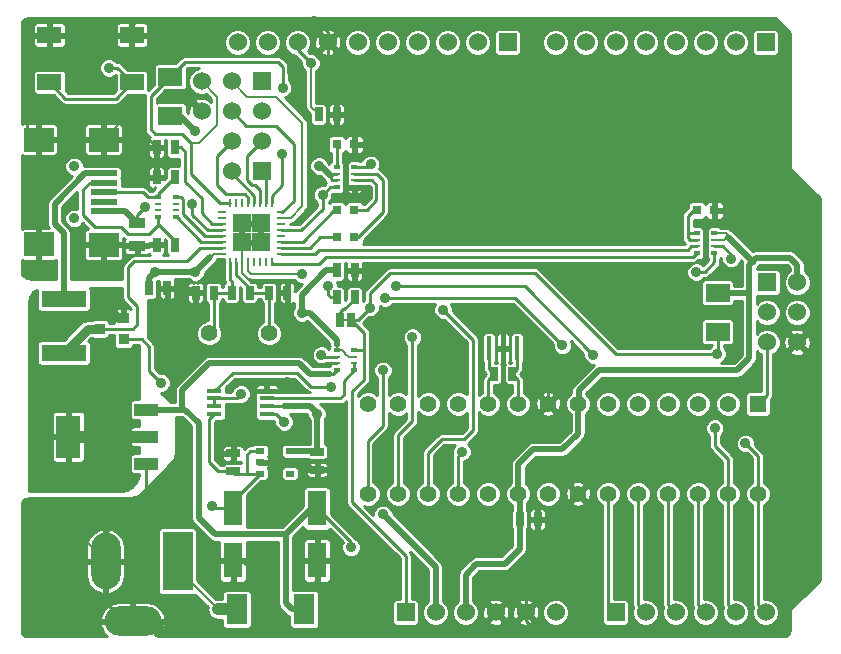
<source format=gtl>
G04 (created by PCBNEW (2013-07-07 BZR 4022)-stable) date Sun 28 Jul 2013 12:26:32 PM NZST*
%MOIN*%
G04 Gerber Fmt 3.4, Leading zero omitted, Abs format*
%FSLAX34Y34*%
G01*
G70*
G90*
G04 APERTURE LIST*
%ADD10C,0.00590551*%
%ADD11R,0.06X0.06*%
%ADD12C,0.06*%
%ADD13C,0.0354*%
%ADD14R,0.0984X0.0787*%
%ADD15R,0.0906X0.0197*%
%ADD16R,0.0787402X0.0551181*%
%ADD17R,0.03X0.02*%
%ADD18R,0.08X0.144*%
%ADD19R,0.08X0.04*%
%ADD20R,0.15X0.055*%
%ADD21R,0.08X0.06*%
%ADD22R,0.025X0.045*%
%ADD23R,0.045X0.025*%
%ADD24R,0.0314X0.0314*%
%ADD25C,0.056*%
%ADD26R,0.07X0.1*%
%ADD27C,0.055*%
%ADD28R,0.055X0.055*%
%ADD29R,0.015748X0.0787402*%
%ADD30R,0.063X0.1181*%
%ADD31R,0.05X0.016*%
%ADD32R,0.055X0.035*%
%ADD33R,0.036X0.036*%
%ADD34R,0.019685X0.0167323*%
%ADD35R,0.019685X0.00984252*%
%ADD36O,0.0984252X0.189*%
%ADD37R,0.0984252X0.19685*%
%ADD38O,0.189X0.0984252*%
%ADD39R,0.03X0.01*%
%ADD40R,0.01X0.03*%
%ADD41R,0.0629921X0.0629921*%
%ADD42C,0.035*%
%ADD43C,0.01*%
%ADD44C,0.02*%
%ADD45C,0.008*%
%ADD46C,0.04*%
%ADD47C,0.03*%
G04 APERTURE END LIST*
G54D10*
G54D11*
X18200Y-12300D03*
G54D12*
X18200Y-13300D03*
X17200Y-12300D03*
X17200Y-13300D03*
X16200Y-12300D03*
X16200Y-13300D03*
G54D13*
X11950Y-16866D03*
X11950Y-15134D03*
G54D14*
X10769Y-17732D03*
X10769Y-14248D03*
X12934Y-17752D03*
X12934Y-14248D03*
G54D15*
X12934Y-16000D03*
X12934Y-15685D03*
X12934Y-15370D03*
X12934Y-16315D03*
X12934Y-16630D03*
G54D16*
X13877Y-12337D03*
X13877Y-10762D03*
X11122Y-10762D03*
X11122Y-12337D03*
G54D17*
X18150Y-24625D03*
X18150Y-25375D03*
X19150Y-24625D03*
X18150Y-25000D03*
X19150Y-25375D03*
G54D18*
X11750Y-24150D03*
G54D19*
X14350Y-24150D03*
X14350Y-23250D03*
X14350Y-25050D03*
G54D20*
X11600Y-19550D03*
X11600Y-21350D03*
G54D21*
X33400Y-19350D03*
X33400Y-20650D03*
X15150Y-13450D03*
X15150Y-12150D03*
G54D22*
X20700Y-19500D03*
X21300Y-19500D03*
X20700Y-18600D03*
X21300Y-18600D03*
X15300Y-14500D03*
X14700Y-14500D03*
G54D23*
X17250Y-25300D03*
X17250Y-24700D03*
G54D22*
X18450Y-19350D03*
X19050Y-19350D03*
G54D23*
X20050Y-24650D03*
X20050Y-25250D03*
G54D22*
X14450Y-19200D03*
X15050Y-19200D03*
X26800Y-26900D03*
X27400Y-26900D03*
X16600Y-19350D03*
X16000Y-19350D03*
X15300Y-15500D03*
X14700Y-15500D03*
X15300Y-17750D03*
X14700Y-17750D03*
X25950Y-22050D03*
X26550Y-22050D03*
G54D11*
X18200Y-15300D03*
G54D12*
X17200Y-15300D03*
X18200Y-14300D03*
X17200Y-14300D03*
G54D24*
X21295Y-16600D03*
X20705Y-16600D03*
X20705Y-14400D03*
X21295Y-14400D03*
X21295Y-17500D03*
X20705Y-17500D03*
X32705Y-16600D03*
X33295Y-16600D03*
G54D22*
X20812Y-20250D03*
X21187Y-20250D03*
G54D25*
X16450Y-20700D03*
X18450Y-20700D03*
G54D26*
X17370Y-29900D03*
X19630Y-29900D03*
G54D27*
X33750Y-23050D03*
X32750Y-23050D03*
X31750Y-23050D03*
X30750Y-23050D03*
X29750Y-23050D03*
X28750Y-23050D03*
X27750Y-23050D03*
X26750Y-23050D03*
X25750Y-23050D03*
X24750Y-23050D03*
X23750Y-23050D03*
X22750Y-23050D03*
X21750Y-23050D03*
G54D28*
X34750Y-23050D03*
G54D27*
X21750Y-26050D03*
X22750Y-26050D03*
X23750Y-26050D03*
X24750Y-26050D03*
X25750Y-26050D03*
X26750Y-26050D03*
X27750Y-26050D03*
X28750Y-26050D03*
X29750Y-26050D03*
X30750Y-26050D03*
X31750Y-26050D03*
X32750Y-26050D03*
X33750Y-26050D03*
X34750Y-26050D03*
G54D29*
X26250Y-21200D03*
X26722Y-21200D03*
X25777Y-21200D03*
G54D30*
X17250Y-26534D03*
X17250Y-28266D03*
X20050Y-26534D03*
X20050Y-28266D03*
G54D31*
X18375Y-23385D03*
X18375Y-23130D03*
X18375Y-22870D03*
X18375Y-22615D03*
X16625Y-22615D03*
X16625Y-22870D03*
X16625Y-23130D03*
X16625Y-23385D03*
G54D32*
X14050Y-17775D03*
X14050Y-17025D03*
G54D22*
X17800Y-19350D03*
X17200Y-19350D03*
G54D33*
X13600Y-20200D03*
X13600Y-20900D03*
X12800Y-20550D03*
G54D22*
X20100Y-13400D03*
X20700Y-13400D03*
G54D34*
X20704Y-21933D03*
X20704Y-21266D03*
G54D35*
X20704Y-21698D03*
X20704Y-21501D03*
G54D34*
X21295Y-21933D03*
X21295Y-21266D03*
G54D35*
X21295Y-21698D03*
X21295Y-21501D03*
G54D34*
X14754Y-16833D03*
X14754Y-16166D03*
G54D35*
X14754Y-16598D03*
X14754Y-16401D03*
G54D34*
X15345Y-16833D03*
X15345Y-16166D03*
G54D35*
X15345Y-16598D03*
X15345Y-16401D03*
G54D34*
X21295Y-15166D03*
X21295Y-15833D03*
G54D35*
X21295Y-15401D03*
X21295Y-15598D03*
G54D34*
X20704Y-15166D03*
X20704Y-15833D03*
G54D35*
X20704Y-15401D03*
X20704Y-15598D03*
G54D34*
X32704Y-18033D03*
X32704Y-17366D03*
G54D35*
X32704Y-17798D03*
X32704Y-17601D03*
G54D34*
X33295Y-18033D03*
X33295Y-17366D03*
G54D35*
X33295Y-17798D03*
X33295Y-17601D03*
G54D11*
X35000Y-11000D03*
G54D12*
X34000Y-11000D03*
X33000Y-11000D03*
X32000Y-11000D03*
X31000Y-11000D03*
X30000Y-11000D03*
X29000Y-11000D03*
X28000Y-11000D03*
G54D11*
X30000Y-30000D03*
G54D12*
X31000Y-30000D03*
X32000Y-30000D03*
X33000Y-30000D03*
X34000Y-30000D03*
X35000Y-30000D03*
G54D11*
X26400Y-11000D03*
G54D12*
X25400Y-11000D03*
X24400Y-11000D03*
X23400Y-11000D03*
X22400Y-11000D03*
X21400Y-11000D03*
X20400Y-11000D03*
X19400Y-11000D03*
X18400Y-11000D03*
X17400Y-11000D03*
G54D11*
X35050Y-19000D03*
G54D12*
X36050Y-19000D03*
X35050Y-20000D03*
X36050Y-20000D03*
X35050Y-21000D03*
X36050Y-21000D03*
G54D36*
X13000Y-28300D03*
G54D37*
X15400Y-28300D03*
G54D38*
X13900Y-30300D03*
G54D39*
X16866Y-17842D03*
X16866Y-17645D03*
X16866Y-17448D03*
X16866Y-18039D03*
G54D40*
X17161Y-18334D03*
X17358Y-18334D03*
X17555Y-18334D03*
X17752Y-18334D03*
X17948Y-18334D03*
X18145Y-18334D03*
X18342Y-18334D03*
X18539Y-18334D03*
G54D39*
X18834Y-16661D03*
X18834Y-18039D03*
X18834Y-17842D03*
X18834Y-17645D03*
X18834Y-17448D03*
X18834Y-17252D03*
X18834Y-17055D03*
X18834Y-16858D03*
G54D40*
X18539Y-16366D03*
X18342Y-16366D03*
X18145Y-16366D03*
X17948Y-16366D03*
X17752Y-16366D03*
X17555Y-16366D03*
X17358Y-16366D03*
X17161Y-16366D03*
G54D39*
X16866Y-16661D03*
X16866Y-16858D03*
X16866Y-17055D03*
X16866Y-17252D03*
G54D41*
X17535Y-17664D03*
X17535Y-17035D03*
X18164Y-17664D03*
X18164Y-17035D03*
G54D11*
X23000Y-30000D03*
G54D12*
X24000Y-30000D03*
X25000Y-30000D03*
X26000Y-30000D03*
X27000Y-30000D03*
X28000Y-30000D03*
G54D42*
X20050Y-23385D03*
X22244Y-26732D03*
X20118Y-15118D03*
X15995Y-18650D03*
X15990Y-13950D03*
X19544Y-18725D03*
X19540Y-20020D03*
X13385Y-22637D03*
X16535Y-26456D03*
X14650Y-18650D03*
X12850Y-19650D03*
X12850Y-21600D03*
X10950Y-22600D03*
X10950Y-24200D03*
X11000Y-25650D03*
X11950Y-25350D03*
X12000Y-22950D03*
X13600Y-25700D03*
X13000Y-25100D03*
X13000Y-23250D03*
X33307Y-23858D03*
X29251Y-21417D03*
X22677Y-19133D03*
X34330Y-24370D03*
X28228Y-21102D03*
X22322Y-19527D03*
X33854Y-18212D03*
X32685Y-18660D03*
X22244Y-21929D03*
X33385Y-21377D03*
X21811Y-19842D03*
X13110Y-11850D03*
X23228Y-20826D03*
X18880Y-14710D03*
X20196Y-21417D03*
X18900Y-12510D03*
X19842Y-11692D03*
X20235Y-16080D03*
X20417Y-19121D03*
X36500Y-25800D03*
X10600Y-30500D03*
X10600Y-27100D03*
X25510Y-30600D03*
X14784Y-30580D03*
X21535Y-28543D03*
X18661Y-26338D03*
X20748Y-25393D03*
X35567Y-30587D03*
X10384Y-13391D03*
X35046Y-12100D03*
X10406Y-10399D03*
X19954Y-10290D03*
X27280Y-10340D03*
X34452Y-10362D03*
X35068Y-16654D03*
X32208Y-12100D03*
X31328Y-20900D03*
X29546Y-12056D03*
X27214Y-12034D03*
X25806Y-12012D03*
X28512Y-12078D03*
X30514Y-12056D03*
X29348Y-20152D03*
X30316Y-19932D03*
X30272Y-20922D03*
X24398Y-17446D03*
X24332Y-11990D03*
X28534Y-17336D03*
X29480Y-17292D03*
X27192Y-17402D03*
X25608Y-19910D03*
X25740Y-17424D03*
X21672Y-16044D03*
X22130Y-14400D03*
X21811Y-18622D03*
X13815Y-13350D03*
X10770Y-18510D03*
X15490Y-19770D03*
X13020Y-18510D03*
X30492Y-15862D03*
X16929Y-24173D03*
X15629Y-24173D03*
X28995Y-19200D03*
X19055Y-22322D03*
X19015Y-21259D03*
X24251Y-19921D03*
X24881Y-24645D03*
X18950Y-23650D03*
X14850Y-22350D03*
X21834Y-15063D03*
X17519Y-22716D03*
X15894Y-16386D03*
X14300Y-16500D03*
X20511Y-22480D03*
X21181Y-27834D03*
G54D43*
X18375Y-23130D02*
X18937Y-23130D01*
G54D44*
X19822Y-23130D02*
X20050Y-23357D01*
X20050Y-23357D02*
X20050Y-23385D01*
X18937Y-23130D02*
X19822Y-23130D01*
X20050Y-23385D02*
X20050Y-24650D01*
X19150Y-24625D02*
X20025Y-24625D01*
G54D43*
X20025Y-24625D02*
X20050Y-24650D01*
G54D44*
X24000Y-30000D02*
X24000Y-28488D01*
X22244Y-26732D02*
X24000Y-28488D01*
G54D45*
X33295Y-17601D02*
X33618Y-17601D01*
X33666Y-17366D02*
X33295Y-17366D01*
X33734Y-17434D02*
X33666Y-17366D01*
X33734Y-17486D02*
X33734Y-17434D01*
X33618Y-17601D02*
X33734Y-17486D01*
G54D43*
X20118Y-15118D02*
X20180Y-15118D01*
G54D44*
X20180Y-15118D02*
X20511Y-15449D01*
G54D43*
X20704Y-15598D02*
X20544Y-15598D01*
X20544Y-15598D02*
X20511Y-15565D01*
X20511Y-15565D02*
X20511Y-15449D01*
X20558Y-15401D02*
X20704Y-15401D01*
X20511Y-15449D02*
X20558Y-15401D01*
G54D44*
X19802Y-20020D02*
X20704Y-20921D01*
X19540Y-20020D02*
X19802Y-20020D01*
X20704Y-20921D02*
X20704Y-21084D01*
G54D45*
X20704Y-21084D02*
X20704Y-21266D01*
X21295Y-21501D02*
X21102Y-21501D01*
X21102Y-21501D02*
X20982Y-21381D01*
X20982Y-21381D02*
X20982Y-21363D01*
X20982Y-21363D02*
X20885Y-21266D01*
X20885Y-21266D02*
X20704Y-21266D01*
G54D44*
X15150Y-13450D02*
X15490Y-13450D01*
X15990Y-13950D02*
X15490Y-13450D01*
G54D45*
X17752Y-18334D02*
X17752Y-18617D01*
X17859Y-18725D02*
X19544Y-18725D01*
X17752Y-18617D02*
X17859Y-18725D01*
G54D44*
X20360Y-18600D02*
X19540Y-19420D01*
X19540Y-19420D02*
X19540Y-20020D01*
X20700Y-18600D02*
X20360Y-18600D01*
X33740Y-17480D02*
X34566Y-18307D01*
X34448Y-19370D02*
X33420Y-19370D01*
X33420Y-19370D02*
X33400Y-19350D01*
X28750Y-23050D02*
X28779Y-23020D01*
X36050Y-18412D02*
X36050Y-19000D01*
X34566Y-18307D02*
X34685Y-18188D01*
X34685Y-18188D02*
X35826Y-18188D01*
X35826Y-18188D02*
X36050Y-18412D01*
X34448Y-18425D02*
X34566Y-18307D01*
X34448Y-19370D02*
X34448Y-18425D01*
X34448Y-21535D02*
X34448Y-19370D01*
X34055Y-21929D02*
X34448Y-21535D01*
X29448Y-21929D02*
X34055Y-21929D01*
X28779Y-22598D02*
X29448Y-21929D01*
X28779Y-23020D02*
X28779Y-22598D01*
X13000Y-23267D02*
X13000Y-23023D01*
X13000Y-23023D02*
X13385Y-22637D01*
G54D45*
X16866Y-18039D02*
X16606Y-18039D01*
G54D44*
X15995Y-18650D02*
X14650Y-18650D01*
G54D45*
X16606Y-18039D02*
X16476Y-18169D01*
G54D44*
X16476Y-18169D02*
X15995Y-18650D01*
G54D43*
X16612Y-26534D02*
X17250Y-26534D01*
X16535Y-26456D02*
X16612Y-26534D01*
G54D44*
X26800Y-27885D02*
X26800Y-26900D01*
X26750Y-26050D02*
X26750Y-25061D01*
X26750Y-25061D02*
X27244Y-24566D01*
X27244Y-24566D02*
X28228Y-24566D01*
X28228Y-24566D02*
X28750Y-24045D01*
X28750Y-24045D02*
X28750Y-23050D01*
X26800Y-26900D02*
X26800Y-26100D01*
X26800Y-26100D02*
X26750Y-26050D01*
X14450Y-18850D02*
X14450Y-19200D01*
X14650Y-18650D02*
X14450Y-18850D01*
G54D43*
X17250Y-25300D02*
X16750Y-25300D01*
X16450Y-23560D02*
X16625Y-23385D01*
X16450Y-25000D02*
X16450Y-23560D01*
X16750Y-25300D02*
X16450Y-25000D01*
X17700Y-25375D02*
X17700Y-24750D01*
X17825Y-24625D02*
X18150Y-24625D01*
X17700Y-24750D02*
X17825Y-24625D01*
X18150Y-25375D02*
X17700Y-25375D01*
X17700Y-25375D02*
X17325Y-25375D01*
X17325Y-25375D02*
X17250Y-25300D01*
X17250Y-26534D02*
X17250Y-26275D01*
X17250Y-26275D02*
X18150Y-25375D01*
X13000Y-24150D02*
X13000Y-23267D01*
X13000Y-23267D02*
X13000Y-23250D01*
G54D46*
X11750Y-24150D02*
X13000Y-24150D01*
X13000Y-24150D02*
X14350Y-24150D01*
G54D47*
X13600Y-20200D02*
X13400Y-20200D01*
G54D43*
X10950Y-24200D02*
X10950Y-22600D01*
X11650Y-25650D02*
X11000Y-25650D01*
X11950Y-25350D02*
X11650Y-25650D01*
G54D47*
X13400Y-20200D02*
X12850Y-19650D01*
G54D43*
X13000Y-23250D02*
X12700Y-22950D01*
X12700Y-22950D02*
X12000Y-22950D01*
X13000Y-25100D02*
X13600Y-25700D01*
G54D44*
X26299Y-28385D02*
X26800Y-27885D01*
X25000Y-30000D02*
X25000Y-28740D01*
X25000Y-28740D02*
X25354Y-28385D01*
X25354Y-28385D02*
X26299Y-28385D01*
G54D43*
X30000Y-30000D02*
X29750Y-29750D01*
X29750Y-29750D02*
X29750Y-26050D01*
X31000Y-30000D02*
X30750Y-29750D01*
X30750Y-29750D02*
X30750Y-26050D01*
X32000Y-30000D02*
X31750Y-29750D01*
X31750Y-29750D02*
X31750Y-26050D01*
X33000Y-30000D02*
X32750Y-29750D01*
X32750Y-29750D02*
X32750Y-26050D01*
X22677Y-19133D02*
X26968Y-19133D01*
X33750Y-24891D02*
X33750Y-26050D01*
X33307Y-24448D02*
X33750Y-24891D01*
X33307Y-23858D02*
X33307Y-24448D01*
X26968Y-19133D02*
X29251Y-21417D01*
X34000Y-30000D02*
X33750Y-29750D01*
X33750Y-29750D02*
X33750Y-26050D01*
X22322Y-19527D02*
X26653Y-19527D01*
X34750Y-24789D02*
X34750Y-26050D01*
X34330Y-24370D02*
X34750Y-24789D01*
X26653Y-19527D02*
X28228Y-21102D01*
X35000Y-30000D02*
X34750Y-29750D01*
X34750Y-29750D02*
X34750Y-26050D01*
X33295Y-17798D02*
X33575Y-17798D01*
X33854Y-18077D02*
X33854Y-18212D01*
X33575Y-17798D02*
X33854Y-18077D01*
X33295Y-18033D02*
X33295Y-18338D01*
X32974Y-18660D02*
X32685Y-18660D01*
X33295Y-18338D02*
X32974Y-18660D01*
X22244Y-21929D02*
X22244Y-23779D01*
X22244Y-23779D02*
X21732Y-24291D01*
X21732Y-24291D02*
X21732Y-26032D01*
X21732Y-26032D02*
X21750Y-26050D01*
X21295Y-21933D02*
X21295Y-21698D01*
X20950Y-22750D02*
X20950Y-22278D01*
X20830Y-22870D02*
X20950Y-22750D01*
X18375Y-22870D02*
X20830Y-22870D01*
X20950Y-22278D02*
X21295Y-21933D01*
X23000Y-30000D02*
X23000Y-28118D01*
X23000Y-28118D02*
X21220Y-26338D01*
X21295Y-21266D02*
X21560Y-21266D01*
X21560Y-21266D02*
X21614Y-21212D01*
X21177Y-20259D02*
X21187Y-20250D01*
X34750Y-23050D02*
X35050Y-22750D01*
X35050Y-22750D02*
X35050Y-21000D01*
X33385Y-21377D02*
X30000Y-21377D01*
X21811Y-19370D02*
X21811Y-19842D01*
X22480Y-18700D02*
X21811Y-19370D01*
X27322Y-18700D02*
X22480Y-18700D01*
X30000Y-21377D02*
X27322Y-18700D01*
X33400Y-21363D02*
X33400Y-20650D01*
X33385Y-21377D02*
X33400Y-21363D01*
X21403Y-20250D02*
X21187Y-20250D01*
X21811Y-19842D02*
X21403Y-20250D01*
X13877Y-12337D02*
X13390Y-11850D01*
X13390Y-11850D02*
X13110Y-11850D01*
X11122Y-12337D02*
X11658Y-12874D01*
X13341Y-12874D02*
X13877Y-12337D01*
X11658Y-12874D02*
X13341Y-12874D01*
X21614Y-20677D02*
X21187Y-20250D01*
X21614Y-22244D02*
X21614Y-21212D01*
X21614Y-21212D02*
X21614Y-20677D01*
X21220Y-22637D02*
X21614Y-22244D01*
X21220Y-26338D02*
X21220Y-22637D01*
G54D45*
X20812Y-20250D02*
X21187Y-20250D01*
G54D43*
X21300Y-19500D02*
X21300Y-19550D01*
X20812Y-19987D02*
X20812Y-20250D01*
X20900Y-19900D02*
X20812Y-19987D01*
X20950Y-19900D02*
X20900Y-19900D01*
X21300Y-19550D02*
X20950Y-19900D01*
X23228Y-20826D02*
X23228Y-23622D01*
X23228Y-23622D02*
X22750Y-24100D01*
X22750Y-24100D02*
X22750Y-26050D01*
X14754Y-16166D02*
X14754Y-16045D01*
X14754Y-16045D02*
X15300Y-15500D01*
X14406Y-16156D02*
X14744Y-16156D01*
X14744Y-16156D02*
X14754Y-16166D01*
X12934Y-16000D02*
X14250Y-16000D01*
X14250Y-16000D02*
X14406Y-16156D01*
X14406Y-16156D02*
X14400Y-16150D01*
X14450Y-17400D02*
X14754Y-17095D01*
X12465Y-15685D02*
X12246Y-15904D01*
X12246Y-15904D02*
X12246Y-16746D01*
X12246Y-16746D02*
X12650Y-17150D01*
X12650Y-17150D02*
X13500Y-17150D01*
X13500Y-17150D02*
X13750Y-17400D01*
X13750Y-17400D02*
X14450Y-17400D01*
X12934Y-15685D02*
X12465Y-15685D01*
X14754Y-17095D02*
X14754Y-17070D01*
X15300Y-17750D02*
X15300Y-17616D01*
X14754Y-17070D02*
X14754Y-16833D01*
X15300Y-17616D02*
X14754Y-17070D01*
X15300Y-17750D02*
X15300Y-17600D01*
X18539Y-16366D02*
X18539Y-16111D01*
X18880Y-15770D02*
X18880Y-14710D01*
X18539Y-16111D02*
X18880Y-15770D01*
X18834Y-16661D02*
X18889Y-16661D01*
X17690Y-13790D02*
X17200Y-13300D01*
X18670Y-13790D02*
X17690Y-13790D01*
X19270Y-14390D02*
X18670Y-13790D01*
X19270Y-16280D02*
X19270Y-14390D01*
X18889Y-16661D02*
X19270Y-16280D01*
X20704Y-21501D02*
X20281Y-21501D01*
X18900Y-12510D02*
X18897Y-11811D01*
X18897Y-11811D02*
X18740Y-11653D01*
X18740Y-11653D02*
X15646Y-11653D01*
X15646Y-11653D02*
X15150Y-12150D01*
X20281Y-21501D02*
X20196Y-21417D01*
G54D45*
X15850Y-14350D02*
X16130Y-14350D01*
X16710Y-12810D02*
X16200Y-12300D01*
X16710Y-13770D02*
X16710Y-12810D01*
X16130Y-14350D02*
X16710Y-13770D01*
G54D43*
X17161Y-16366D02*
X16816Y-16366D01*
X14500Y-12800D02*
X15150Y-12150D01*
X14500Y-13900D02*
X14500Y-12800D01*
X14650Y-14050D02*
X14500Y-13900D01*
X15550Y-14050D02*
X14650Y-14050D01*
X15850Y-14350D02*
X15550Y-14050D01*
X15850Y-15400D02*
X15850Y-14350D01*
X16816Y-16366D02*
X15850Y-15400D01*
X18834Y-17842D02*
X19818Y-17842D01*
X20160Y-17500D02*
X20705Y-17500D01*
X19818Y-17842D02*
X20160Y-17500D01*
G54D45*
X18834Y-16858D02*
X19172Y-16858D01*
X17710Y-12810D02*
X17200Y-12300D01*
X18680Y-12810D02*
X17710Y-12810D01*
X19560Y-13690D02*
X18680Y-12810D01*
X19560Y-16470D02*
X19560Y-13690D01*
X19172Y-16858D02*
X19560Y-16470D01*
G54D43*
X18834Y-17645D02*
X19565Y-17645D01*
X20610Y-16600D02*
X20705Y-16600D01*
X19565Y-17645D02*
X20610Y-16600D01*
G54D45*
X20100Y-13400D02*
X19842Y-13142D01*
X19842Y-13142D02*
X19842Y-11692D01*
G54D43*
X19842Y-11692D02*
X19400Y-11250D01*
X19400Y-11250D02*
X19400Y-11000D01*
X19528Y-17252D02*
X20235Y-16545D01*
X18834Y-17252D02*
X19528Y-17252D01*
X20235Y-16545D02*
X20235Y-16080D01*
X20704Y-15833D02*
X20481Y-15833D01*
X20481Y-15833D02*
X20235Y-16080D01*
X20417Y-19121D02*
X20417Y-19409D01*
X20508Y-19500D02*
X20700Y-19500D01*
X20417Y-19409D02*
X20508Y-19500D01*
X20444Y-19093D02*
X20417Y-19121D01*
G54D45*
X20700Y-13400D02*
X21300Y-13400D01*
X35684Y-25900D02*
X35784Y-25800D01*
X35784Y-25800D02*
X36500Y-25800D01*
X13000Y-28300D02*
X11800Y-27100D01*
X11800Y-27100D02*
X10600Y-27100D01*
X13000Y-28300D02*
X13000Y-29700D01*
G54D43*
X13969Y-30669D02*
X13000Y-29700D01*
X13969Y-30669D02*
X14480Y-30669D01*
G54D45*
X13996Y-26396D02*
X13000Y-27393D01*
X13000Y-27393D02*
X13000Y-28300D01*
G54D46*
X25490Y-30510D02*
X25510Y-30530D01*
X25510Y-30530D02*
X25510Y-30600D01*
G54D43*
X26000Y-30000D02*
X25490Y-30510D01*
X25490Y-30510D02*
X25330Y-30669D01*
X25330Y-30669D02*
X18307Y-30669D01*
G54D46*
X14784Y-30669D02*
X14784Y-30580D01*
G54D43*
X18307Y-29015D02*
X18307Y-30669D01*
X21258Y-28266D02*
X21535Y-28543D01*
X18307Y-30669D02*
X14784Y-30669D01*
X14784Y-30669D02*
X14480Y-30669D01*
X14480Y-30669D02*
X14479Y-30669D01*
X20604Y-25250D02*
X20748Y-25393D01*
X27000Y-30000D02*
X27000Y-30278D01*
X27000Y-30278D02*
X27478Y-30756D01*
X27000Y-30000D02*
X27000Y-28905D01*
X27000Y-28905D02*
X27400Y-28505D01*
X35398Y-30756D02*
X35567Y-30587D01*
X27478Y-30756D02*
X35398Y-30756D01*
G54D45*
X17535Y-17664D02*
X17535Y-17035D01*
X17535Y-17035D02*
X18164Y-17035D01*
X18164Y-17035D02*
X18164Y-17664D01*
X17555Y-18334D02*
X17555Y-17684D01*
X17555Y-17684D02*
X17535Y-17664D01*
X10395Y-13457D02*
X10384Y-13446D01*
X10384Y-13446D02*
X10384Y-13391D01*
X35046Y-12100D02*
X34452Y-11506D01*
X20004Y-10340D02*
X19954Y-10290D01*
X27280Y-10340D02*
X20004Y-10340D01*
X34452Y-11506D02*
X34452Y-10362D01*
G54D43*
X14371Y-26021D02*
X13996Y-26396D01*
X13996Y-26396D02*
X13983Y-26410D01*
X19921Y-21732D02*
X20423Y-21732D01*
X19015Y-21259D02*
X19448Y-21259D01*
X19921Y-21732D02*
X19448Y-21259D01*
X20457Y-21698D02*
X20704Y-21698D01*
X20423Y-21732D02*
X20457Y-21698D01*
X35046Y-12100D02*
X35046Y-16632D01*
X32208Y-12100D02*
X35046Y-12100D01*
X35046Y-16632D02*
X35068Y-16654D01*
X31328Y-20900D02*
X30294Y-20900D01*
X32164Y-12056D02*
X32208Y-12100D01*
X30514Y-12056D02*
X29546Y-12056D01*
X28534Y-12056D02*
X29546Y-12056D01*
X27214Y-12034D02*
X27258Y-12078D01*
X25828Y-12034D02*
X27214Y-12034D01*
X24332Y-11990D02*
X24354Y-12012D01*
X24354Y-12012D02*
X25806Y-12012D01*
X25806Y-12012D02*
X25828Y-12034D01*
X27258Y-12078D02*
X28512Y-12078D01*
X28512Y-12078D02*
X28534Y-12056D01*
X30514Y-12056D02*
X32164Y-12056D01*
X30096Y-20152D02*
X29348Y-20152D01*
X30316Y-19932D02*
X30096Y-20152D01*
X30294Y-20900D02*
X30272Y-20922D01*
X20400Y-11000D02*
X21390Y-11990D01*
X24420Y-17424D02*
X24398Y-17446D01*
X24420Y-17424D02*
X25740Y-17424D01*
X21390Y-11990D02*
X24332Y-11990D01*
X27192Y-17402D02*
X25762Y-17402D01*
X25762Y-17402D02*
X25740Y-17424D01*
X28534Y-17336D02*
X27258Y-17336D01*
X28578Y-17292D02*
X28534Y-17336D01*
X30492Y-15862D02*
X30492Y-16280D01*
X30492Y-16280D02*
X29480Y-17292D01*
X29480Y-17292D02*
X28578Y-17292D01*
X27258Y-17336D02*
X27192Y-17402D01*
X13877Y-10762D02*
X14647Y-10762D01*
X20400Y-10665D02*
X20400Y-11000D01*
X20025Y-10290D02*
X20400Y-10665D01*
X15120Y-10290D02*
X20025Y-10290D01*
X14647Y-10762D02*
X15120Y-10290D01*
X11122Y-10762D02*
X13877Y-10762D01*
X10769Y-14248D02*
X10395Y-13874D01*
X10597Y-10762D02*
X11122Y-10762D01*
X10395Y-10965D02*
X10597Y-10762D01*
X10395Y-13874D02*
X10395Y-13457D01*
X10395Y-13457D02*
X10395Y-10965D01*
G54D45*
X22130Y-14400D02*
X21295Y-14400D01*
X12934Y-14231D02*
X12934Y-14248D01*
X13815Y-13350D02*
X12934Y-14231D01*
X10769Y-18509D02*
X10769Y-17732D01*
X10770Y-18510D02*
X10769Y-18509D01*
X12934Y-17752D02*
X12934Y-18424D01*
X15480Y-19760D02*
X15480Y-19200D01*
X15490Y-19770D02*
X15480Y-19760D01*
X12934Y-18424D02*
X13020Y-18510D01*
X19015Y-21259D02*
X16149Y-21259D01*
X16000Y-21110D02*
X16000Y-19350D01*
X16149Y-21259D02*
X16000Y-21110D01*
G54D43*
X33295Y-16135D02*
X33295Y-16600D01*
X33022Y-15862D02*
X33295Y-16135D01*
X33000Y-15862D02*
X33022Y-15862D01*
X30492Y-15862D02*
X33000Y-15862D01*
X36050Y-21000D02*
X36740Y-20310D01*
X36740Y-20310D02*
X36740Y-17512D01*
X36740Y-17512D02*
X35828Y-16600D01*
X35828Y-16600D02*
X33295Y-16600D01*
X35684Y-21366D02*
X36050Y-21000D01*
X35684Y-30470D02*
X35684Y-25900D01*
X35684Y-25900D02*
X35684Y-21366D01*
X35567Y-30587D02*
X35684Y-30470D01*
X15629Y-24173D02*
X15629Y-24763D01*
X15629Y-24763D02*
X14371Y-26021D01*
X14371Y-26021D02*
X14350Y-26043D01*
G54D45*
X21788Y-18600D02*
X21811Y-18622D01*
X21788Y-18600D02*
X21300Y-18600D01*
G54D43*
X22028Y-18405D02*
X21811Y-18622D01*
X28995Y-19200D02*
X28200Y-18405D01*
X28200Y-18405D02*
X22028Y-18405D01*
X17250Y-28266D02*
X17557Y-28266D01*
X17557Y-28266D02*
X18307Y-29015D01*
X20050Y-28266D02*
X21258Y-28266D01*
X20050Y-25250D02*
X20604Y-25250D01*
X17250Y-23576D02*
X17250Y-23852D01*
X17250Y-23576D02*
X17834Y-22992D01*
X17834Y-22992D02*
X17834Y-22755D01*
X17834Y-22755D02*
X17975Y-22615D01*
X18375Y-22615D02*
X17975Y-22615D01*
X17250Y-23852D02*
X16929Y-24173D01*
X18582Y-25000D02*
X18582Y-24409D01*
X18582Y-24409D02*
X18346Y-24173D01*
X18346Y-24173D02*
X16929Y-24173D01*
X19055Y-22322D02*
X18762Y-22615D01*
X18375Y-22615D02*
X18762Y-22615D01*
X19050Y-21225D02*
X19050Y-19350D01*
X19015Y-21259D02*
X19050Y-21225D01*
X20050Y-25250D02*
X19935Y-25250D01*
X19685Y-25000D02*
X18582Y-25000D01*
X18582Y-25000D02*
X18150Y-25000D01*
X19935Y-25250D02*
X19685Y-25000D01*
X14350Y-26043D02*
X14350Y-25050D01*
X26250Y-21200D02*
X26250Y-20561D01*
X27750Y-21214D02*
X27750Y-23050D01*
X26889Y-20354D02*
X27750Y-21214D01*
X26456Y-20354D02*
X26889Y-20354D01*
X26250Y-20561D02*
X26456Y-20354D01*
X27400Y-28505D02*
X27400Y-26900D01*
X27400Y-26900D02*
X27900Y-26900D01*
X27900Y-26900D02*
X28750Y-26050D01*
X17250Y-24700D02*
X17250Y-24494D01*
X17250Y-24494D02*
X16929Y-24173D01*
G54D45*
X17555Y-18334D02*
X17555Y-18675D01*
X17555Y-18675D02*
X17822Y-18942D01*
X17822Y-18942D02*
X18981Y-18942D01*
X18981Y-18942D02*
X19050Y-19010D01*
X19050Y-19010D02*
X19050Y-19350D01*
G54D43*
X21295Y-14400D02*
X21295Y-14000D01*
X21295Y-14000D02*
X21295Y-13505D01*
X21295Y-13505D02*
X21300Y-13500D01*
X21300Y-13500D02*
X21300Y-13400D01*
X21300Y-13400D02*
X21300Y-12870D01*
X21300Y-12870D02*
X20400Y-11970D01*
X20400Y-11970D02*
X20400Y-11000D01*
X16000Y-19350D02*
X15850Y-19200D01*
X15850Y-19200D02*
X15480Y-19200D01*
X15480Y-19200D02*
X15050Y-19200D01*
X14700Y-14500D02*
X14448Y-14248D01*
X14448Y-14248D02*
X12934Y-14248D01*
X14700Y-15500D02*
X14700Y-14500D01*
X12934Y-17752D02*
X14027Y-17752D01*
X14029Y-17750D02*
X14700Y-17750D01*
X14027Y-17752D02*
X14029Y-17750D01*
X10769Y-17732D02*
X10769Y-14248D01*
X10769Y-14248D02*
X12934Y-14248D01*
X25236Y-20905D02*
X24251Y-19921D01*
X23750Y-24675D02*
X23750Y-26050D01*
X24212Y-24212D02*
X23750Y-24675D01*
X24960Y-24212D02*
X24212Y-24212D01*
X25236Y-23937D02*
X24960Y-24212D01*
X25236Y-23937D02*
X25236Y-20905D01*
X26550Y-22050D02*
X26722Y-21877D01*
X26722Y-21877D02*
X26722Y-21200D01*
X26750Y-23050D02*
X26750Y-22250D01*
X26750Y-22250D02*
X26550Y-22050D01*
X24750Y-24777D02*
X24750Y-26050D01*
X24881Y-24645D02*
X24750Y-24777D01*
X13600Y-20900D02*
X14200Y-20900D01*
X18685Y-23385D02*
X18375Y-23385D01*
X18950Y-23650D02*
X18685Y-23385D01*
X14450Y-21950D02*
X14850Y-22350D01*
X14450Y-21150D02*
X14450Y-21950D01*
X14200Y-20900D02*
X14450Y-21150D01*
X20705Y-14400D02*
X20705Y-15166D01*
X20705Y-15166D02*
X20704Y-15166D01*
G54D45*
X20822Y-14517D02*
X20705Y-14400D01*
G54D43*
X21295Y-15166D02*
X21730Y-15166D01*
X17366Y-22870D02*
X16625Y-22870D01*
X17366Y-22870D02*
X17519Y-22716D01*
X21730Y-15166D02*
X21834Y-15063D01*
X16625Y-23130D02*
X16625Y-22870D01*
X32704Y-17366D02*
X32456Y-17366D01*
X32456Y-17366D02*
X32400Y-17310D01*
X32400Y-16800D02*
X32400Y-17310D01*
X32400Y-17310D02*
X32400Y-17514D01*
X32400Y-16800D02*
X32600Y-16600D01*
X32705Y-16600D02*
X32600Y-16600D01*
X32487Y-17601D02*
X32704Y-17601D01*
X32400Y-17514D02*
X32487Y-17601D01*
G54D45*
X16741Y-29900D02*
X15400Y-28559D01*
G54D46*
X17370Y-29900D02*
X16741Y-29900D01*
G54D45*
X15400Y-28559D02*
X15400Y-28300D01*
G54D43*
X25950Y-22050D02*
X25777Y-21877D01*
X25777Y-21877D02*
X25777Y-21200D01*
X25750Y-23050D02*
X25750Y-22250D01*
X25750Y-22250D02*
X25950Y-22050D01*
X17752Y-16366D02*
X17752Y-16172D01*
X16700Y-14800D02*
X17200Y-14300D01*
X16700Y-15770D02*
X16700Y-14800D01*
X17000Y-16070D02*
X16700Y-15770D01*
X17650Y-16070D02*
X17000Y-16070D01*
X17752Y-16172D02*
X17650Y-16070D01*
X17700Y-15600D02*
X17710Y-15600D01*
X17700Y-15600D02*
X17700Y-14800D01*
X18200Y-14300D02*
X17700Y-14800D01*
X18145Y-15925D02*
X18145Y-16366D01*
X17990Y-15770D02*
X18145Y-15925D01*
X17880Y-15770D02*
X17990Y-15770D01*
X17710Y-15600D02*
X17880Y-15770D01*
X17948Y-16366D02*
X17948Y-16108D01*
X17200Y-15360D02*
X17200Y-15300D01*
X17948Y-16108D02*
X17200Y-15360D01*
X16866Y-17055D02*
X16555Y-17055D01*
X15500Y-14500D02*
X15300Y-14500D01*
X15650Y-14650D02*
X15500Y-14500D01*
X15650Y-15650D02*
X15650Y-14650D01*
X16200Y-16200D02*
X15650Y-15650D01*
X16200Y-16700D02*
X16200Y-16200D01*
X16555Y-17055D02*
X16200Y-16700D01*
X18342Y-16366D02*
X18342Y-15442D01*
X18342Y-15442D02*
X18200Y-15300D01*
X21295Y-15598D02*
X21878Y-15598D01*
X21700Y-16600D02*
X22030Y-16270D01*
X22030Y-16270D02*
X22030Y-15750D01*
X22030Y-15750D02*
X21878Y-15598D01*
X21700Y-16600D02*
X21295Y-16600D01*
G54D44*
X12934Y-15370D02*
X12330Y-15370D01*
X11600Y-17350D02*
X11300Y-17050D01*
X11600Y-17350D02*
X11600Y-19550D01*
X11300Y-16400D02*
X11300Y-17050D01*
X12330Y-15370D02*
X11300Y-16400D01*
G54D43*
X21295Y-15401D02*
X22055Y-15401D01*
X21397Y-17500D02*
X22244Y-16653D01*
X22244Y-16653D02*
X22244Y-15590D01*
X22244Y-15590D02*
X22055Y-15401D01*
X21397Y-17500D02*
X21295Y-17500D01*
X16314Y-17464D02*
X15585Y-16735D01*
X16314Y-17464D02*
X16866Y-17464D01*
X16866Y-17448D02*
X16866Y-17464D01*
X15530Y-16166D02*
X15345Y-16166D01*
X15585Y-16221D02*
X15530Y-16166D01*
X15585Y-16735D02*
X15585Y-16221D01*
X16195Y-17645D02*
X15383Y-16833D01*
X16866Y-17645D02*
X16195Y-17645D01*
X15383Y-16833D02*
X15345Y-16833D01*
X18450Y-20700D02*
X18450Y-19350D01*
X17800Y-19350D02*
X18450Y-19350D01*
X17358Y-18758D02*
X17358Y-18334D01*
X17800Y-19200D02*
X17358Y-18758D01*
X17800Y-19250D02*
X17800Y-19200D01*
X16450Y-20700D02*
X16600Y-20550D01*
X16600Y-20550D02*
X16600Y-19350D01*
X17200Y-19350D02*
X17200Y-18950D01*
X17161Y-18911D02*
X17161Y-18334D01*
X17200Y-18950D02*
X17161Y-18911D01*
X17200Y-19350D02*
X16600Y-19350D01*
X16402Y-17252D02*
X15894Y-16744D01*
X14300Y-16500D02*
X14050Y-16750D01*
X14050Y-17025D02*
X14050Y-16750D01*
X16402Y-17252D02*
X16866Y-17252D01*
X15894Y-16744D02*
X15894Y-16386D01*
G54D44*
X12934Y-16630D02*
X13655Y-16630D01*
X13655Y-16630D02*
X14050Y-17025D01*
G54D43*
X32408Y-17913D02*
X32522Y-17798D01*
X32522Y-17798D02*
X32704Y-17798D01*
X18834Y-18039D02*
X19992Y-18039D01*
X20118Y-17913D02*
X32408Y-17913D01*
X32408Y-17913D02*
X32401Y-17913D01*
X19992Y-18039D02*
X20118Y-17913D01*
X16625Y-22615D02*
X17232Y-22007D01*
X17232Y-22007D02*
X19370Y-22007D01*
X19370Y-22007D02*
X19842Y-22480D01*
X19842Y-22480D02*
X20511Y-22480D01*
X32126Y-18149D02*
X32588Y-18149D01*
X20118Y-18385D02*
X20354Y-18149D01*
X18590Y-18385D02*
X20118Y-18385D01*
X18539Y-18334D02*
X18590Y-18385D01*
X20354Y-18149D02*
X32126Y-18149D01*
X32588Y-18149D02*
X32704Y-18033D01*
X16866Y-17842D02*
X16158Y-17842D01*
X13900Y-20550D02*
X12800Y-20550D01*
X14050Y-20400D02*
X13900Y-20550D01*
X14050Y-19800D02*
X14050Y-20400D01*
X13750Y-19500D02*
X14050Y-19800D01*
X13750Y-18500D02*
X13750Y-19500D01*
X13950Y-18300D02*
X13750Y-18500D01*
X15700Y-18300D02*
X13950Y-18300D01*
X16158Y-17842D02*
X15700Y-18300D01*
G54D47*
X12800Y-20550D02*
X12400Y-20550D01*
X12400Y-20550D02*
X11600Y-21350D01*
G54D43*
X21181Y-27665D02*
X21181Y-27834D01*
X20491Y-22047D02*
X20591Y-22047D01*
X20591Y-22047D02*
X20704Y-21933D01*
G54D44*
X19803Y-22047D02*
X20491Y-22047D01*
X15551Y-23250D02*
X15551Y-22598D01*
X16456Y-21692D02*
X15551Y-22598D01*
X19448Y-21692D02*
X16456Y-21692D01*
X19803Y-22047D02*
X19448Y-21692D01*
X20491Y-22047D02*
X20493Y-22046D01*
G54D43*
X20050Y-26534D02*
X21181Y-27665D01*
G54D44*
X19000Y-27400D02*
X19000Y-29700D01*
X19200Y-29900D02*
X19630Y-29900D01*
X19000Y-29700D02*
X19200Y-29900D01*
X20050Y-26534D02*
X19866Y-26534D01*
X19866Y-26534D02*
X19000Y-27400D01*
X15650Y-23250D02*
X15551Y-23250D01*
X15551Y-23250D02*
X14350Y-23250D01*
X16100Y-23700D02*
X15650Y-23250D01*
X16100Y-26850D02*
X16100Y-23700D01*
X16650Y-27400D02*
X16100Y-26850D01*
X19000Y-27400D02*
X16650Y-27400D01*
G54D10*
G36*
X15092Y-18101D02*
X14910Y-18101D01*
X14952Y-18060D01*
X14974Y-18004D01*
X14975Y-17945D01*
X14975Y-17837D01*
X14937Y-17800D01*
X14750Y-17800D01*
X14750Y-17807D01*
X14650Y-17807D01*
X14650Y-17800D01*
X14462Y-17800D01*
X14437Y-17825D01*
X14100Y-17825D01*
X14100Y-18062D01*
X14137Y-18100D01*
X14295Y-18100D01*
X14354Y-18099D01*
X14410Y-18077D01*
X14441Y-18045D01*
X14447Y-18060D01*
X14489Y-18101D01*
X14000Y-18101D01*
X14000Y-18062D01*
X14000Y-17825D01*
X13662Y-17825D01*
X13625Y-17862D01*
X13624Y-17979D01*
X13647Y-18034D01*
X13689Y-18077D01*
X13745Y-18099D01*
X13804Y-18100D01*
X13962Y-18100D01*
X14000Y-18062D01*
X14000Y-18101D01*
X13950Y-18101D01*
X13874Y-18116D01*
X13809Y-18159D01*
X13809Y-18159D01*
X13609Y-18359D01*
X13576Y-18410D01*
X13576Y-18175D01*
X13576Y-17839D01*
X13538Y-17802D01*
X12984Y-17802D01*
X12984Y-18258D01*
X13021Y-18295D01*
X13396Y-18295D01*
X13455Y-18295D01*
X13511Y-18272D01*
X13553Y-18230D01*
X13576Y-18175D01*
X13576Y-18410D01*
X13566Y-18424D01*
X13551Y-18500D01*
X13551Y-18900D01*
X12884Y-18900D01*
X12884Y-18258D01*
X12884Y-17802D01*
X12329Y-17802D01*
X12292Y-17839D01*
X12291Y-18175D01*
X12314Y-18230D01*
X12356Y-18272D01*
X12412Y-18295D01*
X12471Y-18295D01*
X12846Y-18295D01*
X12884Y-18258D01*
X12884Y-18900D01*
X11848Y-18900D01*
X11848Y-17350D01*
X11848Y-17349D01*
X11829Y-17254D01*
X11829Y-17254D01*
X11811Y-17228D01*
X11775Y-17174D01*
X11775Y-17174D01*
X11548Y-16947D01*
X11548Y-16502D01*
X12047Y-16003D01*
X12047Y-16554D01*
X12015Y-16540D01*
X11885Y-16540D01*
X11765Y-16589D01*
X11674Y-16681D01*
X11624Y-16800D01*
X11624Y-16930D01*
X11673Y-17050D01*
X11765Y-17141D01*
X11884Y-17191D01*
X12014Y-17191D01*
X12134Y-17142D01*
X12225Y-17050D01*
X12238Y-17019D01*
X12427Y-17208D01*
X12412Y-17208D01*
X12356Y-17231D01*
X12314Y-17273D01*
X12291Y-17328D01*
X12292Y-17664D01*
X12329Y-17702D01*
X12884Y-17702D01*
X12884Y-17694D01*
X12984Y-17694D01*
X12984Y-17702D01*
X13538Y-17702D01*
X13576Y-17664D01*
X13576Y-17506D01*
X13609Y-17540D01*
X13609Y-17540D01*
X13631Y-17554D01*
X13631Y-17554D01*
X13624Y-17570D01*
X13625Y-17687D01*
X13662Y-17725D01*
X14000Y-17725D01*
X14000Y-17717D01*
X14100Y-17717D01*
X14100Y-17725D01*
X14437Y-17725D01*
X14462Y-17700D01*
X14650Y-17700D01*
X14650Y-17692D01*
X14750Y-17692D01*
X14750Y-17700D01*
X14937Y-17700D01*
X14975Y-17662D01*
X14975Y-17571D01*
X15026Y-17623D01*
X15026Y-18004D01*
X15049Y-18058D01*
X15090Y-18100D01*
X15092Y-18101D01*
X15092Y-18101D01*
G37*
G54D43*
X15092Y-18101D02*
X14910Y-18101D01*
X14952Y-18060D01*
X14974Y-18004D01*
X14975Y-17945D01*
X14975Y-17837D01*
X14937Y-17800D01*
X14750Y-17800D01*
X14750Y-17807D01*
X14650Y-17807D01*
X14650Y-17800D01*
X14462Y-17800D01*
X14437Y-17825D01*
X14100Y-17825D01*
X14100Y-18062D01*
X14137Y-18100D01*
X14295Y-18100D01*
X14354Y-18099D01*
X14410Y-18077D01*
X14441Y-18045D01*
X14447Y-18060D01*
X14489Y-18101D01*
X14000Y-18101D01*
X14000Y-18062D01*
X14000Y-17825D01*
X13662Y-17825D01*
X13625Y-17862D01*
X13624Y-17979D01*
X13647Y-18034D01*
X13689Y-18077D01*
X13745Y-18099D01*
X13804Y-18100D01*
X13962Y-18100D01*
X14000Y-18062D01*
X14000Y-18101D01*
X13950Y-18101D01*
X13874Y-18116D01*
X13809Y-18159D01*
X13809Y-18159D01*
X13609Y-18359D01*
X13576Y-18410D01*
X13576Y-18175D01*
X13576Y-17839D01*
X13538Y-17802D01*
X12984Y-17802D01*
X12984Y-18258D01*
X13021Y-18295D01*
X13396Y-18295D01*
X13455Y-18295D01*
X13511Y-18272D01*
X13553Y-18230D01*
X13576Y-18175D01*
X13576Y-18410D01*
X13566Y-18424D01*
X13551Y-18500D01*
X13551Y-18900D01*
X12884Y-18900D01*
X12884Y-18258D01*
X12884Y-17802D01*
X12329Y-17802D01*
X12292Y-17839D01*
X12291Y-18175D01*
X12314Y-18230D01*
X12356Y-18272D01*
X12412Y-18295D01*
X12471Y-18295D01*
X12846Y-18295D01*
X12884Y-18258D01*
X12884Y-18900D01*
X11848Y-18900D01*
X11848Y-17350D01*
X11848Y-17349D01*
X11829Y-17254D01*
X11829Y-17254D01*
X11811Y-17228D01*
X11775Y-17174D01*
X11775Y-17174D01*
X11548Y-16947D01*
X11548Y-16502D01*
X12047Y-16003D01*
X12047Y-16554D01*
X12015Y-16540D01*
X11885Y-16540D01*
X11765Y-16589D01*
X11674Y-16681D01*
X11624Y-16800D01*
X11624Y-16930D01*
X11673Y-17050D01*
X11765Y-17141D01*
X11884Y-17191D01*
X12014Y-17191D01*
X12134Y-17142D01*
X12225Y-17050D01*
X12238Y-17019D01*
X12427Y-17208D01*
X12412Y-17208D01*
X12356Y-17231D01*
X12314Y-17273D01*
X12291Y-17328D01*
X12292Y-17664D01*
X12329Y-17702D01*
X12884Y-17702D01*
X12884Y-17694D01*
X12984Y-17694D01*
X12984Y-17702D01*
X13538Y-17702D01*
X13576Y-17664D01*
X13576Y-17506D01*
X13609Y-17540D01*
X13609Y-17540D01*
X13631Y-17554D01*
X13631Y-17554D01*
X13624Y-17570D01*
X13625Y-17687D01*
X13662Y-17725D01*
X14000Y-17725D01*
X14000Y-17717D01*
X14100Y-17717D01*
X14100Y-17725D01*
X14437Y-17725D01*
X14462Y-17700D01*
X14650Y-17700D01*
X14650Y-17692D01*
X14750Y-17692D01*
X14750Y-17700D01*
X14937Y-17700D01*
X14975Y-17662D01*
X14975Y-17571D01*
X15026Y-17623D01*
X15026Y-18004D01*
X15049Y-18058D01*
X15090Y-18100D01*
X15092Y-18101D01*
G54D10*
G36*
X16521Y-12974D02*
X16488Y-12940D01*
X16460Y-12968D01*
X16427Y-12901D01*
X16257Y-12844D01*
X16079Y-12857D01*
X15972Y-12901D01*
X15939Y-12968D01*
X16200Y-13229D01*
X16205Y-13223D01*
X16276Y-13294D01*
X16270Y-13300D01*
X16276Y-13305D01*
X16205Y-13376D01*
X16200Y-13370D01*
X16194Y-13376D01*
X16123Y-13305D01*
X16129Y-13300D01*
X15868Y-13039D01*
X15801Y-13072D01*
X15744Y-13242D01*
X15753Y-13359D01*
X15700Y-13306D01*
X15700Y-13120D01*
X15677Y-13065D01*
X15635Y-13022D01*
X15579Y-13000D01*
X15520Y-12999D01*
X14720Y-12999D01*
X14698Y-13009D01*
X14698Y-12882D01*
X14982Y-12598D01*
X15579Y-12598D01*
X15633Y-12575D01*
X15675Y-12534D01*
X15698Y-12479D01*
X15698Y-12420D01*
X15698Y-11882D01*
X15728Y-11851D01*
X16110Y-11851D01*
X15946Y-11919D01*
X15820Y-12045D01*
X15751Y-12210D01*
X15751Y-12388D01*
X15819Y-12553D01*
X15945Y-12679D01*
X16110Y-12748D01*
X16288Y-12748D01*
X16354Y-12721D01*
X16521Y-12888D01*
X16521Y-12974D01*
X16521Y-12974D01*
G37*
G54D43*
X16521Y-12974D02*
X16488Y-12940D01*
X16460Y-12968D01*
X16427Y-12901D01*
X16257Y-12844D01*
X16079Y-12857D01*
X15972Y-12901D01*
X15939Y-12968D01*
X16200Y-13229D01*
X16205Y-13223D01*
X16276Y-13294D01*
X16270Y-13300D01*
X16276Y-13305D01*
X16205Y-13376D01*
X16200Y-13370D01*
X16194Y-13376D01*
X16123Y-13305D01*
X16129Y-13300D01*
X15868Y-13039D01*
X15801Y-13072D01*
X15744Y-13242D01*
X15753Y-13359D01*
X15700Y-13306D01*
X15700Y-13120D01*
X15677Y-13065D01*
X15635Y-13022D01*
X15579Y-13000D01*
X15520Y-12999D01*
X14720Y-12999D01*
X14698Y-13009D01*
X14698Y-12882D01*
X14982Y-12598D01*
X15579Y-12598D01*
X15633Y-12575D01*
X15675Y-12534D01*
X15698Y-12479D01*
X15698Y-12420D01*
X15698Y-11882D01*
X15728Y-11851D01*
X16110Y-11851D01*
X15946Y-11919D01*
X15820Y-12045D01*
X15751Y-12210D01*
X15751Y-12388D01*
X15819Y-12553D01*
X15945Y-12679D01*
X16110Y-12748D01*
X16288Y-12748D01*
X16354Y-12721D01*
X16521Y-12888D01*
X16521Y-12974D01*
G54D10*
G36*
X18222Y-17714D02*
X18214Y-17714D01*
X18214Y-17722D01*
X18114Y-17722D01*
X18114Y-17714D01*
X18114Y-17614D01*
X18114Y-17462D01*
X18114Y-17237D01*
X18114Y-17085D01*
X17962Y-17085D01*
X17737Y-17085D01*
X17585Y-17085D01*
X17585Y-17237D01*
X17585Y-17462D01*
X17585Y-17614D01*
X17737Y-17614D01*
X17962Y-17614D01*
X18114Y-17614D01*
X18114Y-17714D01*
X17962Y-17714D01*
X17737Y-17714D01*
X17585Y-17714D01*
X17585Y-17722D01*
X17485Y-17722D01*
X17485Y-17714D01*
X17477Y-17714D01*
X17477Y-17614D01*
X17485Y-17614D01*
X17485Y-17462D01*
X17485Y-17237D01*
X17485Y-17085D01*
X17477Y-17085D01*
X17477Y-16985D01*
X17485Y-16985D01*
X17485Y-16977D01*
X17585Y-16977D01*
X17585Y-16985D01*
X17737Y-16985D01*
X17962Y-16985D01*
X18114Y-16985D01*
X18114Y-16977D01*
X18214Y-16977D01*
X18214Y-16985D01*
X18222Y-16985D01*
X18222Y-17085D01*
X18214Y-17085D01*
X18214Y-17237D01*
X18214Y-17462D01*
X18214Y-17614D01*
X18222Y-17614D01*
X18222Y-17714D01*
X18222Y-17714D01*
G37*
G54D43*
X18222Y-17714D02*
X18214Y-17714D01*
X18214Y-17722D01*
X18114Y-17722D01*
X18114Y-17714D01*
X18114Y-17614D01*
X18114Y-17462D01*
X18114Y-17237D01*
X18114Y-17085D01*
X17962Y-17085D01*
X17737Y-17085D01*
X17585Y-17085D01*
X17585Y-17237D01*
X17585Y-17462D01*
X17585Y-17614D01*
X17737Y-17614D01*
X17962Y-17614D01*
X18114Y-17614D01*
X18114Y-17714D01*
X17962Y-17714D01*
X17737Y-17714D01*
X17585Y-17714D01*
X17585Y-17722D01*
X17485Y-17722D01*
X17485Y-17714D01*
X17477Y-17714D01*
X17477Y-17614D01*
X17485Y-17614D01*
X17485Y-17462D01*
X17485Y-17237D01*
X17485Y-17085D01*
X17477Y-17085D01*
X17477Y-16985D01*
X17485Y-16985D01*
X17485Y-16977D01*
X17585Y-16977D01*
X17585Y-16985D01*
X17737Y-16985D01*
X17962Y-16985D01*
X18114Y-16985D01*
X18114Y-16977D01*
X18214Y-16977D01*
X18214Y-16985D01*
X18222Y-16985D01*
X18222Y-17085D01*
X18214Y-17085D01*
X18214Y-17237D01*
X18214Y-17462D01*
X18214Y-17614D01*
X18222Y-17614D01*
X18222Y-17714D01*
G54D10*
G36*
X20468Y-21748D02*
X20456Y-21760D01*
X20456Y-21777D01*
X20464Y-21797D01*
X19906Y-21797D01*
X19625Y-21516D01*
X19544Y-21461D01*
X19448Y-21442D01*
X19000Y-21442D01*
X19000Y-19687D01*
X19000Y-19400D01*
X19000Y-19300D01*
X19000Y-19012D01*
X18962Y-18975D01*
X18895Y-18974D01*
X18840Y-18997D01*
X18797Y-19039D01*
X18775Y-19095D01*
X18774Y-19154D01*
X18775Y-19262D01*
X18812Y-19300D01*
X19000Y-19300D01*
X19000Y-19400D01*
X18812Y-19400D01*
X18775Y-19437D01*
X18774Y-19545D01*
X18775Y-19604D01*
X18797Y-19660D01*
X18840Y-19702D01*
X18895Y-19725D01*
X18962Y-19725D01*
X19000Y-19687D01*
X19000Y-21442D01*
X16456Y-21442D01*
X16361Y-21461D01*
X16279Y-21516D01*
X15950Y-21846D01*
X15950Y-19687D01*
X15950Y-19400D01*
X15762Y-19400D01*
X15725Y-19437D01*
X15724Y-19545D01*
X15725Y-19604D01*
X15747Y-19660D01*
X15790Y-19702D01*
X15845Y-19725D01*
X15912Y-19725D01*
X15950Y-19687D01*
X15950Y-21846D01*
X15374Y-22421D01*
X15325Y-22495D01*
X15325Y-19395D01*
X15325Y-19287D01*
X15287Y-19250D01*
X15100Y-19250D01*
X15100Y-19537D01*
X15137Y-19575D01*
X15204Y-19575D01*
X15259Y-19552D01*
X15302Y-19510D01*
X15324Y-19454D01*
X15325Y-19395D01*
X15325Y-22495D01*
X15320Y-22502D01*
X15301Y-22598D01*
X15301Y-23000D01*
X15170Y-23000D01*
X14844Y-22673D01*
X14914Y-22673D01*
X15032Y-22624D01*
X15124Y-22533D01*
X15173Y-22414D01*
X15173Y-22285D01*
X15124Y-22167D01*
X15033Y-22075D01*
X15000Y-22062D01*
X15000Y-19537D01*
X15000Y-19250D01*
X14812Y-19250D01*
X14775Y-19287D01*
X14774Y-19395D01*
X14775Y-19454D01*
X14797Y-19510D01*
X14840Y-19552D01*
X14895Y-19575D01*
X14962Y-19575D01*
X15000Y-19537D01*
X15000Y-22062D01*
X14914Y-22026D01*
X14807Y-22026D01*
X14648Y-21867D01*
X14648Y-21150D01*
X14633Y-21074D01*
X14633Y-21074D01*
X14590Y-21009D01*
X14590Y-21009D01*
X14400Y-20819D01*
X14400Y-19575D01*
X14604Y-19575D01*
X14659Y-19552D01*
X14702Y-19510D01*
X14724Y-19454D01*
X14725Y-19395D01*
X14725Y-18970D01*
X14775Y-18949D01*
X14774Y-19004D01*
X14775Y-19112D01*
X14812Y-19150D01*
X15000Y-19150D01*
X15000Y-19142D01*
X15100Y-19142D01*
X15100Y-19150D01*
X15287Y-19150D01*
X15325Y-19112D01*
X15325Y-19004D01*
X15324Y-18945D01*
X15306Y-18900D01*
X15786Y-18900D01*
X15811Y-18925D01*
X15930Y-18974D01*
X15995Y-18975D01*
X15949Y-18975D01*
X15949Y-19012D01*
X15912Y-18975D01*
X15845Y-18974D01*
X15790Y-18997D01*
X15747Y-19039D01*
X15725Y-19095D01*
X15724Y-19154D01*
X15725Y-19262D01*
X15762Y-19300D01*
X15950Y-19300D01*
X15950Y-19292D01*
X16050Y-19292D01*
X16050Y-19300D01*
X16237Y-19300D01*
X16275Y-19262D01*
X16275Y-19154D01*
X16274Y-19095D01*
X16252Y-19039D01*
X16209Y-18997D01*
X16154Y-18974D01*
X16087Y-18975D01*
X16050Y-19012D01*
X16050Y-18975D01*
X16060Y-18975D01*
X16179Y-18925D01*
X16271Y-18834D01*
X16320Y-18714D01*
X16320Y-18678D01*
X16653Y-18346D01*
X16707Y-18264D01*
X16712Y-18237D01*
X16745Y-18237D01*
X16962Y-18237D01*
X16962Y-18513D01*
X16962Y-18513D01*
X16962Y-18911D01*
X16977Y-18986D01*
X16987Y-19002D01*
X16949Y-19040D01*
X16926Y-19095D01*
X16926Y-19151D01*
X16873Y-19151D01*
X16873Y-19095D01*
X16850Y-19041D01*
X16809Y-18999D01*
X16754Y-18976D01*
X16695Y-18976D01*
X16445Y-18976D01*
X16391Y-18999D01*
X16349Y-19040D01*
X16326Y-19095D01*
X16326Y-19154D01*
X16326Y-19604D01*
X16349Y-19658D01*
X16390Y-19700D01*
X16401Y-19705D01*
X16401Y-20271D01*
X16365Y-20271D01*
X16275Y-20308D01*
X16275Y-19545D01*
X16275Y-19437D01*
X16237Y-19400D01*
X16050Y-19400D01*
X16050Y-19687D01*
X16087Y-19725D01*
X16154Y-19725D01*
X16209Y-19702D01*
X16252Y-19660D01*
X16274Y-19604D01*
X16275Y-19545D01*
X16275Y-20308D01*
X16207Y-20336D01*
X16087Y-20456D01*
X16021Y-20614D01*
X16021Y-20784D01*
X16086Y-20942D01*
X16206Y-21062D01*
X16364Y-21128D01*
X16534Y-21128D01*
X16692Y-21063D01*
X16812Y-20943D01*
X16878Y-20785D01*
X16878Y-20615D01*
X16813Y-20457D01*
X16798Y-20442D01*
X16798Y-19705D01*
X16808Y-19700D01*
X16850Y-19659D01*
X16873Y-19604D01*
X16873Y-19548D01*
X16926Y-19548D01*
X16926Y-19604D01*
X16949Y-19658D01*
X16990Y-19700D01*
X17045Y-19723D01*
X17104Y-19723D01*
X17354Y-19723D01*
X17408Y-19700D01*
X17450Y-19659D01*
X17473Y-19604D01*
X17473Y-19545D01*
X17473Y-19154D01*
X17526Y-19207D01*
X17526Y-19604D01*
X17549Y-19658D01*
X17590Y-19700D01*
X17645Y-19723D01*
X17704Y-19723D01*
X17954Y-19723D01*
X18008Y-19700D01*
X18050Y-19659D01*
X18073Y-19604D01*
X18073Y-19548D01*
X18176Y-19548D01*
X18176Y-19604D01*
X18199Y-19658D01*
X18240Y-19700D01*
X18251Y-19705D01*
X18251Y-20318D01*
X18207Y-20336D01*
X18087Y-20456D01*
X18021Y-20614D01*
X18021Y-20784D01*
X18086Y-20942D01*
X18206Y-21062D01*
X18364Y-21128D01*
X18534Y-21128D01*
X18692Y-21063D01*
X18812Y-20943D01*
X18878Y-20785D01*
X18878Y-20615D01*
X18813Y-20457D01*
X18693Y-20337D01*
X18648Y-20318D01*
X18648Y-19705D01*
X18658Y-19700D01*
X18700Y-19659D01*
X18723Y-19604D01*
X18723Y-19545D01*
X18723Y-19095D01*
X18700Y-19041D01*
X18659Y-18999D01*
X18604Y-18976D01*
X18545Y-18976D01*
X18295Y-18976D01*
X18241Y-18999D01*
X18199Y-19040D01*
X18176Y-19095D01*
X18176Y-19151D01*
X18073Y-19151D01*
X18073Y-19095D01*
X18050Y-19041D01*
X18009Y-18999D01*
X17954Y-18976D01*
X17895Y-18976D01*
X17857Y-18976D01*
X17769Y-18889D01*
X17786Y-18900D01*
X17786Y-18900D01*
X17845Y-18912D01*
X17859Y-18915D01*
X17859Y-18914D01*
X17859Y-18915D01*
X19274Y-18915D01*
X19359Y-19000D01*
X19479Y-19049D01*
X19556Y-19050D01*
X19363Y-19243D01*
X19325Y-19300D01*
X19325Y-19300D01*
X19325Y-19299D01*
X19287Y-19299D01*
X19325Y-19262D01*
X19325Y-19154D01*
X19324Y-19095D01*
X19302Y-19039D01*
X19259Y-18997D01*
X19204Y-18974D01*
X19137Y-18975D01*
X19100Y-19012D01*
X19100Y-19300D01*
X19107Y-19300D01*
X19107Y-19400D01*
X19100Y-19400D01*
X19100Y-19687D01*
X19137Y-19725D01*
X19204Y-19725D01*
X19259Y-19702D01*
X19290Y-19672D01*
X19290Y-19810D01*
X19264Y-19835D01*
X19215Y-19955D01*
X19214Y-20084D01*
X19264Y-20203D01*
X19355Y-20295D01*
X19475Y-20344D01*
X19604Y-20345D01*
X19723Y-20295D01*
X19724Y-20295D01*
X20454Y-21025D01*
X20454Y-21084D01*
X20465Y-21135D01*
X20457Y-21153D01*
X20457Y-21212D01*
X20457Y-21220D01*
X20380Y-21143D01*
X20261Y-21093D01*
X20132Y-21093D01*
X20013Y-21142D01*
X19922Y-21233D01*
X19873Y-21352D01*
X19873Y-21481D01*
X19922Y-21600D01*
X20013Y-21691D01*
X20132Y-21740D01*
X20260Y-21740D01*
X20359Y-21700D01*
X20456Y-21700D01*
X20456Y-21748D01*
X20468Y-21748D01*
X20468Y-21748D01*
G37*
G54D43*
X20468Y-21748D02*
X20456Y-21760D01*
X20456Y-21777D01*
X20464Y-21797D01*
X19906Y-21797D01*
X19625Y-21516D01*
X19544Y-21461D01*
X19448Y-21442D01*
X19000Y-21442D01*
X19000Y-19687D01*
X19000Y-19400D01*
X19000Y-19300D01*
X19000Y-19012D01*
X18962Y-18975D01*
X18895Y-18974D01*
X18840Y-18997D01*
X18797Y-19039D01*
X18775Y-19095D01*
X18774Y-19154D01*
X18775Y-19262D01*
X18812Y-19300D01*
X19000Y-19300D01*
X19000Y-19400D01*
X18812Y-19400D01*
X18775Y-19437D01*
X18774Y-19545D01*
X18775Y-19604D01*
X18797Y-19660D01*
X18840Y-19702D01*
X18895Y-19725D01*
X18962Y-19725D01*
X19000Y-19687D01*
X19000Y-21442D01*
X16456Y-21442D01*
X16361Y-21461D01*
X16279Y-21516D01*
X15950Y-21846D01*
X15950Y-19687D01*
X15950Y-19400D01*
X15762Y-19400D01*
X15725Y-19437D01*
X15724Y-19545D01*
X15725Y-19604D01*
X15747Y-19660D01*
X15790Y-19702D01*
X15845Y-19725D01*
X15912Y-19725D01*
X15950Y-19687D01*
X15950Y-21846D01*
X15374Y-22421D01*
X15325Y-22495D01*
X15325Y-19395D01*
X15325Y-19287D01*
X15287Y-19250D01*
X15100Y-19250D01*
X15100Y-19537D01*
X15137Y-19575D01*
X15204Y-19575D01*
X15259Y-19552D01*
X15302Y-19510D01*
X15324Y-19454D01*
X15325Y-19395D01*
X15325Y-22495D01*
X15320Y-22502D01*
X15301Y-22598D01*
X15301Y-23000D01*
X15170Y-23000D01*
X14844Y-22673D01*
X14914Y-22673D01*
X15032Y-22624D01*
X15124Y-22533D01*
X15173Y-22414D01*
X15173Y-22285D01*
X15124Y-22167D01*
X15033Y-22075D01*
X15000Y-22062D01*
X15000Y-19537D01*
X15000Y-19250D01*
X14812Y-19250D01*
X14775Y-19287D01*
X14774Y-19395D01*
X14775Y-19454D01*
X14797Y-19510D01*
X14840Y-19552D01*
X14895Y-19575D01*
X14962Y-19575D01*
X15000Y-19537D01*
X15000Y-22062D01*
X14914Y-22026D01*
X14807Y-22026D01*
X14648Y-21867D01*
X14648Y-21150D01*
X14633Y-21074D01*
X14633Y-21074D01*
X14590Y-21009D01*
X14590Y-21009D01*
X14400Y-20819D01*
X14400Y-19575D01*
X14604Y-19575D01*
X14659Y-19552D01*
X14702Y-19510D01*
X14724Y-19454D01*
X14725Y-19395D01*
X14725Y-18970D01*
X14775Y-18949D01*
X14774Y-19004D01*
X14775Y-19112D01*
X14812Y-19150D01*
X15000Y-19150D01*
X15000Y-19142D01*
X15100Y-19142D01*
X15100Y-19150D01*
X15287Y-19150D01*
X15325Y-19112D01*
X15325Y-19004D01*
X15324Y-18945D01*
X15306Y-18900D01*
X15786Y-18900D01*
X15811Y-18925D01*
X15930Y-18974D01*
X15995Y-18975D01*
X15949Y-18975D01*
X15949Y-19012D01*
X15912Y-18975D01*
X15845Y-18974D01*
X15790Y-18997D01*
X15747Y-19039D01*
X15725Y-19095D01*
X15724Y-19154D01*
X15725Y-19262D01*
X15762Y-19300D01*
X15950Y-19300D01*
X15950Y-19292D01*
X16050Y-19292D01*
X16050Y-19300D01*
X16237Y-19300D01*
X16275Y-19262D01*
X16275Y-19154D01*
X16274Y-19095D01*
X16252Y-19039D01*
X16209Y-18997D01*
X16154Y-18974D01*
X16087Y-18975D01*
X16050Y-19012D01*
X16050Y-18975D01*
X16060Y-18975D01*
X16179Y-18925D01*
X16271Y-18834D01*
X16320Y-18714D01*
X16320Y-18678D01*
X16653Y-18346D01*
X16707Y-18264D01*
X16712Y-18237D01*
X16745Y-18237D01*
X16962Y-18237D01*
X16962Y-18513D01*
X16962Y-18513D01*
X16962Y-18911D01*
X16977Y-18986D01*
X16987Y-19002D01*
X16949Y-19040D01*
X16926Y-19095D01*
X16926Y-19151D01*
X16873Y-19151D01*
X16873Y-19095D01*
X16850Y-19041D01*
X16809Y-18999D01*
X16754Y-18976D01*
X16695Y-18976D01*
X16445Y-18976D01*
X16391Y-18999D01*
X16349Y-19040D01*
X16326Y-19095D01*
X16326Y-19154D01*
X16326Y-19604D01*
X16349Y-19658D01*
X16390Y-19700D01*
X16401Y-19705D01*
X16401Y-20271D01*
X16365Y-20271D01*
X16275Y-20308D01*
X16275Y-19545D01*
X16275Y-19437D01*
X16237Y-19400D01*
X16050Y-19400D01*
X16050Y-19687D01*
X16087Y-19725D01*
X16154Y-19725D01*
X16209Y-19702D01*
X16252Y-19660D01*
X16274Y-19604D01*
X16275Y-19545D01*
X16275Y-20308D01*
X16207Y-20336D01*
X16087Y-20456D01*
X16021Y-20614D01*
X16021Y-20784D01*
X16086Y-20942D01*
X16206Y-21062D01*
X16364Y-21128D01*
X16534Y-21128D01*
X16692Y-21063D01*
X16812Y-20943D01*
X16878Y-20785D01*
X16878Y-20615D01*
X16813Y-20457D01*
X16798Y-20442D01*
X16798Y-19705D01*
X16808Y-19700D01*
X16850Y-19659D01*
X16873Y-19604D01*
X16873Y-19548D01*
X16926Y-19548D01*
X16926Y-19604D01*
X16949Y-19658D01*
X16990Y-19700D01*
X17045Y-19723D01*
X17104Y-19723D01*
X17354Y-19723D01*
X17408Y-19700D01*
X17450Y-19659D01*
X17473Y-19604D01*
X17473Y-19545D01*
X17473Y-19154D01*
X17526Y-19207D01*
X17526Y-19604D01*
X17549Y-19658D01*
X17590Y-19700D01*
X17645Y-19723D01*
X17704Y-19723D01*
X17954Y-19723D01*
X18008Y-19700D01*
X18050Y-19659D01*
X18073Y-19604D01*
X18073Y-19548D01*
X18176Y-19548D01*
X18176Y-19604D01*
X18199Y-19658D01*
X18240Y-19700D01*
X18251Y-19705D01*
X18251Y-20318D01*
X18207Y-20336D01*
X18087Y-20456D01*
X18021Y-20614D01*
X18021Y-20784D01*
X18086Y-20942D01*
X18206Y-21062D01*
X18364Y-21128D01*
X18534Y-21128D01*
X18692Y-21063D01*
X18812Y-20943D01*
X18878Y-20785D01*
X18878Y-20615D01*
X18813Y-20457D01*
X18693Y-20337D01*
X18648Y-20318D01*
X18648Y-19705D01*
X18658Y-19700D01*
X18700Y-19659D01*
X18723Y-19604D01*
X18723Y-19545D01*
X18723Y-19095D01*
X18700Y-19041D01*
X18659Y-18999D01*
X18604Y-18976D01*
X18545Y-18976D01*
X18295Y-18976D01*
X18241Y-18999D01*
X18199Y-19040D01*
X18176Y-19095D01*
X18176Y-19151D01*
X18073Y-19151D01*
X18073Y-19095D01*
X18050Y-19041D01*
X18009Y-18999D01*
X17954Y-18976D01*
X17895Y-18976D01*
X17857Y-18976D01*
X17769Y-18889D01*
X17786Y-18900D01*
X17786Y-18900D01*
X17845Y-18912D01*
X17859Y-18915D01*
X17859Y-18914D01*
X17859Y-18915D01*
X19274Y-18915D01*
X19359Y-19000D01*
X19479Y-19049D01*
X19556Y-19050D01*
X19363Y-19243D01*
X19325Y-19300D01*
X19325Y-19300D01*
X19325Y-19299D01*
X19287Y-19299D01*
X19325Y-19262D01*
X19325Y-19154D01*
X19324Y-19095D01*
X19302Y-19039D01*
X19259Y-18997D01*
X19204Y-18974D01*
X19137Y-18975D01*
X19100Y-19012D01*
X19100Y-19300D01*
X19107Y-19300D01*
X19107Y-19400D01*
X19100Y-19400D01*
X19100Y-19687D01*
X19137Y-19725D01*
X19204Y-19725D01*
X19259Y-19702D01*
X19290Y-19672D01*
X19290Y-19810D01*
X19264Y-19835D01*
X19215Y-19955D01*
X19214Y-20084D01*
X19264Y-20203D01*
X19355Y-20295D01*
X19475Y-20344D01*
X19604Y-20345D01*
X19723Y-20295D01*
X19724Y-20295D01*
X20454Y-21025D01*
X20454Y-21084D01*
X20465Y-21135D01*
X20457Y-21153D01*
X20457Y-21212D01*
X20457Y-21220D01*
X20380Y-21143D01*
X20261Y-21093D01*
X20132Y-21093D01*
X20013Y-21142D01*
X19922Y-21233D01*
X19873Y-21352D01*
X19873Y-21481D01*
X19922Y-21600D01*
X20013Y-21691D01*
X20132Y-21740D01*
X20260Y-21740D01*
X20359Y-21700D01*
X20456Y-21700D01*
X20456Y-21748D01*
X20468Y-21748D01*
G54D10*
G36*
X34225Y-18318D02*
X34217Y-18329D01*
X34198Y-18425D01*
X34198Y-19120D01*
X33950Y-19120D01*
X33950Y-19020D01*
X33927Y-18965D01*
X33885Y-18922D01*
X33829Y-18900D01*
X33770Y-18899D01*
X32970Y-18899D01*
X32915Y-18922D01*
X32872Y-18964D01*
X32850Y-19020D01*
X32849Y-19079D01*
X32849Y-19679D01*
X32872Y-19734D01*
X32914Y-19777D01*
X32970Y-19799D01*
X33029Y-19800D01*
X33829Y-19800D01*
X33884Y-19777D01*
X33927Y-19735D01*
X33949Y-19679D01*
X33950Y-19620D01*
X33950Y-19620D01*
X34198Y-19620D01*
X34198Y-21431D01*
X33951Y-21679D01*
X33503Y-21679D01*
X33568Y-21652D01*
X33659Y-21561D01*
X33709Y-21442D01*
X33709Y-21313D01*
X33660Y-21194D01*
X33598Y-21133D01*
X33598Y-21098D01*
X33829Y-21098D01*
X33883Y-21075D01*
X33925Y-21034D01*
X33948Y-20979D01*
X33948Y-20920D01*
X33948Y-20320D01*
X33925Y-20266D01*
X33884Y-20224D01*
X33829Y-20201D01*
X33770Y-20201D01*
X32970Y-20201D01*
X32916Y-20224D01*
X32874Y-20265D01*
X32851Y-20320D01*
X32851Y-20379D01*
X32851Y-20979D01*
X32874Y-21033D01*
X32915Y-21075D01*
X32970Y-21098D01*
X33029Y-21098D01*
X33201Y-21098D01*
X33201Y-21104D01*
X33126Y-21179D01*
X30082Y-21179D01*
X27463Y-18560D01*
X27398Y-18517D01*
X27322Y-18502D01*
X22480Y-18502D01*
X22404Y-18517D01*
X22340Y-18560D01*
X21670Y-19229D01*
X21627Y-19294D01*
X21612Y-19370D01*
X21612Y-19583D01*
X21575Y-19621D01*
X21575Y-18795D01*
X21575Y-18687D01*
X21537Y-18650D01*
X21350Y-18650D01*
X21350Y-18937D01*
X21387Y-18975D01*
X21454Y-18975D01*
X21509Y-18952D01*
X21552Y-18910D01*
X21574Y-18854D01*
X21575Y-18795D01*
X21575Y-19621D01*
X21573Y-19622D01*
X21573Y-19245D01*
X21550Y-19191D01*
X21509Y-19149D01*
X21454Y-19126D01*
X21395Y-19126D01*
X21250Y-19126D01*
X21250Y-18937D01*
X21250Y-18650D01*
X21062Y-18650D01*
X21025Y-18687D01*
X21024Y-18795D01*
X21025Y-18854D01*
X21047Y-18910D01*
X21090Y-18952D01*
X21145Y-18975D01*
X21212Y-18975D01*
X21250Y-18937D01*
X21250Y-19126D01*
X21145Y-19126D01*
X21091Y-19149D01*
X21049Y-19190D01*
X21026Y-19245D01*
X21026Y-19304D01*
X21026Y-19542D01*
X20973Y-19595D01*
X20973Y-19245D01*
X20950Y-19191D01*
X20909Y-19149D01*
X20854Y-19126D01*
X20795Y-19126D01*
X20740Y-19126D01*
X20740Y-19056D01*
X20706Y-18975D01*
X20854Y-18975D01*
X20909Y-18952D01*
X20952Y-18910D01*
X20974Y-18854D01*
X20975Y-18795D01*
X20975Y-18348D01*
X21025Y-18348D01*
X21024Y-18404D01*
X21025Y-18512D01*
X21062Y-18550D01*
X21250Y-18550D01*
X21250Y-18542D01*
X21350Y-18542D01*
X21350Y-18550D01*
X21537Y-18550D01*
X21575Y-18512D01*
X21575Y-18404D01*
X21574Y-18348D01*
X32126Y-18348D01*
X32588Y-18348D01*
X32597Y-18346D01*
X32502Y-18385D01*
X32410Y-18476D01*
X32361Y-18595D01*
X32361Y-18724D01*
X32410Y-18842D01*
X32501Y-18934D01*
X32620Y-18983D01*
X32749Y-18983D01*
X32867Y-18934D01*
X32944Y-18858D01*
X32974Y-18858D01*
X33049Y-18843D01*
X33049Y-18843D01*
X33114Y-18800D01*
X33435Y-18479D01*
X33435Y-18479D01*
X33435Y-18479D01*
X33478Y-18414D01*
X33478Y-18414D01*
X33490Y-18353D01*
X33493Y-18338D01*
X33493Y-18338D01*
X33493Y-18338D01*
X33493Y-18227D01*
X33519Y-18201D01*
X33530Y-18174D01*
X33530Y-18276D01*
X33579Y-18394D01*
X33670Y-18486D01*
X33789Y-18535D01*
X33918Y-18535D01*
X34036Y-18486D01*
X34128Y-18395D01*
X34177Y-18276D01*
X34177Y-18271D01*
X34225Y-18318D01*
X34225Y-18318D01*
G37*
G54D43*
X34225Y-18318D02*
X34217Y-18329D01*
X34198Y-18425D01*
X34198Y-19120D01*
X33950Y-19120D01*
X33950Y-19020D01*
X33927Y-18965D01*
X33885Y-18922D01*
X33829Y-18900D01*
X33770Y-18899D01*
X32970Y-18899D01*
X32915Y-18922D01*
X32872Y-18964D01*
X32850Y-19020D01*
X32849Y-19079D01*
X32849Y-19679D01*
X32872Y-19734D01*
X32914Y-19777D01*
X32970Y-19799D01*
X33029Y-19800D01*
X33829Y-19800D01*
X33884Y-19777D01*
X33927Y-19735D01*
X33949Y-19679D01*
X33950Y-19620D01*
X33950Y-19620D01*
X34198Y-19620D01*
X34198Y-21431D01*
X33951Y-21679D01*
X33503Y-21679D01*
X33568Y-21652D01*
X33659Y-21561D01*
X33709Y-21442D01*
X33709Y-21313D01*
X33660Y-21194D01*
X33598Y-21133D01*
X33598Y-21098D01*
X33829Y-21098D01*
X33883Y-21075D01*
X33925Y-21034D01*
X33948Y-20979D01*
X33948Y-20920D01*
X33948Y-20320D01*
X33925Y-20266D01*
X33884Y-20224D01*
X33829Y-20201D01*
X33770Y-20201D01*
X32970Y-20201D01*
X32916Y-20224D01*
X32874Y-20265D01*
X32851Y-20320D01*
X32851Y-20379D01*
X32851Y-20979D01*
X32874Y-21033D01*
X32915Y-21075D01*
X32970Y-21098D01*
X33029Y-21098D01*
X33201Y-21098D01*
X33201Y-21104D01*
X33126Y-21179D01*
X30082Y-21179D01*
X27463Y-18560D01*
X27398Y-18517D01*
X27322Y-18502D01*
X22480Y-18502D01*
X22404Y-18517D01*
X22340Y-18560D01*
X21670Y-19229D01*
X21627Y-19294D01*
X21612Y-19370D01*
X21612Y-19583D01*
X21575Y-19621D01*
X21575Y-18795D01*
X21575Y-18687D01*
X21537Y-18650D01*
X21350Y-18650D01*
X21350Y-18937D01*
X21387Y-18975D01*
X21454Y-18975D01*
X21509Y-18952D01*
X21552Y-18910D01*
X21574Y-18854D01*
X21575Y-18795D01*
X21575Y-19621D01*
X21573Y-19622D01*
X21573Y-19245D01*
X21550Y-19191D01*
X21509Y-19149D01*
X21454Y-19126D01*
X21395Y-19126D01*
X21250Y-19126D01*
X21250Y-18937D01*
X21250Y-18650D01*
X21062Y-18650D01*
X21025Y-18687D01*
X21024Y-18795D01*
X21025Y-18854D01*
X21047Y-18910D01*
X21090Y-18952D01*
X21145Y-18975D01*
X21212Y-18975D01*
X21250Y-18937D01*
X21250Y-19126D01*
X21145Y-19126D01*
X21091Y-19149D01*
X21049Y-19190D01*
X21026Y-19245D01*
X21026Y-19304D01*
X21026Y-19542D01*
X20973Y-19595D01*
X20973Y-19245D01*
X20950Y-19191D01*
X20909Y-19149D01*
X20854Y-19126D01*
X20795Y-19126D01*
X20740Y-19126D01*
X20740Y-19056D01*
X20706Y-18975D01*
X20854Y-18975D01*
X20909Y-18952D01*
X20952Y-18910D01*
X20974Y-18854D01*
X20975Y-18795D01*
X20975Y-18348D01*
X21025Y-18348D01*
X21024Y-18404D01*
X21025Y-18512D01*
X21062Y-18550D01*
X21250Y-18550D01*
X21250Y-18542D01*
X21350Y-18542D01*
X21350Y-18550D01*
X21537Y-18550D01*
X21575Y-18512D01*
X21575Y-18404D01*
X21574Y-18348D01*
X32126Y-18348D01*
X32588Y-18348D01*
X32597Y-18346D01*
X32502Y-18385D01*
X32410Y-18476D01*
X32361Y-18595D01*
X32361Y-18724D01*
X32410Y-18842D01*
X32501Y-18934D01*
X32620Y-18983D01*
X32749Y-18983D01*
X32867Y-18934D01*
X32944Y-18858D01*
X32974Y-18858D01*
X33049Y-18843D01*
X33049Y-18843D01*
X33114Y-18800D01*
X33435Y-18479D01*
X33435Y-18479D01*
X33435Y-18479D01*
X33478Y-18414D01*
X33478Y-18414D01*
X33490Y-18353D01*
X33493Y-18338D01*
X33493Y-18338D01*
X33493Y-18338D01*
X33493Y-18227D01*
X33519Y-18201D01*
X33530Y-18174D01*
X33530Y-18276D01*
X33579Y-18394D01*
X33670Y-18486D01*
X33789Y-18535D01*
X33918Y-18535D01*
X34036Y-18486D01*
X34128Y-18395D01*
X34177Y-18276D01*
X34177Y-18271D01*
X34225Y-18318D01*
G54D10*
G36*
X36801Y-28917D02*
X36505Y-29214D01*
X36505Y-21057D01*
X36498Y-20962D01*
X36498Y-19911D01*
X36430Y-19746D01*
X36304Y-19620D01*
X36139Y-19551D01*
X35961Y-19551D01*
X35796Y-19619D01*
X35670Y-19745D01*
X35601Y-19910D01*
X35601Y-20088D01*
X35669Y-20253D01*
X35795Y-20379D01*
X35960Y-20448D01*
X36138Y-20448D01*
X36303Y-20380D01*
X36429Y-20254D01*
X36498Y-20089D01*
X36498Y-19911D01*
X36498Y-20962D01*
X36492Y-20879D01*
X36448Y-20772D01*
X36381Y-20739D01*
X36310Y-20810D01*
X36310Y-20668D01*
X36277Y-20601D01*
X36107Y-20544D01*
X35929Y-20557D01*
X35822Y-20601D01*
X35789Y-20668D01*
X36050Y-20929D01*
X36310Y-20668D01*
X36310Y-20810D01*
X36120Y-21000D01*
X36381Y-21260D01*
X36448Y-21227D01*
X36505Y-21057D01*
X36505Y-29214D01*
X36310Y-29408D01*
X36310Y-21331D01*
X36050Y-21070D01*
X35979Y-21141D01*
X35979Y-21000D01*
X35718Y-20739D01*
X35651Y-20772D01*
X35594Y-20942D01*
X35607Y-21120D01*
X35651Y-21227D01*
X35718Y-21260D01*
X35979Y-21000D01*
X35979Y-21141D01*
X35789Y-21331D01*
X35822Y-21398D01*
X35992Y-21455D01*
X36170Y-21442D01*
X36277Y-21398D01*
X36310Y-21331D01*
X36310Y-29408D01*
X35859Y-29859D01*
X35816Y-29924D01*
X35801Y-30000D01*
X35801Y-30579D01*
X35782Y-30675D01*
X35740Y-30739D01*
X35675Y-30782D01*
X35580Y-30801D01*
X35448Y-30801D01*
X35448Y-29911D01*
X35380Y-29746D01*
X35254Y-29620D01*
X35089Y-29551D01*
X34948Y-29551D01*
X34948Y-26426D01*
X34989Y-26409D01*
X35108Y-26290D01*
X35173Y-26134D01*
X35173Y-25966D01*
X35109Y-25810D01*
X34990Y-25691D01*
X34948Y-25673D01*
X34948Y-24789D01*
X34933Y-24713D01*
X34933Y-24713D01*
X34890Y-24649D01*
X34654Y-24412D01*
X34654Y-24306D01*
X34605Y-24187D01*
X34514Y-24096D01*
X34395Y-24046D01*
X34266Y-24046D01*
X34173Y-24085D01*
X34173Y-22966D01*
X34109Y-22810D01*
X33990Y-22691D01*
X33834Y-22626D01*
X33666Y-22626D01*
X33510Y-22690D01*
X33391Y-22809D01*
X33326Y-22965D01*
X33326Y-23133D01*
X33390Y-23289D01*
X33509Y-23408D01*
X33665Y-23473D01*
X33833Y-23473D01*
X33989Y-23409D01*
X34108Y-23290D01*
X34173Y-23134D01*
X34173Y-22966D01*
X34173Y-24085D01*
X34147Y-24095D01*
X34056Y-24186D01*
X34007Y-24305D01*
X34007Y-24434D01*
X34056Y-24553D01*
X34147Y-24644D01*
X34266Y-24693D01*
X34373Y-24693D01*
X34551Y-24871D01*
X34551Y-25673D01*
X34510Y-25690D01*
X34391Y-25809D01*
X34326Y-25965D01*
X34326Y-26133D01*
X34390Y-26289D01*
X34509Y-26408D01*
X34551Y-26426D01*
X34551Y-29750D01*
X34566Y-29825D01*
X34579Y-29844D01*
X34551Y-29910D01*
X34551Y-30088D01*
X34619Y-30253D01*
X34745Y-30379D01*
X34910Y-30448D01*
X35088Y-30448D01*
X35253Y-30380D01*
X35379Y-30254D01*
X35448Y-30089D01*
X35448Y-29911D01*
X35448Y-30801D01*
X34448Y-30801D01*
X34448Y-29911D01*
X34380Y-29746D01*
X34254Y-29620D01*
X34089Y-29551D01*
X33948Y-29551D01*
X33948Y-26426D01*
X33989Y-26409D01*
X34108Y-26290D01*
X34173Y-26134D01*
X34173Y-25966D01*
X34109Y-25810D01*
X33990Y-25691D01*
X33948Y-25673D01*
X33948Y-24891D01*
X33933Y-24815D01*
X33933Y-24815D01*
X33890Y-24751D01*
X33505Y-24366D01*
X33505Y-24117D01*
X33581Y-24041D01*
X33630Y-23922D01*
X33630Y-23794D01*
X33581Y-23675D01*
X33490Y-23584D01*
X33371Y-23534D01*
X33243Y-23534D01*
X33173Y-23563D01*
X33173Y-22966D01*
X33109Y-22810D01*
X32990Y-22691D01*
X32834Y-22626D01*
X32666Y-22626D01*
X32510Y-22690D01*
X32391Y-22809D01*
X32326Y-22965D01*
X32326Y-23133D01*
X32390Y-23289D01*
X32509Y-23408D01*
X32665Y-23473D01*
X32833Y-23473D01*
X32989Y-23409D01*
X33108Y-23290D01*
X33173Y-23134D01*
X33173Y-22966D01*
X33173Y-23563D01*
X33124Y-23583D01*
X33033Y-23674D01*
X32983Y-23793D01*
X32983Y-23922D01*
X33032Y-24041D01*
X33108Y-24117D01*
X33108Y-24448D01*
X33123Y-24524D01*
X33166Y-24589D01*
X33551Y-24973D01*
X33551Y-25673D01*
X33510Y-25690D01*
X33391Y-25809D01*
X33326Y-25965D01*
X33326Y-26133D01*
X33390Y-26289D01*
X33509Y-26408D01*
X33551Y-26426D01*
X33551Y-29750D01*
X33566Y-29825D01*
X33579Y-29844D01*
X33551Y-29910D01*
X33551Y-30088D01*
X33619Y-30253D01*
X33745Y-30379D01*
X33910Y-30448D01*
X34088Y-30448D01*
X34253Y-30380D01*
X34379Y-30254D01*
X34448Y-30089D01*
X34448Y-29911D01*
X34448Y-30801D01*
X33448Y-30801D01*
X33448Y-29911D01*
X33380Y-29746D01*
X33254Y-29620D01*
X33089Y-29551D01*
X32948Y-29551D01*
X32948Y-26426D01*
X32989Y-26409D01*
X33108Y-26290D01*
X33173Y-26134D01*
X33173Y-25966D01*
X33109Y-25810D01*
X32990Y-25691D01*
X32834Y-25626D01*
X32666Y-25626D01*
X32510Y-25690D01*
X32391Y-25809D01*
X32326Y-25965D01*
X32326Y-26133D01*
X32390Y-26289D01*
X32509Y-26408D01*
X32551Y-26426D01*
X32551Y-29750D01*
X32566Y-29825D01*
X32579Y-29844D01*
X32551Y-29910D01*
X32551Y-30088D01*
X32619Y-30253D01*
X32745Y-30379D01*
X32910Y-30448D01*
X33088Y-30448D01*
X33253Y-30380D01*
X33379Y-30254D01*
X33448Y-30089D01*
X33448Y-29911D01*
X33448Y-30801D01*
X32448Y-30801D01*
X32448Y-29911D01*
X32380Y-29746D01*
X32254Y-29620D01*
X32089Y-29551D01*
X31948Y-29551D01*
X31948Y-26426D01*
X31989Y-26409D01*
X32108Y-26290D01*
X32173Y-26134D01*
X32173Y-25966D01*
X32173Y-22966D01*
X32109Y-22810D01*
X31990Y-22691D01*
X31834Y-22626D01*
X31666Y-22626D01*
X31510Y-22690D01*
X31391Y-22809D01*
X31326Y-22965D01*
X31326Y-23133D01*
X31390Y-23289D01*
X31509Y-23408D01*
X31665Y-23473D01*
X31833Y-23473D01*
X31989Y-23409D01*
X32108Y-23290D01*
X32173Y-23134D01*
X32173Y-22966D01*
X32173Y-25966D01*
X32109Y-25810D01*
X31990Y-25691D01*
X31834Y-25626D01*
X31666Y-25626D01*
X31510Y-25690D01*
X31391Y-25809D01*
X31326Y-25965D01*
X31326Y-26133D01*
X31390Y-26289D01*
X31509Y-26408D01*
X31551Y-26426D01*
X31551Y-29750D01*
X31566Y-29825D01*
X31579Y-29844D01*
X31551Y-29910D01*
X31551Y-30088D01*
X31619Y-30253D01*
X31745Y-30379D01*
X31910Y-30448D01*
X32088Y-30448D01*
X32253Y-30380D01*
X32379Y-30254D01*
X32448Y-30089D01*
X32448Y-29911D01*
X32448Y-30801D01*
X31448Y-30801D01*
X31448Y-29911D01*
X31380Y-29746D01*
X31254Y-29620D01*
X31089Y-29551D01*
X30948Y-29551D01*
X30948Y-26426D01*
X30989Y-26409D01*
X31108Y-26290D01*
X31173Y-26134D01*
X31173Y-25966D01*
X31173Y-22966D01*
X31109Y-22810D01*
X30990Y-22691D01*
X30834Y-22626D01*
X30666Y-22626D01*
X30510Y-22690D01*
X30391Y-22809D01*
X30326Y-22965D01*
X30326Y-23133D01*
X30390Y-23289D01*
X30509Y-23408D01*
X30665Y-23473D01*
X30833Y-23473D01*
X30989Y-23409D01*
X31108Y-23290D01*
X31173Y-23134D01*
X31173Y-22966D01*
X31173Y-25966D01*
X31109Y-25810D01*
X30990Y-25691D01*
X30834Y-25626D01*
X30666Y-25626D01*
X30510Y-25690D01*
X30391Y-25809D01*
X30326Y-25965D01*
X30326Y-26133D01*
X30390Y-26289D01*
X30509Y-26408D01*
X30551Y-26426D01*
X30551Y-29750D01*
X30566Y-29825D01*
X30579Y-29844D01*
X30551Y-29910D01*
X30551Y-30088D01*
X30619Y-30253D01*
X30745Y-30379D01*
X30910Y-30448D01*
X31088Y-30448D01*
X31253Y-30380D01*
X31379Y-30254D01*
X31448Y-30089D01*
X31448Y-29911D01*
X31448Y-30801D01*
X30448Y-30801D01*
X30448Y-30270D01*
X30448Y-29670D01*
X30425Y-29616D01*
X30384Y-29574D01*
X30329Y-29551D01*
X30270Y-29551D01*
X29948Y-29551D01*
X29948Y-26426D01*
X29989Y-26409D01*
X30108Y-26290D01*
X30173Y-26134D01*
X30173Y-25966D01*
X30173Y-22966D01*
X30109Y-22810D01*
X29990Y-22691D01*
X29834Y-22626D01*
X29666Y-22626D01*
X29510Y-22690D01*
X29391Y-22809D01*
X29326Y-22965D01*
X29326Y-23133D01*
X29390Y-23289D01*
X29509Y-23408D01*
X29665Y-23473D01*
X29833Y-23473D01*
X29989Y-23409D01*
X30108Y-23290D01*
X30173Y-23134D01*
X30173Y-22966D01*
X30173Y-25966D01*
X30109Y-25810D01*
X29990Y-25691D01*
X29834Y-25626D01*
X29666Y-25626D01*
X29510Y-25690D01*
X29391Y-25809D01*
X29326Y-25965D01*
X29326Y-26133D01*
X29390Y-26289D01*
X29509Y-26408D01*
X29551Y-26426D01*
X29551Y-29700D01*
X29551Y-29729D01*
X29551Y-30329D01*
X29574Y-30383D01*
X29615Y-30425D01*
X29670Y-30448D01*
X29729Y-30448D01*
X30329Y-30448D01*
X30383Y-30425D01*
X30425Y-30384D01*
X30448Y-30329D01*
X30448Y-30270D01*
X30448Y-30801D01*
X29180Y-30801D01*
X29180Y-26101D01*
X29167Y-25933D01*
X29127Y-25837D01*
X29063Y-25807D01*
X28992Y-25878D01*
X28992Y-25736D01*
X28962Y-25672D01*
X28801Y-25619D01*
X28633Y-25632D01*
X28537Y-25672D01*
X28507Y-25736D01*
X28750Y-25979D01*
X28992Y-25736D01*
X28992Y-25878D01*
X28820Y-26050D01*
X29063Y-26292D01*
X29127Y-26262D01*
X29180Y-26101D01*
X29180Y-30801D01*
X28992Y-30801D01*
X28992Y-26363D01*
X28750Y-26120D01*
X28679Y-26191D01*
X28679Y-26050D01*
X28436Y-25807D01*
X28372Y-25837D01*
X28319Y-25998D01*
X28332Y-26166D01*
X28372Y-26262D01*
X28436Y-26292D01*
X28679Y-26050D01*
X28679Y-26191D01*
X28507Y-26363D01*
X28537Y-26427D01*
X28698Y-26480D01*
X28866Y-26467D01*
X28962Y-26427D01*
X28992Y-26363D01*
X28992Y-30801D01*
X28450Y-30801D01*
X28450Y-29910D01*
X28381Y-29745D01*
X28255Y-29618D01*
X28173Y-29584D01*
X28173Y-25966D01*
X28109Y-25810D01*
X27990Y-25691D01*
X27834Y-25626D01*
X27666Y-25626D01*
X27510Y-25690D01*
X27391Y-25809D01*
X27326Y-25965D01*
X27326Y-26133D01*
X27390Y-26289D01*
X27509Y-26408D01*
X27665Y-26473D01*
X27833Y-26473D01*
X27989Y-26409D01*
X28108Y-26290D01*
X28173Y-26134D01*
X28173Y-25966D01*
X28173Y-29584D01*
X28089Y-29550D01*
X27910Y-29549D01*
X27745Y-29618D01*
X27675Y-29688D01*
X27675Y-27095D01*
X27675Y-26704D01*
X27674Y-26645D01*
X27652Y-26589D01*
X27609Y-26547D01*
X27554Y-26524D01*
X27487Y-26525D01*
X27450Y-26562D01*
X27450Y-26850D01*
X27637Y-26850D01*
X27675Y-26812D01*
X27675Y-26704D01*
X27675Y-27095D01*
X27675Y-26987D01*
X27637Y-26950D01*
X27450Y-26950D01*
X27450Y-27237D01*
X27487Y-27275D01*
X27554Y-27275D01*
X27609Y-27252D01*
X27652Y-27210D01*
X27674Y-27154D01*
X27675Y-27095D01*
X27675Y-29688D01*
X27618Y-29744D01*
X27550Y-29910D01*
X27549Y-30089D01*
X27618Y-30254D01*
X27744Y-30381D01*
X27910Y-30449D01*
X28089Y-30450D01*
X28254Y-30381D01*
X28381Y-30255D01*
X28449Y-30089D01*
X28450Y-29910D01*
X28450Y-30801D01*
X27455Y-30801D01*
X27455Y-30057D01*
X27442Y-29879D01*
X27398Y-29772D01*
X27350Y-29748D01*
X27350Y-27237D01*
X27350Y-26950D01*
X27350Y-26850D01*
X27350Y-26562D01*
X27312Y-26525D01*
X27245Y-26524D01*
X27190Y-26547D01*
X27147Y-26589D01*
X27125Y-26645D01*
X27124Y-26704D01*
X27125Y-26812D01*
X27162Y-26850D01*
X27350Y-26850D01*
X27350Y-26950D01*
X27162Y-26950D01*
X27125Y-26987D01*
X27124Y-27095D01*
X27125Y-27154D01*
X27147Y-27210D01*
X27190Y-27252D01*
X27245Y-27275D01*
X27312Y-27275D01*
X27350Y-27237D01*
X27350Y-29748D01*
X27331Y-29739D01*
X27260Y-29810D01*
X27260Y-29668D01*
X27227Y-29601D01*
X27057Y-29544D01*
X26879Y-29557D01*
X26772Y-29601D01*
X26739Y-29668D01*
X27000Y-29929D01*
X27260Y-29668D01*
X27260Y-29810D01*
X27070Y-30000D01*
X27331Y-30260D01*
X27398Y-30227D01*
X27455Y-30057D01*
X27455Y-30801D01*
X27260Y-30801D01*
X27260Y-30331D01*
X27000Y-30070D01*
X26929Y-30141D01*
X26929Y-30000D01*
X26668Y-29739D01*
X26601Y-29772D01*
X26544Y-29942D01*
X26557Y-30120D01*
X26601Y-30227D01*
X26668Y-30260D01*
X26929Y-30000D01*
X26929Y-30141D01*
X26739Y-30331D01*
X26772Y-30398D01*
X26942Y-30455D01*
X27120Y-30442D01*
X27227Y-30398D01*
X27260Y-30331D01*
X27260Y-30801D01*
X26455Y-30801D01*
X26455Y-30057D01*
X26442Y-29879D01*
X26398Y-29772D01*
X26331Y-29739D01*
X26260Y-29810D01*
X26260Y-29668D01*
X26227Y-29601D01*
X26057Y-29544D01*
X25879Y-29557D01*
X25772Y-29601D01*
X25739Y-29668D01*
X26000Y-29929D01*
X26260Y-29668D01*
X26260Y-29810D01*
X26070Y-30000D01*
X26331Y-30260D01*
X26398Y-30227D01*
X26455Y-30057D01*
X26455Y-30801D01*
X26260Y-30801D01*
X26260Y-30331D01*
X26000Y-30070D01*
X25929Y-30141D01*
X25929Y-30000D01*
X25668Y-29739D01*
X25601Y-29772D01*
X25544Y-29942D01*
X25557Y-30120D01*
X25601Y-30227D01*
X25668Y-30260D01*
X25929Y-30000D01*
X25929Y-30141D01*
X25739Y-30331D01*
X25772Y-30398D01*
X25942Y-30455D01*
X26120Y-30442D01*
X26227Y-30398D01*
X26260Y-30331D01*
X26260Y-30801D01*
X20515Y-30801D01*
X20515Y-28886D01*
X20515Y-27645D01*
X20492Y-27590D01*
X20450Y-27548D01*
X20394Y-27525D01*
X20335Y-27525D01*
X20137Y-27525D01*
X20100Y-27563D01*
X20100Y-28216D01*
X20477Y-28216D01*
X20515Y-28178D01*
X20515Y-27645D01*
X20515Y-28886D01*
X20515Y-28353D01*
X20477Y-28316D01*
X20100Y-28316D01*
X20100Y-28969D01*
X20137Y-29006D01*
X20335Y-29006D01*
X20394Y-29006D01*
X20450Y-28983D01*
X20492Y-28941D01*
X20515Y-28886D01*
X20515Y-30801D01*
X17868Y-30801D01*
X17868Y-30370D01*
X17868Y-29370D01*
X17845Y-29316D01*
X17804Y-29274D01*
X17749Y-29251D01*
X17715Y-29251D01*
X17715Y-28886D01*
X17715Y-28353D01*
X17677Y-28316D01*
X17300Y-28316D01*
X17300Y-28969D01*
X17337Y-29006D01*
X17535Y-29006D01*
X17594Y-29006D01*
X17650Y-28983D01*
X17692Y-28941D01*
X17715Y-28886D01*
X17715Y-29251D01*
X17690Y-29251D01*
X17200Y-29251D01*
X17200Y-28969D01*
X17200Y-28316D01*
X16822Y-28316D01*
X16785Y-28353D01*
X16784Y-28886D01*
X16807Y-28941D01*
X16849Y-28983D01*
X16905Y-29006D01*
X16964Y-29006D01*
X17162Y-29006D01*
X17200Y-28969D01*
X17200Y-29251D01*
X16990Y-29251D01*
X16936Y-29274D01*
X16894Y-29315D01*
X16871Y-29370D01*
X16871Y-29429D01*
X16871Y-29551D01*
X16741Y-29551D01*
X16672Y-29565D01*
X16040Y-28933D01*
X16040Y-27286D01*
X16018Y-27231D01*
X15976Y-27189D01*
X15921Y-27167D01*
X15862Y-27167D01*
X14878Y-27167D01*
X14823Y-27189D01*
X14782Y-27231D01*
X14759Y-27286D01*
X14759Y-27345D01*
X14759Y-29313D01*
X14781Y-29368D01*
X14823Y-29410D01*
X14878Y-29432D01*
X14937Y-29432D01*
X15921Y-29432D01*
X15976Y-29410D01*
X15980Y-29405D01*
X16406Y-29831D01*
X16392Y-29900D01*
X16419Y-30033D01*
X16494Y-30146D01*
X16607Y-30221D01*
X16741Y-30248D01*
X16871Y-30248D01*
X16871Y-30429D01*
X16894Y-30483D01*
X16935Y-30525D01*
X16990Y-30548D01*
X17049Y-30548D01*
X17749Y-30548D01*
X17803Y-30525D01*
X17845Y-30484D01*
X17868Y-30429D01*
X17868Y-30370D01*
X17868Y-30801D01*
X14736Y-30801D01*
X14842Y-30718D01*
X14965Y-30499D01*
X14977Y-30449D01*
X14977Y-30150D01*
X14965Y-30100D01*
X14842Y-29881D01*
X14644Y-29725D01*
X14402Y-29657D01*
X13950Y-29657D01*
X13950Y-30250D01*
X14955Y-30250D01*
X14977Y-30150D01*
X14977Y-30449D01*
X14955Y-30350D01*
X13950Y-30350D01*
X13950Y-30357D01*
X13850Y-30357D01*
X13850Y-30350D01*
X13850Y-30250D01*
X13850Y-29657D01*
X13642Y-29657D01*
X13642Y-28802D01*
X13642Y-28350D01*
X13642Y-28250D01*
X13642Y-27797D01*
X13574Y-27555D01*
X13418Y-27357D01*
X13199Y-27234D01*
X13149Y-27222D01*
X13050Y-27244D01*
X13050Y-28250D01*
X13642Y-28250D01*
X13642Y-28350D01*
X13050Y-28350D01*
X13050Y-29355D01*
X13149Y-29377D01*
X13199Y-29365D01*
X13418Y-29242D01*
X13574Y-29044D01*
X13642Y-28802D01*
X13642Y-29657D01*
X13397Y-29657D01*
X13155Y-29725D01*
X12957Y-29881D01*
X12950Y-29895D01*
X12950Y-29355D01*
X12950Y-28350D01*
X12950Y-28250D01*
X12950Y-27244D01*
X12850Y-27222D01*
X12800Y-27234D01*
X12581Y-27357D01*
X12425Y-27555D01*
X12357Y-27797D01*
X12357Y-28250D01*
X12950Y-28250D01*
X12950Y-28350D01*
X12357Y-28350D01*
X12357Y-28802D01*
X12425Y-29044D01*
X12581Y-29242D01*
X12800Y-29365D01*
X12850Y-29377D01*
X12950Y-29355D01*
X12950Y-29895D01*
X12834Y-30100D01*
X12822Y-30150D01*
X12844Y-30250D01*
X13850Y-30250D01*
X13850Y-30350D01*
X12844Y-30350D01*
X12822Y-30449D01*
X12834Y-30499D01*
X12957Y-30718D01*
X13063Y-30801D01*
X10420Y-30801D01*
X10324Y-30782D01*
X10260Y-30740D01*
X10217Y-30675D01*
X10198Y-30580D01*
X10198Y-26318D01*
X10324Y-26234D01*
X10499Y-26200D01*
X13797Y-26200D01*
X14003Y-26159D01*
X14178Y-26042D01*
X15192Y-25028D01*
X15309Y-24853D01*
X15350Y-24647D01*
X15350Y-23500D01*
X15546Y-23500D01*
X15850Y-23803D01*
X15850Y-26850D01*
X15869Y-26945D01*
X15923Y-27026D01*
X16473Y-27576D01*
X16554Y-27630D01*
X16554Y-27630D01*
X16650Y-27650D01*
X16784Y-27650D01*
X16785Y-28178D01*
X16822Y-28216D01*
X17200Y-28216D01*
X17200Y-28208D01*
X17300Y-28208D01*
X17300Y-28216D01*
X17677Y-28216D01*
X17715Y-28178D01*
X17715Y-27650D01*
X18750Y-27650D01*
X18750Y-29700D01*
X18769Y-29795D01*
X18823Y-29876D01*
X19023Y-30076D01*
X19023Y-30076D01*
X19071Y-30109D01*
X19104Y-30130D01*
X19104Y-30130D01*
X19129Y-30136D01*
X19129Y-30429D01*
X19152Y-30484D01*
X19194Y-30527D01*
X19250Y-30549D01*
X19309Y-30550D01*
X20009Y-30550D01*
X20064Y-30527D01*
X20107Y-30485D01*
X20129Y-30429D01*
X20130Y-30370D01*
X20130Y-29370D01*
X20107Y-29315D01*
X20065Y-29272D01*
X20009Y-29250D01*
X20000Y-29250D01*
X20000Y-28969D01*
X20000Y-28316D01*
X20000Y-28216D01*
X20000Y-27563D01*
X19962Y-27525D01*
X19764Y-27525D01*
X19705Y-27525D01*
X19649Y-27548D01*
X19607Y-27590D01*
X19584Y-27645D01*
X19585Y-28178D01*
X19622Y-28216D01*
X20000Y-28216D01*
X20000Y-28316D01*
X19622Y-28316D01*
X19585Y-28353D01*
X19584Y-28886D01*
X19607Y-28941D01*
X19649Y-28983D01*
X19705Y-29006D01*
X19764Y-29006D01*
X19962Y-29006D01*
X20000Y-28969D01*
X20000Y-29250D01*
X19950Y-29249D01*
X19250Y-29249D01*
X19250Y-29250D01*
X19250Y-27503D01*
X19589Y-27164D01*
X19607Y-27209D01*
X19649Y-27251D01*
X19705Y-27274D01*
X19764Y-27274D01*
X20394Y-27274D01*
X20449Y-27251D01*
X20467Y-27234D01*
X20899Y-27666D01*
X20856Y-27769D01*
X20856Y-27899D01*
X20905Y-28018D01*
X20996Y-28110D01*
X21116Y-28159D01*
X21245Y-28159D01*
X21364Y-28110D01*
X21456Y-28018D01*
X21506Y-27899D01*
X21506Y-27770D01*
X21456Y-27650D01*
X21365Y-27559D01*
X21338Y-27548D01*
X21338Y-27548D01*
X21322Y-27523D01*
X21322Y-27523D01*
X20515Y-26716D01*
X20515Y-25913D01*
X20492Y-25858D01*
X20450Y-25816D01*
X20425Y-25806D01*
X20425Y-25404D01*
X20425Y-25095D01*
X20402Y-25040D01*
X20360Y-24997D01*
X20304Y-24975D01*
X20245Y-24974D01*
X20137Y-24975D01*
X20100Y-25012D01*
X20100Y-25200D01*
X20387Y-25200D01*
X20425Y-25162D01*
X20425Y-25095D01*
X20425Y-25404D01*
X20425Y-25337D01*
X20387Y-25300D01*
X20100Y-25300D01*
X20100Y-25487D01*
X20137Y-25525D01*
X20245Y-25525D01*
X20304Y-25524D01*
X20360Y-25502D01*
X20402Y-25459D01*
X20425Y-25404D01*
X20425Y-25806D01*
X20394Y-25793D01*
X20335Y-25793D01*
X20000Y-25793D01*
X20000Y-25487D01*
X20000Y-25300D01*
X20000Y-25200D01*
X20000Y-25012D01*
X19962Y-24975D01*
X19854Y-24974D01*
X19795Y-24975D01*
X19739Y-24997D01*
X19697Y-25040D01*
X19674Y-25095D01*
X19675Y-25162D01*
X19712Y-25200D01*
X20000Y-25200D01*
X20000Y-25300D01*
X19712Y-25300D01*
X19675Y-25337D01*
X19674Y-25404D01*
X19697Y-25459D01*
X19739Y-25502D01*
X19795Y-25524D01*
X19854Y-25525D01*
X19962Y-25525D01*
X20000Y-25487D01*
X20000Y-25793D01*
X19705Y-25793D01*
X19650Y-25816D01*
X19607Y-25858D01*
X19585Y-25913D01*
X19584Y-25973D01*
X19584Y-26461D01*
X19448Y-26597D01*
X19448Y-25445D01*
X19448Y-25245D01*
X19425Y-25191D01*
X19384Y-25149D01*
X19329Y-25126D01*
X19270Y-25126D01*
X18970Y-25126D01*
X18916Y-25149D01*
X18874Y-25190D01*
X18851Y-25245D01*
X18851Y-25304D01*
X18851Y-25504D01*
X18874Y-25558D01*
X18915Y-25600D01*
X18970Y-25623D01*
X19029Y-25623D01*
X19329Y-25623D01*
X19383Y-25600D01*
X19425Y-25559D01*
X19448Y-25504D01*
X19448Y-25445D01*
X19448Y-26597D01*
X18896Y-27150D01*
X17714Y-27150D01*
X17715Y-27094D01*
X17715Y-26092D01*
X18182Y-25625D01*
X18329Y-25625D01*
X18384Y-25602D01*
X18427Y-25560D01*
X18449Y-25504D01*
X18450Y-25445D01*
X18450Y-25245D01*
X18427Y-25190D01*
X18424Y-25187D01*
X18427Y-25184D01*
X18450Y-25129D01*
X18450Y-25087D01*
X18412Y-25050D01*
X18200Y-25050D01*
X18200Y-25057D01*
X18100Y-25057D01*
X18100Y-25050D01*
X18092Y-25050D01*
X18092Y-24950D01*
X18100Y-24950D01*
X18100Y-24942D01*
X18200Y-24942D01*
X18200Y-24950D01*
X18412Y-24950D01*
X18450Y-24912D01*
X18450Y-24870D01*
X18427Y-24815D01*
X18424Y-24812D01*
X18427Y-24810D01*
X18449Y-24754D01*
X18450Y-24695D01*
X18450Y-24495D01*
X18427Y-24440D01*
X18385Y-24397D01*
X18329Y-24375D01*
X18270Y-24374D01*
X17970Y-24374D01*
X17915Y-24397D01*
X17887Y-24425D01*
X17825Y-24425D01*
X17748Y-24440D01*
X17726Y-24454D01*
X17683Y-24483D01*
X17624Y-24543D01*
X17602Y-24490D01*
X17560Y-24447D01*
X17504Y-24425D01*
X17445Y-24424D01*
X17337Y-24425D01*
X17300Y-24462D01*
X17300Y-24650D01*
X17307Y-24650D01*
X17307Y-24750D01*
X17300Y-24750D01*
X17300Y-24937D01*
X17337Y-24975D01*
X17445Y-24975D01*
X17500Y-24974D01*
X17500Y-25025D01*
X17445Y-25024D01*
X17200Y-25024D01*
X17200Y-24937D01*
X17200Y-24750D01*
X17200Y-24650D01*
X17200Y-24462D01*
X17162Y-24425D01*
X17054Y-24424D01*
X16995Y-24425D01*
X16939Y-24447D01*
X16897Y-24490D01*
X16874Y-24545D01*
X16875Y-24612D01*
X16912Y-24650D01*
X17200Y-24650D01*
X17200Y-24750D01*
X16912Y-24750D01*
X16875Y-24787D01*
X16874Y-24854D01*
X16897Y-24909D01*
X16939Y-24952D01*
X16995Y-24974D01*
X17054Y-24975D01*
X17162Y-24975D01*
X17200Y-24937D01*
X17200Y-25024D01*
X16995Y-25024D01*
X16940Y-25047D01*
X16897Y-25089D01*
X16893Y-25100D01*
X16832Y-25100D01*
X16650Y-24917D01*
X16650Y-23642D01*
X16679Y-23613D01*
X16904Y-23613D01*
X16958Y-23590D01*
X17000Y-23549D01*
X17023Y-23494D01*
X17023Y-23435D01*
X17023Y-23275D01*
X17015Y-23257D01*
X17023Y-23239D01*
X17023Y-23180D01*
X17023Y-23068D01*
X17366Y-23068D01*
X17442Y-23053D01*
X17442Y-23053D01*
X17462Y-23039D01*
X17583Y-23040D01*
X17702Y-22990D01*
X17793Y-22899D01*
X17843Y-22781D01*
X17843Y-22652D01*
X17794Y-22533D01*
X17703Y-22442D01*
X17584Y-22393D01*
X17455Y-22393D01*
X17336Y-22442D01*
X17245Y-22533D01*
X17196Y-22651D01*
X17196Y-22671D01*
X17023Y-22671D01*
X17023Y-22665D01*
X17023Y-22505D01*
X17020Y-22499D01*
X17314Y-22206D01*
X19287Y-22206D01*
X19702Y-22620D01*
X19766Y-22663D01*
X19766Y-22663D01*
X19806Y-22671D01*
X18775Y-22671D01*
X18775Y-22505D01*
X18752Y-22450D01*
X18710Y-22407D01*
X18654Y-22385D01*
X18595Y-22384D01*
X18462Y-22385D01*
X18425Y-22422D01*
X18425Y-22575D01*
X18737Y-22575D01*
X18775Y-22537D01*
X18775Y-22505D01*
X18775Y-22671D01*
X18754Y-22671D01*
X18737Y-22655D01*
X18686Y-22655D01*
X18654Y-22641D01*
X18595Y-22641D01*
X18325Y-22641D01*
X18325Y-22575D01*
X18325Y-22422D01*
X18287Y-22385D01*
X18154Y-22384D01*
X18095Y-22385D01*
X18039Y-22407D01*
X17997Y-22450D01*
X17974Y-22505D01*
X17975Y-22537D01*
X18012Y-22575D01*
X18325Y-22575D01*
X18325Y-22641D01*
X18095Y-22641D01*
X18063Y-22655D01*
X18012Y-22655D01*
X17975Y-22692D01*
X17974Y-22724D01*
X17983Y-22744D01*
X17976Y-22760D01*
X17976Y-22819D01*
X17976Y-22979D01*
X17985Y-22999D01*
X17976Y-23020D01*
X17976Y-23079D01*
X17976Y-23239D01*
X17984Y-23257D01*
X17976Y-23275D01*
X17976Y-23334D01*
X17976Y-23494D01*
X17999Y-23548D01*
X18040Y-23590D01*
X18095Y-23613D01*
X18154Y-23613D01*
X18626Y-23613D01*
X18626Y-23714D01*
X18675Y-23832D01*
X18766Y-23924D01*
X18885Y-23973D01*
X19014Y-23973D01*
X19132Y-23924D01*
X19224Y-23833D01*
X19273Y-23714D01*
X19273Y-23585D01*
X19224Y-23467D01*
X19137Y-23380D01*
X19719Y-23380D01*
X19724Y-23385D01*
X19724Y-23450D01*
X19774Y-23569D01*
X19800Y-23595D01*
X19800Y-24374D01*
X19795Y-24374D01*
X19795Y-24375D01*
X19300Y-24375D01*
X19270Y-24374D01*
X18970Y-24374D01*
X18915Y-24397D01*
X18872Y-24439D01*
X18850Y-24495D01*
X18849Y-24554D01*
X18849Y-24754D01*
X18872Y-24809D01*
X18914Y-24852D01*
X18970Y-24874D01*
X19029Y-24875D01*
X19329Y-24875D01*
X19329Y-24875D01*
X19712Y-24875D01*
X19739Y-24902D01*
X19795Y-24924D01*
X19854Y-24925D01*
X20304Y-24925D01*
X20359Y-24902D01*
X20402Y-24860D01*
X20424Y-24804D01*
X20425Y-24745D01*
X20425Y-24495D01*
X20402Y-24440D01*
X20360Y-24397D01*
X20304Y-24375D01*
X20300Y-24375D01*
X20300Y-23595D01*
X20325Y-23570D01*
X20374Y-23450D01*
X20375Y-23321D01*
X20325Y-23201D01*
X20234Y-23110D01*
X20133Y-23068D01*
X20830Y-23068D01*
X20905Y-23053D01*
X20905Y-23053D01*
X20970Y-23010D01*
X21022Y-22958D01*
X21022Y-26338D01*
X21037Y-26414D01*
X21080Y-26478D01*
X22801Y-28200D01*
X22801Y-29551D01*
X22670Y-29551D01*
X22616Y-29574D01*
X22574Y-29615D01*
X22551Y-29670D01*
X22551Y-29729D01*
X22551Y-30329D01*
X22574Y-30383D01*
X22615Y-30425D01*
X22670Y-30448D01*
X22729Y-30448D01*
X23329Y-30448D01*
X23383Y-30425D01*
X23425Y-30384D01*
X23448Y-30329D01*
X23448Y-30270D01*
X23448Y-29670D01*
X23425Y-29616D01*
X23384Y-29574D01*
X23329Y-29551D01*
X23270Y-29551D01*
X23198Y-29551D01*
X23198Y-28118D01*
X23183Y-28042D01*
X23183Y-28042D01*
X23148Y-27990D01*
X23750Y-28591D01*
X23750Y-29616D01*
X23745Y-29618D01*
X23618Y-29744D01*
X23550Y-29910D01*
X23549Y-30089D01*
X23618Y-30254D01*
X23744Y-30381D01*
X23910Y-30449D01*
X24089Y-30450D01*
X24254Y-30381D01*
X24381Y-30255D01*
X24449Y-30089D01*
X24450Y-29910D01*
X24381Y-29745D01*
X24255Y-29618D01*
X24250Y-29616D01*
X24250Y-28488D01*
X24230Y-28392D01*
X24230Y-28392D01*
X24209Y-28360D01*
X24176Y-28311D01*
X24176Y-28311D01*
X22569Y-26703D01*
X22569Y-26667D01*
X22519Y-26548D01*
X22428Y-26456D01*
X22309Y-26407D01*
X22179Y-26407D01*
X22060Y-26456D01*
X21968Y-26547D01*
X21919Y-26667D01*
X21919Y-26756D01*
X21614Y-26452D01*
X21665Y-26473D01*
X21833Y-26473D01*
X21989Y-26409D01*
X22108Y-26290D01*
X22173Y-26134D01*
X22173Y-25966D01*
X22109Y-25810D01*
X21990Y-25691D01*
X21930Y-25666D01*
X21930Y-24373D01*
X22384Y-23919D01*
X22384Y-23919D01*
X22384Y-23919D01*
X22427Y-23855D01*
X22427Y-23855D01*
X22442Y-23779D01*
X22442Y-23341D01*
X22509Y-23408D01*
X22665Y-23473D01*
X22833Y-23473D01*
X22989Y-23409D01*
X23029Y-23368D01*
X23029Y-23539D01*
X22609Y-23960D01*
X22566Y-24024D01*
X22551Y-24100D01*
X22551Y-25673D01*
X22510Y-25690D01*
X22391Y-25809D01*
X22326Y-25965D01*
X22326Y-26133D01*
X22390Y-26289D01*
X22509Y-26408D01*
X22665Y-26473D01*
X22833Y-26473D01*
X22989Y-26409D01*
X23108Y-26290D01*
X23173Y-26134D01*
X23173Y-25966D01*
X23109Y-25810D01*
X22990Y-25691D01*
X22948Y-25673D01*
X22948Y-24182D01*
X23368Y-23762D01*
X23368Y-23762D01*
X23368Y-23762D01*
X23411Y-23697D01*
X23411Y-23697D01*
X23426Y-23622D01*
X23426Y-23325D01*
X23509Y-23408D01*
X23665Y-23473D01*
X23833Y-23473D01*
X23989Y-23409D01*
X24108Y-23290D01*
X24173Y-23134D01*
X24173Y-22966D01*
X24109Y-22810D01*
X23990Y-22691D01*
X23834Y-22626D01*
X23666Y-22626D01*
X23510Y-22690D01*
X23426Y-22774D01*
X23426Y-21085D01*
X23502Y-21010D01*
X23551Y-20891D01*
X23551Y-20762D01*
X23502Y-20643D01*
X23411Y-20552D01*
X23292Y-20503D01*
X23164Y-20503D01*
X23045Y-20552D01*
X22954Y-20643D01*
X22904Y-20762D01*
X22904Y-20890D01*
X22954Y-21009D01*
X23029Y-21085D01*
X23029Y-22731D01*
X22990Y-22691D01*
X22834Y-22626D01*
X22666Y-22626D01*
X22510Y-22690D01*
X22442Y-22758D01*
X22442Y-22188D01*
X22518Y-22112D01*
X22567Y-21993D01*
X22567Y-21865D01*
X22518Y-21746D01*
X22427Y-21655D01*
X22308Y-21605D01*
X22180Y-21605D01*
X22061Y-21654D01*
X21970Y-21745D01*
X21920Y-21864D01*
X21920Y-21993D01*
X21969Y-22112D01*
X22045Y-22188D01*
X22045Y-22746D01*
X21990Y-22691D01*
X21834Y-22626D01*
X21666Y-22626D01*
X21510Y-22690D01*
X21418Y-22782D01*
X21418Y-22719D01*
X21754Y-22384D01*
X21754Y-22384D01*
X21754Y-22384D01*
X21797Y-22320D01*
X21797Y-22320D01*
X21812Y-22244D01*
X21812Y-21212D01*
X21812Y-21212D01*
X21812Y-20677D01*
X21812Y-20677D01*
X21812Y-20677D01*
X21809Y-20662D01*
X21797Y-20601D01*
X21797Y-20601D01*
X21754Y-20536D01*
X21754Y-20536D01*
X21575Y-20358D01*
X21768Y-20165D01*
X21875Y-20166D01*
X21993Y-20116D01*
X22085Y-20025D01*
X22134Y-19907D01*
X22134Y-19796D01*
X22139Y-19801D01*
X22258Y-19850D01*
X22386Y-19851D01*
X22505Y-19801D01*
X22581Y-19725D01*
X23989Y-19725D01*
X23977Y-19737D01*
X23928Y-19856D01*
X23928Y-19985D01*
X23977Y-20104D01*
X24068Y-20195D01*
X24187Y-20244D01*
X24294Y-20244D01*
X25037Y-20987D01*
X25037Y-22738D01*
X24990Y-22691D01*
X24834Y-22626D01*
X24666Y-22626D01*
X24510Y-22690D01*
X24391Y-22809D01*
X24326Y-22965D01*
X24326Y-23133D01*
X24390Y-23289D01*
X24509Y-23408D01*
X24665Y-23473D01*
X24833Y-23473D01*
X24989Y-23409D01*
X25037Y-23360D01*
X25037Y-23854D01*
X24878Y-24014D01*
X24212Y-24014D01*
X24212Y-24014D01*
X24197Y-24017D01*
X24136Y-24029D01*
X24072Y-24072D01*
X24072Y-24072D01*
X23609Y-24534D01*
X23566Y-24599D01*
X23551Y-24675D01*
X23551Y-25673D01*
X23510Y-25690D01*
X23391Y-25809D01*
X23326Y-25965D01*
X23326Y-26133D01*
X23390Y-26289D01*
X23509Y-26408D01*
X23665Y-26473D01*
X23833Y-26473D01*
X23989Y-26409D01*
X24108Y-26290D01*
X24173Y-26134D01*
X24173Y-25966D01*
X24109Y-25810D01*
X23990Y-25691D01*
X23948Y-25673D01*
X23948Y-24757D01*
X24294Y-24411D01*
X24659Y-24411D01*
X24607Y-24462D01*
X24558Y-24581D01*
X24558Y-24709D01*
X24562Y-24720D01*
X24551Y-24777D01*
X24551Y-25673D01*
X24510Y-25690D01*
X24391Y-25809D01*
X24326Y-25965D01*
X24326Y-26133D01*
X24390Y-26289D01*
X24509Y-26408D01*
X24665Y-26473D01*
X24833Y-26473D01*
X24989Y-26409D01*
X25108Y-26290D01*
X25173Y-26134D01*
X25173Y-25966D01*
X25109Y-25810D01*
X24990Y-25691D01*
X24948Y-25673D01*
X24948Y-24968D01*
X25064Y-24920D01*
X25155Y-24829D01*
X25205Y-24710D01*
X25205Y-24581D01*
X25156Y-24462D01*
X25068Y-24374D01*
X25068Y-24374D01*
X25100Y-24352D01*
X25376Y-24077D01*
X25376Y-24077D01*
X25376Y-24077D01*
X25419Y-24012D01*
X25419Y-24012D01*
X25434Y-23937D01*
X25434Y-23333D01*
X25509Y-23408D01*
X25665Y-23473D01*
X25833Y-23473D01*
X25989Y-23409D01*
X26108Y-23290D01*
X26173Y-23134D01*
X26173Y-22966D01*
X26109Y-22810D01*
X25990Y-22691D01*
X25948Y-22673D01*
X25948Y-22423D01*
X26104Y-22423D01*
X26158Y-22400D01*
X26200Y-22359D01*
X26223Y-22304D01*
X26223Y-22245D01*
X26223Y-21795D01*
X26200Y-21741D01*
X26188Y-21728D01*
X26210Y-21706D01*
X26210Y-21250D01*
X26210Y-21150D01*
X26210Y-20693D01*
X26173Y-20656D01*
X26141Y-20656D01*
X26086Y-20679D01*
X26044Y-20721D01*
X26021Y-20776D01*
X26021Y-20836D01*
X26021Y-21112D01*
X26058Y-21150D01*
X26210Y-21150D01*
X26210Y-21250D01*
X26058Y-21250D01*
X26021Y-21287D01*
X26021Y-21563D01*
X26021Y-21623D01*
X26043Y-21676D01*
X25982Y-21676D01*
X26004Y-21623D01*
X26004Y-21564D01*
X26004Y-20776D01*
X25982Y-20722D01*
X25940Y-20680D01*
X25885Y-20657D01*
X25826Y-20657D01*
X25669Y-20657D01*
X25614Y-20680D01*
X25573Y-20722D01*
X25550Y-20776D01*
X25550Y-20835D01*
X25550Y-21623D01*
X25572Y-21677D01*
X25579Y-21683D01*
X25579Y-21877D01*
X25594Y-21953D01*
X25637Y-22017D01*
X25669Y-22050D01*
X25609Y-22109D01*
X25566Y-22174D01*
X25551Y-22250D01*
X25551Y-22673D01*
X25510Y-22690D01*
X25434Y-22766D01*
X25434Y-20905D01*
X25434Y-20905D01*
X25434Y-20905D01*
X25431Y-20890D01*
X25419Y-20829D01*
X25419Y-20829D01*
X25376Y-20765D01*
X25376Y-20765D01*
X24575Y-19964D01*
X24575Y-19857D01*
X24526Y-19738D01*
X24514Y-19725D01*
X26571Y-19725D01*
X27904Y-21059D01*
X27904Y-21166D01*
X27954Y-21285D01*
X28044Y-21376D01*
X28163Y-21425D01*
X28292Y-21425D01*
X28411Y-21376D01*
X28502Y-21285D01*
X28551Y-21166D01*
X28551Y-21038D01*
X28523Y-20969D01*
X28928Y-21374D01*
X28928Y-21481D01*
X28977Y-21600D01*
X29068Y-21691D01*
X29187Y-21740D01*
X29289Y-21740D01*
X29272Y-21752D01*
X28602Y-22421D01*
X28548Y-22502D01*
X28529Y-22598D01*
X28529Y-22681D01*
X28509Y-22689D01*
X28389Y-22808D01*
X28325Y-22965D01*
X28324Y-23134D01*
X28389Y-23290D01*
X28500Y-23401D01*
X28500Y-23941D01*
X28180Y-24261D01*
X28180Y-23101D01*
X28167Y-22933D01*
X28127Y-22837D01*
X28063Y-22807D01*
X27992Y-22878D01*
X27992Y-22736D01*
X27962Y-22672D01*
X27801Y-22619D01*
X27633Y-22632D01*
X27537Y-22672D01*
X27507Y-22736D01*
X27750Y-22979D01*
X27992Y-22736D01*
X27992Y-22878D01*
X27820Y-23050D01*
X28063Y-23292D01*
X28127Y-23262D01*
X28180Y-23101D01*
X28180Y-24261D01*
X28124Y-24316D01*
X27992Y-24316D01*
X27992Y-23363D01*
X27750Y-23120D01*
X27679Y-23191D01*
X27679Y-23050D01*
X27436Y-22807D01*
X27372Y-22837D01*
X27319Y-22998D01*
X27332Y-23166D01*
X27372Y-23262D01*
X27436Y-23292D01*
X27679Y-23050D01*
X27679Y-23191D01*
X27507Y-23363D01*
X27537Y-23427D01*
X27698Y-23480D01*
X27866Y-23467D01*
X27962Y-23427D01*
X27992Y-23363D01*
X27992Y-24316D01*
X27244Y-24316D01*
X27173Y-24330D01*
X27173Y-22966D01*
X27109Y-22810D01*
X26990Y-22691D01*
X26948Y-22673D01*
X26948Y-22250D01*
X26933Y-22174D01*
X26933Y-22174D01*
X26890Y-22109D01*
X26890Y-22109D01*
X26830Y-22049D01*
X26862Y-22017D01*
X26862Y-22017D01*
X26862Y-22017D01*
X26905Y-21953D01*
X26905Y-21953D01*
X26920Y-21877D01*
X26920Y-21683D01*
X26926Y-21677D01*
X26949Y-21623D01*
X26949Y-21564D01*
X26949Y-20776D01*
X26927Y-20722D01*
X26885Y-20680D01*
X26830Y-20657D01*
X26771Y-20657D01*
X26614Y-20657D01*
X26559Y-20680D01*
X26517Y-20722D01*
X26495Y-20776D01*
X26495Y-20835D01*
X26495Y-21623D01*
X26517Y-21676D01*
X26456Y-21676D01*
X26478Y-21623D01*
X26478Y-21563D01*
X26478Y-20836D01*
X26478Y-20776D01*
X26455Y-20721D01*
X26413Y-20679D01*
X26358Y-20656D01*
X26326Y-20656D01*
X26289Y-20693D01*
X26289Y-21150D01*
X26441Y-21150D01*
X26478Y-21112D01*
X26478Y-20836D01*
X26478Y-21563D01*
X26478Y-21287D01*
X26441Y-21250D01*
X26289Y-21250D01*
X26289Y-21706D01*
X26311Y-21728D01*
X26299Y-21740D01*
X26276Y-21795D01*
X26276Y-21854D01*
X26276Y-22304D01*
X26299Y-22358D01*
X26340Y-22400D01*
X26395Y-22423D01*
X26454Y-22423D01*
X26551Y-22423D01*
X26551Y-22673D01*
X26510Y-22690D01*
X26391Y-22809D01*
X26326Y-22965D01*
X26326Y-23133D01*
X26390Y-23289D01*
X26509Y-23408D01*
X26665Y-23473D01*
X26833Y-23473D01*
X26989Y-23409D01*
X27108Y-23290D01*
X27173Y-23134D01*
X27173Y-22966D01*
X27173Y-24330D01*
X27148Y-24335D01*
X27067Y-24390D01*
X26573Y-24884D01*
X26519Y-24965D01*
X26500Y-25061D01*
X26500Y-25699D01*
X26389Y-25808D01*
X26325Y-25965D01*
X26324Y-26134D01*
X26389Y-26290D01*
X26508Y-26410D01*
X26550Y-26427D01*
X26550Y-26587D01*
X26547Y-26589D01*
X26525Y-26645D01*
X26524Y-26704D01*
X26524Y-27154D01*
X26547Y-27209D01*
X26550Y-27212D01*
X26550Y-27781D01*
X26195Y-28135D01*
X26173Y-28135D01*
X26173Y-25966D01*
X26109Y-25810D01*
X25990Y-25691D01*
X25834Y-25626D01*
X25666Y-25626D01*
X25510Y-25690D01*
X25391Y-25809D01*
X25326Y-25965D01*
X25326Y-26133D01*
X25390Y-26289D01*
X25509Y-26408D01*
X25665Y-26473D01*
X25833Y-26473D01*
X25989Y-26409D01*
X26108Y-26290D01*
X26173Y-26134D01*
X26173Y-25966D01*
X26173Y-28135D01*
X25354Y-28135D01*
X25258Y-28154D01*
X25177Y-28209D01*
X24823Y-28563D01*
X24769Y-28644D01*
X24750Y-28740D01*
X24750Y-29616D01*
X24745Y-29618D01*
X24618Y-29744D01*
X24550Y-29910D01*
X24549Y-30089D01*
X24618Y-30254D01*
X24744Y-30381D01*
X24910Y-30449D01*
X25089Y-30450D01*
X25254Y-30381D01*
X25381Y-30255D01*
X25449Y-30089D01*
X25450Y-29910D01*
X25381Y-29745D01*
X25255Y-29618D01*
X25250Y-29616D01*
X25250Y-28843D01*
X25457Y-28635D01*
X26299Y-28635D01*
X26394Y-28616D01*
X26475Y-28562D01*
X26976Y-28061D01*
X26976Y-28061D01*
X26976Y-28061D01*
X27030Y-27980D01*
X27030Y-27980D01*
X27050Y-27885D01*
X27050Y-27212D01*
X27052Y-27210D01*
X27074Y-27154D01*
X27075Y-27095D01*
X27075Y-26645D01*
X27052Y-26590D01*
X27050Y-26587D01*
X27050Y-26351D01*
X27110Y-26291D01*
X27174Y-26134D01*
X27175Y-25965D01*
X27110Y-25809D01*
X27000Y-25698D01*
X27000Y-25164D01*
X27347Y-24816D01*
X28228Y-24816D01*
X28324Y-24797D01*
X28405Y-24743D01*
X28926Y-24222D01*
X28926Y-24222D01*
X28926Y-24222D01*
X28980Y-24140D01*
X28980Y-24140D01*
X28996Y-24064D01*
X29000Y-24045D01*
X28999Y-24045D01*
X29000Y-24045D01*
X29000Y-23400D01*
X29110Y-23291D01*
X29174Y-23134D01*
X29175Y-22965D01*
X29110Y-22809D01*
X29029Y-22728D01*
X29029Y-22701D01*
X29552Y-22179D01*
X34055Y-22179D01*
X34150Y-22160D01*
X34231Y-22105D01*
X34625Y-21712D01*
X34625Y-21712D01*
X34625Y-21712D01*
X34679Y-21631D01*
X34679Y-21631D01*
X34698Y-21535D01*
X34698Y-21282D01*
X34795Y-21379D01*
X34851Y-21403D01*
X34851Y-22626D01*
X34445Y-22626D01*
X34391Y-22649D01*
X34349Y-22690D01*
X34326Y-22745D01*
X34326Y-22804D01*
X34326Y-23354D01*
X34349Y-23408D01*
X34390Y-23450D01*
X34445Y-23473D01*
X34504Y-23473D01*
X35054Y-23473D01*
X35108Y-23450D01*
X35150Y-23409D01*
X35173Y-23354D01*
X35173Y-23295D01*
X35173Y-22907D01*
X35190Y-22890D01*
X35190Y-22890D01*
X35190Y-22890D01*
X35233Y-22825D01*
X35233Y-22825D01*
X35245Y-22765D01*
X35248Y-22750D01*
X35248Y-22750D01*
X35248Y-22750D01*
X35248Y-21403D01*
X35303Y-21380D01*
X35429Y-21254D01*
X35498Y-21089D01*
X35498Y-20911D01*
X35430Y-20746D01*
X35304Y-20620D01*
X35139Y-20551D01*
X34961Y-20551D01*
X34796Y-20619D01*
X34698Y-20716D01*
X34698Y-20282D01*
X34795Y-20379D01*
X34960Y-20448D01*
X35138Y-20448D01*
X35303Y-20380D01*
X35429Y-20254D01*
X35498Y-20089D01*
X35498Y-19911D01*
X35430Y-19746D01*
X35304Y-19620D01*
X35139Y-19551D01*
X34961Y-19551D01*
X34796Y-19619D01*
X34698Y-19716D01*
X34698Y-19439D01*
X34720Y-19448D01*
X34779Y-19448D01*
X35379Y-19448D01*
X35433Y-19425D01*
X35475Y-19384D01*
X35498Y-19329D01*
X35498Y-19270D01*
X35498Y-18670D01*
X35475Y-18616D01*
X35434Y-18574D01*
X35379Y-18551D01*
X35320Y-18551D01*
X34720Y-18551D01*
X34698Y-18560D01*
X34698Y-18528D01*
X34743Y-18483D01*
X34788Y-18438D01*
X35723Y-18438D01*
X35800Y-18515D01*
X35800Y-18616D01*
X35795Y-18618D01*
X35668Y-18744D01*
X35600Y-18910D01*
X35599Y-19089D01*
X35668Y-19254D01*
X35794Y-19381D01*
X35960Y-19449D01*
X36139Y-19450D01*
X36304Y-19381D01*
X36431Y-19255D01*
X36499Y-19089D01*
X36500Y-18910D01*
X36431Y-18745D01*
X36305Y-18618D01*
X36300Y-18616D01*
X36300Y-18412D01*
X36280Y-18316D01*
X36226Y-18235D01*
X36003Y-18012D01*
X35922Y-17958D01*
X35826Y-17938D01*
X35448Y-17938D01*
X35448Y-11270D01*
X35448Y-10670D01*
X35425Y-10616D01*
X35384Y-10574D01*
X35329Y-10551D01*
X35270Y-10551D01*
X34670Y-10551D01*
X34616Y-10574D01*
X34574Y-10615D01*
X34551Y-10670D01*
X34551Y-10729D01*
X34551Y-11329D01*
X34574Y-11383D01*
X34615Y-11425D01*
X34670Y-11448D01*
X34729Y-11448D01*
X35329Y-11448D01*
X35383Y-11425D01*
X35425Y-11384D01*
X35448Y-11329D01*
X35448Y-11270D01*
X35448Y-17938D01*
X34685Y-17938D01*
X34589Y-17958D01*
X34578Y-17965D01*
X34448Y-17835D01*
X34448Y-10911D01*
X34380Y-10746D01*
X34254Y-10620D01*
X34089Y-10551D01*
X33911Y-10551D01*
X33746Y-10619D01*
X33620Y-10745D01*
X33551Y-10910D01*
X33551Y-11088D01*
X33619Y-11253D01*
X33745Y-11379D01*
X33910Y-11448D01*
X34088Y-11448D01*
X34253Y-11380D01*
X34379Y-11254D01*
X34448Y-11089D01*
X34448Y-10911D01*
X34448Y-17835D01*
X33916Y-17303D01*
X33835Y-17249D01*
X33813Y-17244D01*
X33800Y-17231D01*
X33739Y-17190D01*
X33666Y-17176D01*
X33602Y-17176D01*
X33602Y-16727D01*
X33602Y-16472D01*
X33601Y-16413D01*
X33579Y-16357D01*
X33536Y-16315D01*
X33481Y-16292D01*
X33448Y-16292D01*
X33448Y-10911D01*
X33380Y-10746D01*
X33254Y-10620D01*
X33089Y-10551D01*
X32911Y-10551D01*
X32746Y-10619D01*
X32620Y-10745D01*
X32551Y-10910D01*
X32551Y-11088D01*
X32619Y-11253D01*
X32745Y-11379D01*
X32910Y-11448D01*
X33088Y-11448D01*
X33253Y-11380D01*
X33379Y-11254D01*
X33448Y-11089D01*
X33448Y-10911D01*
X33448Y-16292D01*
X33382Y-16293D01*
X33345Y-16330D01*
X33345Y-16550D01*
X33564Y-16550D01*
X33602Y-16512D01*
X33602Y-16472D01*
X33602Y-16727D01*
X33602Y-16687D01*
X33564Y-16650D01*
X33345Y-16650D01*
X33345Y-16869D01*
X33382Y-16907D01*
X33481Y-16907D01*
X33536Y-16884D01*
X33579Y-16842D01*
X33601Y-16786D01*
X33602Y-16727D01*
X33602Y-17176D01*
X33497Y-17176D01*
X33477Y-17156D01*
X33423Y-17134D01*
X33364Y-17134D01*
X33167Y-17134D01*
X33112Y-17156D01*
X33071Y-17198D01*
X33048Y-17253D01*
X33048Y-17312D01*
X33048Y-17479D01*
X33057Y-17501D01*
X33048Y-17522D01*
X33048Y-17581D01*
X33048Y-17680D01*
X33056Y-17699D01*
X33048Y-17719D01*
X33048Y-17778D01*
X33048Y-17877D01*
X33057Y-17898D01*
X33048Y-17920D01*
X33048Y-17979D01*
X33048Y-18146D01*
X33070Y-18201D01*
X33096Y-18227D01*
X33096Y-18256D01*
X32917Y-18435D01*
X32868Y-18385D01*
X32749Y-18336D01*
X32646Y-18336D01*
X32664Y-18332D01*
X32664Y-18332D01*
X32729Y-18289D01*
X32753Y-18265D01*
X32832Y-18265D01*
X32887Y-18243D01*
X32928Y-18201D01*
X32951Y-18146D01*
X32951Y-18087D01*
X32951Y-17920D01*
X32942Y-17898D01*
X32951Y-17877D01*
X32951Y-17818D01*
X32951Y-17719D01*
X32943Y-17700D01*
X32951Y-17680D01*
X32951Y-17621D01*
X32951Y-17522D01*
X32942Y-17501D01*
X32951Y-17479D01*
X32951Y-17420D01*
X32951Y-17253D01*
X32929Y-17198D01*
X32887Y-17156D01*
X32832Y-17134D01*
X32773Y-17134D01*
X32598Y-17134D01*
X32598Y-16905D01*
X32891Y-16905D01*
X32945Y-16882D01*
X32987Y-16841D01*
X32999Y-16813D01*
X33010Y-16842D01*
X33053Y-16884D01*
X33108Y-16907D01*
X33207Y-16907D01*
X33245Y-16869D01*
X33245Y-16650D01*
X33237Y-16650D01*
X33237Y-16550D01*
X33245Y-16550D01*
X33245Y-16330D01*
X33207Y-16293D01*
X33108Y-16292D01*
X33053Y-16315D01*
X33010Y-16357D01*
X32999Y-16386D01*
X32987Y-16359D01*
X32946Y-16317D01*
X32891Y-16294D01*
X32832Y-16294D01*
X32518Y-16294D01*
X32464Y-16317D01*
X32448Y-16332D01*
X32448Y-10911D01*
X32380Y-10746D01*
X32254Y-10620D01*
X32089Y-10551D01*
X31911Y-10551D01*
X31746Y-10619D01*
X31620Y-10745D01*
X31551Y-10910D01*
X31551Y-11088D01*
X31619Y-11253D01*
X31745Y-11379D01*
X31910Y-11448D01*
X32088Y-11448D01*
X32253Y-11380D01*
X32379Y-11254D01*
X32448Y-11089D01*
X32448Y-10911D01*
X32448Y-16332D01*
X32422Y-16358D01*
X32399Y-16413D01*
X32399Y-16472D01*
X32399Y-16519D01*
X32259Y-16659D01*
X32216Y-16724D01*
X32201Y-16800D01*
X32201Y-17310D01*
X32201Y-17514D01*
X32216Y-17589D01*
X32259Y-17654D01*
X32320Y-17714D01*
X31448Y-17714D01*
X31448Y-10911D01*
X31380Y-10746D01*
X31254Y-10620D01*
X31089Y-10551D01*
X30911Y-10551D01*
X30746Y-10619D01*
X30620Y-10745D01*
X30551Y-10910D01*
X30551Y-11088D01*
X30619Y-11253D01*
X30745Y-11379D01*
X30910Y-11448D01*
X31088Y-11448D01*
X31253Y-11380D01*
X31379Y-11254D01*
X31448Y-11089D01*
X31448Y-10911D01*
X31448Y-17714D01*
X30448Y-17714D01*
X30448Y-10911D01*
X30380Y-10746D01*
X30254Y-10620D01*
X30089Y-10551D01*
X29911Y-10551D01*
X29746Y-10619D01*
X29620Y-10745D01*
X29551Y-10910D01*
X29551Y-11088D01*
X29619Y-11253D01*
X29745Y-11379D01*
X29910Y-11448D01*
X30088Y-11448D01*
X30253Y-11380D01*
X30379Y-11254D01*
X30448Y-11089D01*
X30448Y-10911D01*
X30448Y-17714D01*
X29448Y-17714D01*
X29448Y-10911D01*
X29380Y-10746D01*
X29254Y-10620D01*
X29089Y-10551D01*
X28911Y-10551D01*
X28746Y-10619D01*
X28620Y-10745D01*
X28551Y-10910D01*
X28551Y-11088D01*
X28619Y-11253D01*
X28745Y-11379D01*
X28910Y-11448D01*
X29088Y-11448D01*
X29253Y-11380D01*
X29379Y-11254D01*
X29448Y-11089D01*
X29448Y-10911D01*
X29448Y-17714D01*
X28448Y-17714D01*
X28448Y-10911D01*
X28380Y-10746D01*
X28254Y-10620D01*
X28089Y-10551D01*
X27911Y-10551D01*
X27746Y-10619D01*
X27620Y-10745D01*
X27551Y-10910D01*
X27551Y-11088D01*
X27619Y-11253D01*
X27745Y-11379D01*
X27910Y-11448D01*
X28088Y-11448D01*
X28253Y-11380D01*
X28379Y-11254D01*
X28448Y-11089D01*
X28448Y-10911D01*
X28448Y-17714D01*
X26848Y-17714D01*
X26848Y-11270D01*
X26848Y-10670D01*
X26825Y-10616D01*
X26784Y-10574D01*
X26729Y-10551D01*
X26670Y-10551D01*
X26070Y-10551D01*
X26016Y-10574D01*
X25974Y-10615D01*
X25951Y-10670D01*
X25951Y-10729D01*
X25951Y-11329D01*
X25974Y-11383D01*
X26015Y-11425D01*
X26070Y-11448D01*
X26129Y-11448D01*
X26729Y-11448D01*
X26783Y-11425D01*
X26825Y-11384D01*
X26848Y-11329D01*
X26848Y-11270D01*
X26848Y-17714D01*
X25848Y-17714D01*
X25848Y-10911D01*
X25780Y-10746D01*
X25654Y-10620D01*
X25489Y-10551D01*
X25311Y-10551D01*
X25146Y-10619D01*
X25020Y-10745D01*
X24951Y-10910D01*
X24951Y-11088D01*
X25019Y-11253D01*
X25145Y-11379D01*
X25310Y-11448D01*
X25488Y-11448D01*
X25653Y-11380D01*
X25779Y-11254D01*
X25848Y-11089D01*
X25848Y-10911D01*
X25848Y-17714D01*
X24848Y-17714D01*
X24848Y-10911D01*
X24780Y-10746D01*
X24654Y-10620D01*
X24489Y-10551D01*
X24311Y-10551D01*
X24146Y-10619D01*
X24020Y-10745D01*
X23951Y-10910D01*
X23951Y-11088D01*
X24019Y-11253D01*
X24145Y-11379D01*
X24310Y-11448D01*
X24488Y-11448D01*
X24653Y-11380D01*
X24779Y-11254D01*
X24848Y-11089D01*
X24848Y-10911D01*
X24848Y-17714D01*
X23848Y-17714D01*
X23848Y-10911D01*
X23780Y-10746D01*
X23654Y-10620D01*
X23489Y-10551D01*
X23311Y-10551D01*
X23146Y-10619D01*
X23020Y-10745D01*
X22951Y-10910D01*
X22951Y-11088D01*
X23019Y-11253D01*
X23145Y-11379D01*
X23310Y-11448D01*
X23488Y-11448D01*
X23653Y-11380D01*
X23779Y-11254D01*
X23848Y-11089D01*
X23848Y-10911D01*
X23848Y-17714D01*
X22848Y-17714D01*
X22848Y-10911D01*
X22780Y-10746D01*
X22654Y-10620D01*
X22489Y-10551D01*
X22311Y-10551D01*
X22146Y-10619D01*
X22020Y-10745D01*
X21951Y-10910D01*
X21951Y-11088D01*
X22019Y-11253D01*
X22145Y-11379D01*
X22310Y-11448D01*
X22488Y-11448D01*
X22653Y-11380D01*
X22779Y-11254D01*
X22848Y-11089D01*
X22848Y-10911D01*
X22848Y-17714D01*
X21588Y-17714D01*
X21600Y-17686D01*
X21600Y-17627D01*
X21600Y-17577D01*
X22384Y-16793D01*
X22427Y-16729D01*
X22427Y-16729D01*
X22442Y-16653D01*
X22442Y-15590D01*
X22427Y-15514D01*
X22427Y-15514D01*
X22384Y-15450D01*
X22384Y-15450D01*
X22195Y-15261D01*
X22131Y-15218D01*
X22120Y-15216D01*
X22157Y-15127D01*
X22157Y-14998D01*
X22108Y-14880D01*
X22017Y-14788D01*
X21898Y-14739D01*
X21848Y-14739D01*
X21848Y-10911D01*
X21780Y-10746D01*
X21654Y-10620D01*
X21489Y-10551D01*
X21311Y-10551D01*
X21146Y-10619D01*
X21020Y-10745D01*
X20951Y-10910D01*
X20951Y-11088D01*
X21019Y-11253D01*
X21145Y-11379D01*
X21310Y-11448D01*
X21488Y-11448D01*
X21653Y-11380D01*
X21779Y-11254D01*
X21848Y-11089D01*
X21848Y-10911D01*
X21848Y-14739D01*
X21769Y-14739D01*
X21651Y-14788D01*
X21602Y-14837D01*
X21602Y-14527D01*
X21602Y-14272D01*
X21601Y-14213D01*
X21579Y-14157D01*
X21536Y-14115D01*
X21481Y-14092D01*
X21382Y-14093D01*
X21345Y-14130D01*
X21345Y-14350D01*
X21564Y-14350D01*
X21602Y-14312D01*
X21602Y-14272D01*
X21602Y-14527D01*
X21602Y-14487D01*
X21564Y-14450D01*
X21345Y-14450D01*
X21345Y-14669D01*
X21382Y-14707D01*
X21481Y-14707D01*
X21536Y-14684D01*
X21579Y-14642D01*
X21601Y-14586D01*
X21602Y-14527D01*
X21602Y-14837D01*
X21559Y-14879D01*
X21523Y-14967D01*
X21488Y-14967D01*
X21477Y-14956D01*
X21423Y-14934D01*
X21364Y-14934D01*
X21167Y-14934D01*
X21112Y-14956D01*
X21071Y-14998D01*
X21048Y-15053D01*
X21048Y-15112D01*
X21048Y-15279D01*
X21057Y-15301D01*
X21048Y-15322D01*
X21048Y-15381D01*
X21048Y-15480D01*
X21056Y-15499D01*
X21048Y-15519D01*
X21048Y-15578D01*
X21048Y-15677D01*
X21056Y-15696D01*
X21046Y-15720D01*
X21046Y-15754D01*
X21084Y-15791D01*
X21157Y-15791D01*
X21167Y-15796D01*
X21226Y-15796D01*
X21291Y-15796D01*
X21295Y-15796D01*
X21796Y-15796D01*
X21831Y-15832D01*
X21831Y-16187D01*
X21617Y-16401D01*
X21595Y-16401D01*
X21577Y-16359D01*
X21543Y-16324D01*
X21543Y-15947D01*
X21543Y-15912D01*
X21506Y-15875D01*
X21344Y-15875D01*
X21344Y-16029D01*
X21381Y-16067D01*
X21363Y-16067D01*
X21423Y-16067D01*
X21478Y-16044D01*
X21520Y-16002D01*
X21543Y-15947D01*
X21543Y-16324D01*
X21536Y-16317D01*
X21481Y-16294D01*
X21422Y-16294D01*
X21246Y-16294D01*
X21246Y-16029D01*
X21246Y-15875D01*
X21084Y-15875D01*
X21046Y-15912D01*
X21046Y-15947D01*
X21069Y-16002D01*
X21111Y-16044D01*
X21166Y-16067D01*
X21226Y-16067D01*
X21208Y-16067D01*
X21246Y-16029D01*
X21246Y-16294D01*
X21108Y-16294D01*
X21054Y-16317D01*
X21012Y-16358D01*
X20999Y-16388D01*
X20987Y-16359D01*
X20946Y-16317D01*
X20891Y-16294D01*
X20832Y-16294D01*
X20518Y-16294D01*
X20464Y-16317D01*
X20433Y-16347D01*
X20433Y-16338D01*
X20509Y-16263D01*
X20558Y-16144D01*
X20558Y-16058D01*
X20576Y-16065D01*
X20635Y-16065D01*
X20832Y-16065D01*
X20887Y-16043D01*
X20928Y-16001D01*
X20951Y-15946D01*
X20951Y-15887D01*
X20951Y-15720D01*
X20942Y-15698D01*
X20951Y-15677D01*
X20951Y-15618D01*
X20951Y-15519D01*
X20943Y-15500D01*
X20951Y-15480D01*
X20951Y-15421D01*
X20951Y-15322D01*
X20942Y-15301D01*
X20951Y-15279D01*
X20951Y-15220D01*
X20951Y-15053D01*
X20929Y-14998D01*
X20903Y-14973D01*
X20903Y-14700D01*
X20945Y-14682D01*
X20987Y-14641D01*
X20999Y-14613D01*
X21010Y-14642D01*
X21053Y-14684D01*
X21108Y-14707D01*
X21207Y-14707D01*
X21245Y-14669D01*
X21245Y-14450D01*
X21237Y-14450D01*
X21237Y-14350D01*
X21245Y-14350D01*
X21245Y-14130D01*
X21207Y-14093D01*
X21108Y-14092D01*
X21053Y-14115D01*
X21010Y-14157D01*
X20999Y-14186D01*
X20987Y-14159D01*
X20975Y-14146D01*
X20975Y-13595D01*
X20975Y-13204D01*
X20974Y-13145D01*
X20952Y-13089D01*
X20909Y-13047D01*
X20855Y-13025D01*
X20855Y-11057D01*
X20842Y-10879D01*
X20798Y-10772D01*
X20731Y-10739D01*
X20660Y-10810D01*
X20660Y-10668D01*
X20627Y-10601D01*
X20457Y-10544D01*
X20279Y-10557D01*
X20172Y-10601D01*
X20139Y-10668D01*
X20400Y-10929D01*
X20660Y-10668D01*
X20660Y-10810D01*
X20470Y-11000D01*
X20731Y-11260D01*
X20798Y-11227D01*
X20855Y-11057D01*
X20855Y-13025D01*
X20854Y-13024D01*
X20787Y-13025D01*
X20750Y-13062D01*
X20750Y-13350D01*
X20937Y-13350D01*
X20975Y-13312D01*
X20975Y-13204D01*
X20975Y-13595D01*
X20975Y-13487D01*
X20937Y-13450D01*
X20750Y-13450D01*
X20750Y-13737D01*
X20787Y-13775D01*
X20854Y-13775D01*
X20909Y-13752D01*
X20952Y-13710D01*
X20974Y-13654D01*
X20975Y-13595D01*
X20975Y-14146D01*
X20946Y-14117D01*
X20891Y-14094D01*
X20832Y-14094D01*
X20660Y-14094D01*
X20660Y-11331D01*
X20400Y-11070D01*
X20329Y-11141D01*
X20329Y-11000D01*
X20068Y-10739D01*
X20001Y-10772D01*
X19944Y-10942D01*
X19957Y-11120D01*
X20001Y-11227D01*
X20068Y-11260D01*
X20329Y-11000D01*
X20329Y-11141D01*
X20139Y-11331D01*
X20172Y-11398D01*
X20342Y-11455D01*
X20520Y-11442D01*
X20627Y-11398D01*
X20660Y-11331D01*
X20660Y-14094D01*
X20650Y-14094D01*
X20650Y-13737D01*
X20650Y-13450D01*
X20650Y-13350D01*
X20650Y-13062D01*
X20612Y-13025D01*
X20545Y-13024D01*
X20490Y-13047D01*
X20447Y-13089D01*
X20425Y-13145D01*
X20424Y-13204D01*
X20425Y-13312D01*
X20462Y-13350D01*
X20650Y-13350D01*
X20650Y-13450D01*
X20462Y-13450D01*
X20425Y-13487D01*
X20424Y-13595D01*
X20425Y-13654D01*
X20447Y-13710D01*
X20490Y-13752D01*
X20545Y-13775D01*
X20612Y-13775D01*
X20650Y-13737D01*
X20650Y-14094D01*
X20518Y-14094D01*
X20464Y-14117D01*
X20422Y-14158D01*
X20399Y-14213D01*
X20399Y-14272D01*
X20399Y-14586D01*
X20422Y-14640D01*
X20463Y-14682D01*
X20506Y-14700D01*
X20506Y-14972D01*
X20480Y-14998D01*
X20461Y-15045D01*
X20424Y-15009D01*
X20393Y-14934D01*
X20373Y-14913D01*
X20373Y-13595D01*
X20373Y-13145D01*
X20350Y-13091D01*
X20309Y-13049D01*
X20254Y-13026D01*
X20195Y-13026D01*
X20030Y-13026D01*
X20030Y-11961D01*
X20116Y-11876D01*
X20165Y-11757D01*
X20166Y-11628D01*
X20116Y-11509D01*
X20025Y-11418D01*
X19907Y-11369D01*
X19799Y-11369D01*
X19732Y-11301D01*
X19779Y-11254D01*
X19848Y-11089D01*
X19848Y-10911D01*
X19780Y-10746D01*
X19654Y-10620D01*
X19489Y-10551D01*
X19311Y-10551D01*
X19146Y-10619D01*
X19020Y-10745D01*
X18951Y-10910D01*
X18951Y-11088D01*
X19019Y-11253D01*
X19145Y-11379D01*
X19310Y-11448D01*
X19317Y-11448D01*
X19519Y-11650D01*
X19519Y-11756D01*
X19568Y-11875D01*
X19654Y-11961D01*
X19654Y-13142D01*
X19668Y-13214D01*
X19709Y-13275D01*
X19826Y-13393D01*
X19826Y-13654D01*
X19849Y-13708D01*
X19890Y-13750D01*
X19945Y-13773D01*
X20004Y-13773D01*
X20254Y-13773D01*
X20308Y-13750D01*
X20350Y-13709D01*
X20373Y-13654D01*
X20373Y-13595D01*
X20373Y-14913D01*
X20302Y-14842D01*
X20183Y-14793D01*
X20053Y-14793D01*
X19934Y-14842D01*
X19842Y-14933D01*
X19793Y-15053D01*
X19793Y-15182D01*
X19842Y-15301D01*
X19933Y-15393D01*
X20053Y-15443D01*
X20151Y-15443D01*
X20320Y-15611D01*
X20326Y-15641D01*
X20354Y-15684D01*
X20341Y-15693D01*
X20277Y-15756D01*
X20170Y-15756D01*
X20052Y-15805D01*
X19960Y-15896D01*
X19911Y-16015D01*
X19911Y-16144D01*
X19960Y-16262D01*
X20036Y-16339D01*
X20036Y-16462D01*
X19445Y-17053D01*
X19132Y-17053D01*
X19132Y-17046D01*
X19172Y-17046D01*
X19244Y-17032D01*
X19244Y-17032D01*
X19305Y-16991D01*
X19693Y-16603D01*
X19693Y-16603D01*
X19720Y-16562D01*
X19734Y-16542D01*
X19734Y-16542D01*
X19748Y-16470D01*
X19748Y-16470D01*
X19748Y-13690D01*
X19736Y-13629D01*
X19734Y-13617D01*
X19734Y-13617D01*
X19693Y-13556D01*
X18968Y-12831D01*
X19082Y-12784D01*
X19174Y-12693D01*
X19223Y-12574D01*
X19223Y-12445D01*
X19174Y-12327D01*
X19097Y-12250D01*
X19096Y-11810D01*
X19088Y-11772D01*
X19080Y-11735D01*
X19080Y-11734D01*
X19080Y-11734D01*
X19059Y-11702D01*
X19037Y-11670D01*
X18880Y-11513D01*
X18848Y-11491D01*
X18848Y-10911D01*
X18780Y-10746D01*
X18654Y-10620D01*
X18489Y-10551D01*
X18311Y-10551D01*
X18146Y-10619D01*
X18020Y-10745D01*
X17951Y-10910D01*
X17951Y-11088D01*
X18019Y-11253D01*
X18145Y-11379D01*
X18310Y-11448D01*
X18488Y-11448D01*
X18653Y-11380D01*
X18779Y-11254D01*
X18848Y-11089D01*
X18848Y-10911D01*
X18848Y-11491D01*
X18816Y-11470D01*
X18740Y-11455D01*
X17848Y-11455D01*
X17848Y-10911D01*
X17780Y-10746D01*
X17654Y-10620D01*
X17489Y-10551D01*
X17311Y-10551D01*
X17146Y-10619D01*
X17020Y-10745D01*
X16951Y-10910D01*
X16951Y-11088D01*
X17019Y-11253D01*
X17145Y-11379D01*
X17310Y-11448D01*
X17488Y-11448D01*
X17653Y-11380D01*
X17779Y-11254D01*
X17848Y-11089D01*
X17848Y-10911D01*
X17848Y-11455D01*
X15646Y-11455D01*
X15570Y-11470D01*
X15506Y-11513D01*
X15317Y-11701D01*
X14720Y-11701D01*
X14666Y-11724D01*
X14624Y-11765D01*
X14601Y-11820D01*
X14601Y-11879D01*
X14601Y-12417D01*
X14421Y-12597D01*
X14421Y-11008D01*
X14421Y-10516D01*
X14421Y-10457D01*
X14398Y-10401D01*
X14356Y-10359D01*
X14301Y-10336D01*
X13965Y-10337D01*
X13927Y-10374D01*
X13927Y-10712D01*
X14384Y-10712D01*
X14421Y-10675D01*
X14421Y-10516D01*
X14421Y-11008D01*
X14421Y-10850D01*
X14384Y-10812D01*
X13927Y-10812D01*
X13927Y-11150D01*
X13965Y-11188D01*
X14301Y-11188D01*
X14356Y-11165D01*
X14398Y-11123D01*
X14421Y-11068D01*
X14421Y-11008D01*
X14421Y-12597D01*
X14420Y-12599D01*
X14420Y-12583D01*
X14420Y-12032D01*
X14397Y-11977D01*
X14355Y-11936D01*
X14301Y-11913D01*
X14242Y-11913D01*
X13827Y-11913D01*
X13827Y-11150D01*
X13827Y-10812D01*
X13827Y-10712D01*
X13827Y-10374D01*
X13790Y-10337D01*
X13454Y-10336D01*
X13399Y-10359D01*
X13357Y-10401D01*
X13334Y-10457D01*
X13334Y-10516D01*
X13334Y-10675D01*
X13371Y-10712D01*
X13827Y-10712D01*
X13827Y-10812D01*
X13371Y-10812D01*
X13334Y-10850D01*
X13334Y-11008D01*
X13334Y-11068D01*
X13357Y-11123D01*
X13399Y-11165D01*
X13454Y-11188D01*
X13790Y-11188D01*
X13827Y-11150D01*
X13827Y-11913D01*
X13734Y-11913D01*
X13531Y-11710D01*
X13466Y-11667D01*
X13390Y-11651D01*
X13369Y-11651D01*
X13293Y-11576D01*
X13174Y-11527D01*
X13046Y-11526D01*
X12927Y-11576D01*
X12836Y-11666D01*
X12786Y-11785D01*
X12786Y-11914D01*
X12835Y-12033D01*
X12926Y-12124D01*
X13045Y-12173D01*
X13174Y-12173D01*
X13293Y-12124D01*
X13335Y-12082D01*
X13335Y-12091D01*
X13335Y-12598D01*
X13259Y-12675D01*
X11740Y-12675D01*
X11665Y-12600D01*
X11665Y-11008D01*
X11665Y-10516D01*
X11665Y-10457D01*
X11642Y-10401D01*
X11600Y-10359D01*
X11545Y-10336D01*
X11209Y-10337D01*
X11172Y-10374D01*
X11172Y-10712D01*
X11628Y-10712D01*
X11665Y-10675D01*
X11665Y-10516D01*
X11665Y-11008D01*
X11665Y-10850D01*
X11628Y-10812D01*
X11172Y-10812D01*
X11172Y-11150D01*
X11209Y-11188D01*
X11545Y-11188D01*
X11600Y-11165D01*
X11642Y-11123D01*
X11665Y-11068D01*
X11665Y-11008D01*
X11665Y-12600D01*
X11664Y-12598D01*
X11664Y-12583D01*
X11664Y-12032D01*
X11641Y-11977D01*
X11599Y-11936D01*
X11545Y-11913D01*
X11486Y-11913D01*
X11072Y-11913D01*
X11072Y-11150D01*
X11072Y-10812D01*
X11072Y-10712D01*
X11072Y-10374D01*
X11034Y-10337D01*
X10698Y-10336D01*
X10643Y-10359D01*
X10601Y-10401D01*
X10578Y-10457D01*
X10578Y-10516D01*
X10578Y-10675D01*
X10615Y-10712D01*
X11072Y-10712D01*
X11072Y-10812D01*
X10615Y-10812D01*
X10578Y-10850D01*
X10578Y-11008D01*
X10578Y-11068D01*
X10601Y-11123D01*
X10643Y-11165D01*
X10698Y-11188D01*
X11034Y-11188D01*
X11072Y-11150D01*
X11072Y-11913D01*
X10698Y-11913D01*
X10644Y-11935D01*
X10602Y-11977D01*
X10579Y-12032D01*
X10579Y-12091D01*
X10579Y-12642D01*
X10602Y-12696D01*
X10644Y-12738D01*
X10698Y-12761D01*
X10757Y-12761D01*
X11265Y-12761D01*
X11518Y-13014D01*
X11582Y-13057D01*
X11582Y-13057D01*
X11658Y-13072D01*
X13341Y-13072D01*
X13417Y-13057D01*
X13417Y-13057D01*
X13481Y-13014D01*
X13734Y-12761D01*
X14301Y-12761D01*
X14309Y-12757D01*
X14301Y-12800D01*
X14301Y-13900D01*
X14316Y-13975D01*
X14359Y-14040D01*
X14478Y-14159D01*
X14447Y-14189D01*
X14425Y-14245D01*
X14424Y-14304D01*
X14425Y-14412D01*
X14462Y-14450D01*
X14650Y-14450D01*
X14650Y-14442D01*
X14750Y-14442D01*
X14750Y-14450D01*
X14937Y-14450D01*
X14975Y-14412D01*
X14975Y-14304D01*
X14974Y-14248D01*
X15026Y-14248D01*
X15026Y-14304D01*
X15026Y-14754D01*
X15049Y-14808D01*
X15090Y-14850D01*
X15145Y-14873D01*
X15204Y-14873D01*
X15451Y-14873D01*
X15451Y-15126D01*
X15395Y-15126D01*
X15145Y-15126D01*
X15091Y-15149D01*
X15049Y-15190D01*
X15026Y-15245D01*
X15026Y-15304D01*
X15026Y-15492D01*
X14975Y-15544D01*
X14975Y-15304D01*
X14975Y-14695D01*
X14975Y-14587D01*
X14937Y-14550D01*
X14750Y-14550D01*
X14750Y-14837D01*
X14787Y-14875D01*
X14854Y-14875D01*
X14909Y-14852D01*
X14952Y-14810D01*
X14974Y-14754D01*
X14975Y-14695D01*
X14975Y-15304D01*
X14974Y-15245D01*
X14952Y-15189D01*
X14909Y-15147D01*
X14854Y-15124D01*
X14787Y-15125D01*
X14750Y-15162D01*
X14750Y-15450D01*
X14937Y-15450D01*
X14975Y-15412D01*
X14975Y-15304D01*
X14975Y-15544D01*
X14953Y-15565D01*
X14937Y-15550D01*
X14750Y-15550D01*
X14750Y-15557D01*
X14650Y-15557D01*
X14650Y-15550D01*
X14650Y-15450D01*
X14650Y-15162D01*
X14650Y-14837D01*
X14650Y-14550D01*
X14462Y-14550D01*
X14425Y-14587D01*
X14424Y-14695D01*
X14425Y-14754D01*
X14447Y-14810D01*
X14490Y-14852D01*
X14545Y-14875D01*
X14612Y-14875D01*
X14650Y-14837D01*
X14650Y-15162D01*
X14612Y-15125D01*
X14545Y-15124D01*
X14490Y-15147D01*
X14447Y-15189D01*
X14425Y-15245D01*
X14424Y-15304D01*
X14425Y-15412D01*
X14462Y-15450D01*
X14650Y-15450D01*
X14650Y-15550D01*
X14462Y-15550D01*
X14425Y-15587D01*
X14424Y-15695D01*
X14425Y-15754D01*
X14447Y-15810D01*
X14490Y-15852D01*
X14545Y-15875D01*
X14612Y-15875D01*
X14649Y-15837D01*
X14649Y-15869D01*
X14614Y-15904D01*
X14582Y-15952D01*
X14582Y-15952D01*
X14572Y-15956D01*
X14571Y-15957D01*
X14488Y-15957D01*
X14390Y-15859D01*
X14325Y-15816D01*
X14250Y-15801D01*
X13576Y-15801D01*
X13576Y-14671D01*
X13576Y-13824D01*
X13553Y-13769D01*
X13511Y-13727D01*
X13455Y-13704D01*
X13396Y-13704D01*
X13021Y-13704D01*
X12984Y-13742D01*
X12984Y-14198D01*
X13538Y-14198D01*
X13576Y-14160D01*
X13576Y-13824D01*
X13576Y-14671D01*
X13576Y-14335D01*
X13538Y-14298D01*
X12984Y-14298D01*
X12984Y-14754D01*
X13021Y-14791D01*
X13396Y-14791D01*
X13455Y-14791D01*
X13511Y-14768D01*
X13553Y-14726D01*
X13576Y-14671D01*
X13576Y-15801D01*
X13535Y-15801D01*
X13535Y-15754D01*
X13535Y-15557D01*
X13523Y-15527D01*
X13535Y-15498D01*
X13535Y-15439D01*
X13535Y-15242D01*
X13512Y-15187D01*
X13471Y-15145D01*
X13416Y-15123D01*
X13357Y-15123D01*
X12941Y-15123D01*
X12934Y-15121D01*
X12884Y-15121D01*
X12884Y-14754D01*
X12884Y-14298D01*
X12884Y-14198D01*
X12884Y-13742D01*
X12846Y-13704D01*
X12471Y-13704D01*
X12412Y-13704D01*
X12356Y-13727D01*
X12314Y-13769D01*
X12291Y-13824D01*
X12292Y-14160D01*
X12329Y-14198D01*
X12884Y-14198D01*
X12884Y-14298D01*
X12329Y-14298D01*
X12292Y-14335D01*
X12291Y-14671D01*
X12314Y-14726D01*
X12356Y-14768D01*
X12412Y-14791D01*
X12471Y-14791D01*
X12846Y-14791D01*
X12884Y-14754D01*
X12884Y-15121D01*
X12330Y-15121D01*
X12275Y-15132D01*
X12275Y-15069D01*
X12226Y-14949D01*
X12134Y-14858D01*
X12015Y-14808D01*
X11885Y-14808D01*
X11765Y-14857D01*
X11674Y-14949D01*
X11624Y-15068D01*
X11624Y-15198D01*
X11673Y-15318D01*
X11765Y-15409D01*
X11884Y-15459D01*
X11889Y-15459D01*
X11411Y-15937D01*
X11411Y-14671D01*
X11411Y-13824D01*
X11388Y-13769D01*
X11346Y-13727D01*
X11290Y-13704D01*
X11231Y-13704D01*
X10856Y-13704D01*
X10819Y-13742D01*
X10819Y-14198D01*
X11373Y-14198D01*
X11411Y-14160D01*
X11411Y-13824D01*
X11411Y-14671D01*
X11411Y-14335D01*
X11373Y-14298D01*
X10819Y-14298D01*
X10819Y-14754D01*
X10856Y-14791D01*
X11231Y-14791D01*
X11290Y-14791D01*
X11346Y-14768D01*
X11388Y-14726D01*
X11411Y-14671D01*
X11411Y-15937D01*
X11124Y-16224D01*
X11070Y-16304D01*
X11051Y-16400D01*
X11051Y-17050D01*
X11070Y-17145D01*
X11099Y-17188D01*
X10856Y-17188D01*
X10819Y-17226D01*
X10819Y-17682D01*
X10826Y-17682D01*
X10826Y-17782D01*
X10819Y-17782D01*
X10819Y-18238D01*
X10856Y-18275D01*
X11231Y-18275D01*
X11290Y-18275D01*
X11346Y-18252D01*
X11351Y-18247D01*
X11351Y-18900D01*
X10552Y-18900D01*
X10375Y-18865D01*
X10230Y-18768D01*
X10198Y-18720D01*
X10198Y-18255D01*
X10247Y-18275D01*
X10306Y-18275D01*
X10681Y-18275D01*
X10719Y-18238D01*
X10719Y-17782D01*
X10711Y-17782D01*
X10711Y-17682D01*
X10719Y-17682D01*
X10719Y-17226D01*
X10681Y-17188D01*
X10306Y-17188D01*
X10247Y-17188D01*
X10198Y-17208D01*
X10198Y-14771D01*
X10247Y-14791D01*
X10306Y-14791D01*
X10681Y-14791D01*
X10719Y-14754D01*
X10719Y-14298D01*
X10711Y-14298D01*
X10711Y-14198D01*
X10719Y-14198D01*
X10719Y-13742D01*
X10681Y-13704D01*
X10306Y-13704D01*
X10247Y-13704D01*
X10198Y-13724D01*
X10198Y-10419D01*
X10217Y-10324D01*
X10260Y-10259D01*
X10324Y-10217D01*
X10420Y-10198D01*
X35317Y-10198D01*
X35801Y-10682D01*
X35801Y-15100D01*
X35816Y-15175D01*
X35859Y-15240D01*
X36801Y-16182D01*
X36801Y-28917D01*
X36801Y-28917D01*
G37*
G54D43*
X36801Y-28917D02*
X36505Y-29214D01*
X36505Y-21057D01*
X36498Y-20962D01*
X36498Y-19911D01*
X36430Y-19746D01*
X36304Y-19620D01*
X36139Y-19551D01*
X35961Y-19551D01*
X35796Y-19619D01*
X35670Y-19745D01*
X35601Y-19910D01*
X35601Y-20088D01*
X35669Y-20253D01*
X35795Y-20379D01*
X35960Y-20448D01*
X36138Y-20448D01*
X36303Y-20380D01*
X36429Y-20254D01*
X36498Y-20089D01*
X36498Y-19911D01*
X36498Y-20962D01*
X36492Y-20879D01*
X36448Y-20772D01*
X36381Y-20739D01*
X36310Y-20810D01*
X36310Y-20668D01*
X36277Y-20601D01*
X36107Y-20544D01*
X35929Y-20557D01*
X35822Y-20601D01*
X35789Y-20668D01*
X36050Y-20929D01*
X36310Y-20668D01*
X36310Y-20810D01*
X36120Y-21000D01*
X36381Y-21260D01*
X36448Y-21227D01*
X36505Y-21057D01*
X36505Y-29214D01*
X36310Y-29408D01*
X36310Y-21331D01*
X36050Y-21070D01*
X35979Y-21141D01*
X35979Y-21000D01*
X35718Y-20739D01*
X35651Y-20772D01*
X35594Y-20942D01*
X35607Y-21120D01*
X35651Y-21227D01*
X35718Y-21260D01*
X35979Y-21000D01*
X35979Y-21141D01*
X35789Y-21331D01*
X35822Y-21398D01*
X35992Y-21455D01*
X36170Y-21442D01*
X36277Y-21398D01*
X36310Y-21331D01*
X36310Y-29408D01*
X35859Y-29859D01*
X35816Y-29924D01*
X35801Y-30000D01*
X35801Y-30579D01*
X35782Y-30675D01*
X35740Y-30739D01*
X35675Y-30782D01*
X35580Y-30801D01*
X35448Y-30801D01*
X35448Y-29911D01*
X35380Y-29746D01*
X35254Y-29620D01*
X35089Y-29551D01*
X34948Y-29551D01*
X34948Y-26426D01*
X34989Y-26409D01*
X35108Y-26290D01*
X35173Y-26134D01*
X35173Y-25966D01*
X35109Y-25810D01*
X34990Y-25691D01*
X34948Y-25673D01*
X34948Y-24789D01*
X34933Y-24713D01*
X34933Y-24713D01*
X34890Y-24649D01*
X34654Y-24412D01*
X34654Y-24306D01*
X34605Y-24187D01*
X34514Y-24096D01*
X34395Y-24046D01*
X34266Y-24046D01*
X34173Y-24085D01*
X34173Y-22966D01*
X34109Y-22810D01*
X33990Y-22691D01*
X33834Y-22626D01*
X33666Y-22626D01*
X33510Y-22690D01*
X33391Y-22809D01*
X33326Y-22965D01*
X33326Y-23133D01*
X33390Y-23289D01*
X33509Y-23408D01*
X33665Y-23473D01*
X33833Y-23473D01*
X33989Y-23409D01*
X34108Y-23290D01*
X34173Y-23134D01*
X34173Y-22966D01*
X34173Y-24085D01*
X34147Y-24095D01*
X34056Y-24186D01*
X34007Y-24305D01*
X34007Y-24434D01*
X34056Y-24553D01*
X34147Y-24644D01*
X34266Y-24693D01*
X34373Y-24693D01*
X34551Y-24871D01*
X34551Y-25673D01*
X34510Y-25690D01*
X34391Y-25809D01*
X34326Y-25965D01*
X34326Y-26133D01*
X34390Y-26289D01*
X34509Y-26408D01*
X34551Y-26426D01*
X34551Y-29750D01*
X34566Y-29825D01*
X34579Y-29844D01*
X34551Y-29910D01*
X34551Y-30088D01*
X34619Y-30253D01*
X34745Y-30379D01*
X34910Y-30448D01*
X35088Y-30448D01*
X35253Y-30380D01*
X35379Y-30254D01*
X35448Y-30089D01*
X35448Y-29911D01*
X35448Y-30801D01*
X34448Y-30801D01*
X34448Y-29911D01*
X34380Y-29746D01*
X34254Y-29620D01*
X34089Y-29551D01*
X33948Y-29551D01*
X33948Y-26426D01*
X33989Y-26409D01*
X34108Y-26290D01*
X34173Y-26134D01*
X34173Y-25966D01*
X34109Y-25810D01*
X33990Y-25691D01*
X33948Y-25673D01*
X33948Y-24891D01*
X33933Y-24815D01*
X33933Y-24815D01*
X33890Y-24751D01*
X33505Y-24366D01*
X33505Y-24117D01*
X33581Y-24041D01*
X33630Y-23922D01*
X33630Y-23794D01*
X33581Y-23675D01*
X33490Y-23584D01*
X33371Y-23534D01*
X33243Y-23534D01*
X33173Y-23563D01*
X33173Y-22966D01*
X33109Y-22810D01*
X32990Y-22691D01*
X32834Y-22626D01*
X32666Y-22626D01*
X32510Y-22690D01*
X32391Y-22809D01*
X32326Y-22965D01*
X32326Y-23133D01*
X32390Y-23289D01*
X32509Y-23408D01*
X32665Y-23473D01*
X32833Y-23473D01*
X32989Y-23409D01*
X33108Y-23290D01*
X33173Y-23134D01*
X33173Y-22966D01*
X33173Y-23563D01*
X33124Y-23583D01*
X33033Y-23674D01*
X32983Y-23793D01*
X32983Y-23922D01*
X33032Y-24041D01*
X33108Y-24117D01*
X33108Y-24448D01*
X33123Y-24524D01*
X33166Y-24589D01*
X33551Y-24973D01*
X33551Y-25673D01*
X33510Y-25690D01*
X33391Y-25809D01*
X33326Y-25965D01*
X33326Y-26133D01*
X33390Y-26289D01*
X33509Y-26408D01*
X33551Y-26426D01*
X33551Y-29750D01*
X33566Y-29825D01*
X33579Y-29844D01*
X33551Y-29910D01*
X33551Y-30088D01*
X33619Y-30253D01*
X33745Y-30379D01*
X33910Y-30448D01*
X34088Y-30448D01*
X34253Y-30380D01*
X34379Y-30254D01*
X34448Y-30089D01*
X34448Y-29911D01*
X34448Y-30801D01*
X33448Y-30801D01*
X33448Y-29911D01*
X33380Y-29746D01*
X33254Y-29620D01*
X33089Y-29551D01*
X32948Y-29551D01*
X32948Y-26426D01*
X32989Y-26409D01*
X33108Y-26290D01*
X33173Y-26134D01*
X33173Y-25966D01*
X33109Y-25810D01*
X32990Y-25691D01*
X32834Y-25626D01*
X32666Y-25626D01*
X32510Y-25690D01*
X32391Y-25809D01*
X32326Y-25965D01*
X32326Y-26133D01*
X32390Y-26289D01*
X32509Y-26408D01*
X32551Y-26426D01*
X32551Y-29750D01*
X32566Y-29825D01*
X32579Y-29844D01*
X32551Y-29910D01*
X32551Y-30088D01*
X32619Y-30253D01*
X32745Y-30379D01*
X32910Y-30448D01*
X33088Y-30448D01*
X33253Y-30380D01*
X33379Y-30254D01*
X33448Y-30089D01*
X33448Y-29911D01*
X33448Y-30801D01*
X32448Y-30801D01*
X32448Y-29911D01*
X32380Y-29746D01*
X32254Y-29620D01*
X32089Y-29551D01*
X31948Y-29551D01*
X31948Y-26426D01*
X31989Y-26409D01*
X32108Y-26290D01*
X32173Y-26134D01*
X32173Y-25966D01*
X32173Y-22966D01*
X32109Y-22810D01*
X31990Y-22691D01*
X31834Y-22626D01*
X31666Y-22626D01*
X31510Y-22690D01*
X31391Y-22809D01*
X31326Y-22965D01*
X31326Y-23133D01*
X31390Y-23289D01*
X31509Y-23408D01*
X31665Y-23473D01*
X31833Y-23473D01*
X31989Y-23409D01*
X32108Y-23290D01*
X32173Y-23134D01*
X32173Y-22966D01*
X32173Y-25966D01*
X32109Y-25810D01*
X31990Y-25691D01*
X31834Y-25626D01*
X31666Y-25626D01*
X31510Y-25690D01*
X31391Y-25809D01*
X31326Y-25965D01*
X31326Y-26133D01*
X31390Y-26289D01*
X31509Y-26408D01*
X31551Y-26426D01*
X31551Y-29750D01*
X31566Y-29825D01*
X31579Y-29844D01*
X31551Y-29910D01*
X31551Y-30088D01*
X31619Y-30253D01*
X31745Y-30379D01*
X31910Y-30448D01*
X32088Y-30448D01*
X32253Y-30380D01*
X32379Y-30254D01*
X32448Y-30089D01*
X32448Y-29911D01*
X32448Y-30801D01*
X31448Y-30801D01*
X31448Y-29911D01*
X31380Y-29746D01*
X31254Y-29620D01*
X31089Y-29551D01*
X30948Y-29551D01*
X30948Y-26426D01*
X30989Y-26409D01*
X31108Y-26290D01*
X31173Y-26134D01*
X31173Y-25966D01*
X31173Y-22966D01*
X31109Y-22810D01*
X30990Y-22691D01*
X30834Y-22626D01*
X30666Y-22626D01*
X30510Y-22690D01*
X30391Y-22809D01*
X30326Y-22965D01*
X30326Y-23133D01*
X30390Y-23289D01*
X30509Y-23408D01*
X30665Y-23473D01*
X30833Y-23473D01*
X30989Y-23409D01*
X31108Y-23290D01*
X31173Y-23134D01*
X31173Y-22966D01*
X31173Y-25966D01*
X31109Y-25810D01*
X30990Y-25691D01*
X30834Y-25626D01*
X30666Y-25626D01*
X30510Y-25690D01*
X30391Y-25809D01*
X30326Y-25965D01*
X30326Y-26133D01*
X30390Y-26289D01*
X30509Y-26408D01*
X30551Y-26426D01*
X30551Y-29750D01*
X30566Y-29825D01*
X30579Y-29844D01*
X30551Y-29910D01*
X30551Y-30088D01*
X30619Y-30253D01*
X30745Y-30379D01*
X30910Y-30448D01*
X31088Y-30448D01*
X31253Y-30380D01*
X31379Y-30254D01*
X31448Y-30089D01*
X31448Y-29911D01*
X31448Y-30801D01*
X30448Y-30801D01*
X30448Y-30270D01*
X30448Y-29670D01*
X30425Y-29616D01*
X30384Y-29574D01*
X30329Y-29551D01*
X30270Y-29551D01*
X29948Y-29551D01*
X29948Y-26426D01*
X29989Y-26409D01*
X30108Y-26290D01*
X30173Y-26134D01*
X30173Y-25966D01*
X30173Y-22966D01*
X30109Y-22810D01*
X29990Y-22691D01*
X29834Y-22626D01*
X29666Y-22626D01*
X29510Y-22690D01*
X29391Y-22809D01*
X29326Y-22965D01*
X29326Y-23133D01*
X29390Y-23289D01*
X29509Y-23408D01*
X29665Y-23473D01*
X29833Y-23473D01*
X29989Y-23409D01*
X30108Y-23290D01*
X30173Y-23134D01*
X30173Y-22966D01*
X30173Y-25966D01*
X30109Y-25810D01*
X29990Y-25691D01*
X29834Y-25626D01*
X29666Y-25626D01*
X29510Y-25690D01*
X29391Y-25809D01*
X29326Y-25965D01*
X29326Y-26133D01*
X29390Y-26289D01*
X29509Y-26408D01*
X29551Y-26426D01*
X29551Y-29700D01*
X29551Y-29729D01*
X29551Y-30329D01*
X29574Y-30383D01*
X29615Y-30425D01*
X29670Y-30448D01*
X29729Y-30448D01*
X30329Y-30448D01*
X30383Y-30425D01*
X30425Y-30384D01*
X30448Y-30329D01*
X30448Y-30270D01*
X30448Y-30801D01*
X29180Y-30801D01*
X29180Y-26101D01*
X29167Y-25933D01*
X29127Y-25837D01*
X29063Y-25807D01*
X28992Y-25878D01*
X28992Y-25736D01*
X28962Y-25672D01*
X28801Y-25619D01*
X28633Y-25632D01*
X28537Y-25672D01*
X28507Y-25736D01*
X28750Y-25979D01*
X28992Y-25736D01*
X28992Y-25878D01*
X28820Y-26050D01*
X29063Y-26292D01*
X29127Y-26262D01*
X29180Y-26101D01*
X29180Y-30801D01*
X28992Y-30801D01*
X28992Y-26363D01*
X28750Y-26120D01*
X28679Y-26191D01*
X28679Y-26050D01*
X28436Y-25807D01*
X28372Y-25837D01*
X28319Y-25998D01*
X28332Y-26166D01*
X28372Y-26262D01*
X28436Y-26292D01*
X28679Y-26050D01*
X28679Y-26191D01*
X28507Y-26363D01*
X28537Y-26427D01*
X28698Y-26480D01*
X28866Y-26467D01*
X28962Y-26427D01*
X28992Y-26363D01*
X28992Y-30801D01*
X28450Y-30801D01*
X28450Y-29910D01*
X28381Y-29745D01*
X28255Y-29618D01*
X28173Y-29584D01*
X28173Y-25966D01*
X28109Y-25810D01*
X27990Y-25691D01*
X27834Y-25626D01*
X27666Y-25626D01*
X27510Y-25690D01*
X27391Y-25809D01*
X27326Y-25965D01*
X27326Y-26133D01*
X27390Y-26289D01*
X27509Y-26408D01*
X27665Y-26473D01*
X27833Y-26473D01*
X27989Y-26409D01*
X28108Y-26290D01*
X28173Y-26134D01*
X28173Y-25966D01*
X28173Y-29584D01*
X28089Y-29550D01*
X27910Y-29549D01*
X27745Y-29618D01*
X27675Y-29688D01*
X27675Y-27095D01*
X27675Y-26704D01*
X27674Y-26645D01*
X27652Y-26589D01*
X27609Y-26547D01*
X27554Y-26524D01*
X27487Y-26525D01*
X27450Y-26562D01*
X27450Y-26850D01*
X27637Y-26850D01*
X27675Y-26812D01*
X27675Y-26704D01*
X27675Y-27095D01*
X27675Y-26987D01*
X27637Y-26950D01*
X27450Y-26950D01*
X27450Y-27237D01*
X27487Y-27275D01*
X27554Y-27275D01*
X27609Y-27252D01*
X27652Y-27210D01*
X27674Y-27154D01*
X27675Y-27095D01*
X27675Y-29688D01*
X27618Y-29744D01*
X27550Y-29910D01*
X27549Y-30089D01*
X27618Y-30254D01*
X27744Y-30381D01*
X27910Y-30449D01*
X28089Y-30450D01*
X28254Y-30381D01*
X28381Y-30255D01*
X28449Y-30089D01*
X28450Y-29910D01*
X28450Y-30801D01*
X27455Y-30801D01*
X27455Y-30057D01*
X27442Y-29879D01*
X27398Y-29772D01*
X27350Y-29748D01*
X27350Y-27237D01*
X27350Y-26950D01*
X27350Y-26850D01*
X27350Y-26562D01*
X27312Y-26525D01*
X27245Y-26524D01*
X27190Y-26547D01*
X27147Y-26589D01*
X27125Y-26645D01*
X27124Y-26704D01*
X27125Y-26812D01*
X27162Y-26850D01*
X27350Y-26850D01*
X27350Y-26950D01*
X27162Y-26950D01*
X27125Y-26987D01*
X27124Y-27095D01*
X27125Y-27154D01*
X27147Y-27210D01*
X27190Y-27252D01*
X27245Y-27275D01*
X27312Y-27275D01*
X27350Y-27237D01*
X27350Y-29748D01*
X27331Y-29739D01*
X27260Y-29810D01*
X27260Y-29668D01*
X27227Y-29601D01*
X27057Y-29544D01*
X26879Y-29557D01*
X26772Y-29601D01*
X26739Y-29668D01*
X27000Y-29929D01*
X27260Y-29668D01*
X27260Y-29810D01*
X27070Y-30000D01*
X27331Y-30260D01*
X27398Y-30227D01*
X27455Y-30057D01*
X27455Y-30801D01*
X27260Y-30801D01*
X27260Y-30331D01*
X27000Y-30070D01*
X26929Y-30141D01*
X26929Y-30000D01*
X26668Y-29739D01*
X26601Y-29772D01*
X26544Y-29942D01*
X26557Y-30120D01*
X26601Y-30227D01*
X26668Y-30260D01*
X26929Y-30000D01*
X26929Y-30141D01*
X26739Y-30331D01*
X26772Y-30398D01*
X26942Y-30455D01*
X27120Y-30442D01*
X27227Y-30398D01*
X27260Y-30331D01*
X27260Y-30801D01*
X26455Y-30801D01*
X26455Y-30057D01*
X26442Y-29879D01*
X26398Y-29772D01*
X26331Y-29739D01*
X26260Y-29810D01*
X26260Y-29668D01*
X26227Y-29601D01*
X26057Y-29544D01*
X25879Y-29557D01*
X25772Y-29601D01*
X25739Y-29668D01*
X26000Y-29929D01*
X26260Y-29668D01*
X26260Y-29810D01*
X26070Y-30000D01*
X26331Y-30260D01*
X26398Y-30227D01*
X26455Y-30057D01*
X26455Y-30801D01*
X26260Y-30801D01*
X26260Y-30331D01*
X26000Y-30070D01*
X25929Y-30141D01*
X25929Y-30000D01*
X25668Y-29739D01*
X25601Y-29772D01*
X25544Y-29942D01*
X25557Y-30120D01*
X25601Y-30227D01*
X25668Y-30260D01*
X25929Y-30000D01*
X25929Y-30141D01*
X25739Y-30331D01*
X25772Y-30398D01*
X25942Y-30455D01*
X26120Y-30442D01*
X26227Y-30398D01*
X26260Y-30331D01*
X26260Y-30801D01*
X20515Y-30801D01*
X20515Y-28886D01*
X20515Y-27645D01*
X20492Y-27590D01*
X20450Y-27548D01*
X20394Y-27525D01*
X20335Y-27525D01*
X20137Y-27525D01*
X20100Y-27563D01*
X20100Y-28216D01*
X20477Y-28216D01*
X20515Y-28178D01*
X20515Y-27645D01*
X20515Y-28886D01*
X20515Y-28353D01*
X20477Y-28316D01*
X20100Y-28316D01*
X20100Y-28969D01*
X20137Y-29006D01*
X20335Y-29006D01*
X20394Y-29006D01*
X20450Y-28983D01*
X20492Y-28941D01*
X20515Y-28886D01*
X20515Y-30801D01*
X17868Y-30801D01*
X17868Y-30370D01*
X17868Y-29370D01*
X17845Y-29316D01*
X17804Y-29274D01*
X17749Y-29251D01*
X17715Y-29251D01*
X17715Y-28886D01*
X17715Y-28353D01*
X17677Y-28316D01*
X17300Y-28316D01*
X17300Y-28969D01*
X17337Y-29006D01*
X17535Y-29006D01*
X17594Y-29006D01*
X17650Y-28983D01*
X17692Y-28941D01*
X17715Y-28886D01*
X17715Y-29251D01*
X17690Y-29251D01*
X17200Y-29251D01*
X17200Y-28969D01*
X17200Y-28316D01*
X16822Y-28316D01*
X16785Y-28353D01*
X16784Y-28886D01*
X16807Y-28941D01*
X16849Y-28983D01*
X16905Y-29006D01*
X16964Y-29006D01*
X17162Y-29006D01*
X17200Y-28969D01*
X17200Y-29251D01*
X16990Y-29251D01*
X16936Y-29274D01*
X16894Y-29315D01*
X16871Y-29370D01*
X16871Y-29429D01*
X16871Y-29551D01*
X16741Y-29551D01*
X16672Y-29565D01*
X16040Y-28933D01*
X16040Y-27286D01*
X16018Y-27231D01*
X15976Y-27189D01*
X15921Y-27167D01*
X15862Y-27167D01*
X14878Y-27167D01*
X14823Y-27189D01*
X14782Y-27231D01*
X14759Y-27286D01*
X14759Y-27345D01*
X14759Y-29313D01*
X14781Y-29368D01*
X14823Y-29410D01*
X14878Y-29432D01*
X14937Y-29432D01*
X15921Y-29432D01*
X15976Y-29410D01*
X15980Y-29405D01*
X16406Y-29831D01*
X16392Y-29900D01*
X16419Y-30033D01*
X16494Y-30146D01*
X16607Y-30221D01*
X16741Y-30248D01*
X16871Y-30248D01*
X16871Y-30429D01*
X16894Y-30483D01*
X16935Y-30525D01*
X16990Y-30548D01*
X17049Y-30548D01*
X17749Y-30548D01*
X17803Y-30525D01*
X17845Y-30484D01*
X17868Y-30429D01*
X17868Y-30370D01*
X17868Y-30801D01*
X14736Y-30801D01*
X14842Y-30718D01*
X14965Y-30499D01*
X14977Y-30449D01*
X14977Y-30150D01*
X14965Y-30100D01*
X14842Y-29881D01*
X14644Y-29725D01*
X14402Y-29657D01*
X13950Y-29657D01*
X13950Y-30250D01*
X14955Y-30250D01*
X14977Y-30150D01*
X14977Y-30449D01*
X14955Y-30350D01*
X13950Y-30350D01*
X13950Y-30357D01*
X13850Y-30357D01*
X13850Y-30350D01*
X13850Y-30250D01*
X13850Y-29657D01*
X13642Y-29657D01*
X13642Y-28802D01*
X13642Y-28350D01*
X13642Y-28250D01*
X13642Y-27797D01*
X13574Y-27555D01*
X13418Y-27357D01*
X13199Y-27234D01*
X13149Y-27222D01*
X13050Y-27244D01*
X13050Y-28250D01*
X13642Y-28250D01*
X13642Y-28350D01*
X13050Y-28350D01*
X13050Y-29355D01*
X13149Y-29377D01*
X13199Y-29365D01*
X13418Y-29242D01*
X13574Y-29044D01*
X13642Y-28802D01*
X13642Y-29657D01*
X13397Y-29657D01*
X13155Y-29725D01*
X12957Y-29881D01*
X12950Y-29895D01*
X12950Y-29355D01*
X12950Y-28350D01*
X12950Y-28250D01*
X12950Y-27244D01*
X12850Y-27222D01*
X12800Y-27234D01*
X12581Y-27357D01*
X12425Y-27555D01*
X12357Y-27797D01*
X12357Y-28250D01*
X12950Y-28250D01*
X12950Y-28350D01*
X12357Y-28350D01*
X12357Y-28802D01*
X12425Y-29044D01*
X12581Y-29242D01*
X12800Y-29365D01*
X12850Y-29377D01*
X12950Y-29355D01*
X12950Y-29895D01*
X12834Y-30100D01*
X12822Y-30150D01*
X12844Y-30250D01*
X13850Y-30250D01*
X13850Y-30350D01*
X12844Y-30350D01*
X12822Y-30449D01*
X12834Y-30499D01*
X12957Y-30718D01*
X13063Y-30801D01*
X10420Y-30801D01*
X10324Y-30782D01*
X10260Y-30740D01*
X10217Y-30675D01*
X10198Y-30580D01*
X10198Y-26318D01*
X10324Y-26234D01*
X10499Y-26200D01*
X13797Y-26200D01*
X14003Y-26159D01*
X14178Y-26042D01*
X15192Y-25028D01*
X15309Y-24853D01*
X15350Y-24647D01*
X15350Y-23500D01*
X15546Y-23500D01*
X15850Y-23803D01*
X15850Y-26850D01*
X15869Y-26945D01*
X15923Y-27026D01*
X16473Y-27576D01*
X16554Y-27630D01*
X16554Y-27630D01*
X16650Y-27650D01*
X16784Y-27650D01*
X16785Y-28178D01*
X16822Y-28216D01*
X17200Y-28216D01*
X17200Y-28208D01*
X17300Y-28208D01*
X17300Y-28216D01*
X17677Y-28216D01*
X17715Y-28178D01*
X17715Y-27650D01*
X18750Y-27650D01*
X18750Y-29700D01*
X18769Y-29795D01*
X18823Y-29876D01*
X19023Y-30076D01*
X19023Y-30076D01*
X19071Y-30109D01*
X19104Y-30130D01*
X19104Y-30130D01*
X19129Y-30136D01*
X19129Y-30429D01*
X19152Y-30484D01*
X19194Y-30527D01*
X19250Y-30549D01*
X19309Y-30550D01*
X20009Y-30550D01*
X20064Y-30527D01*
X20107Y-30485D01*
X20129Y-30429D01*
X20130Y-30370D01*
X20130Y-29370D01*
X20107Y-29315D01*
X20065Y-29272D01*
X20009Y-29250D01*
X20000Y-29250D01*
X20000Y-28969D01*
X20000Y-28316D01*
X20000Y-28216D01*
X20000Y-27563D01*
X19962Y-27525D01*
X19764Y-27525D01*
X19705Y-27525D01*
X19649Y-27548D01*
X19607Y-27590D01*
X19584Y-27645D01*
X19585Y-28178D01*
X19622Y-28216D01*
X20000Y-28216D01*
X20000Y-28316D01*
X19622Y-28316D01*
X19585Y-28353D01*
X19584Y-28886D01*
X19607Y-28941D01*
X19649Y-28983D01*
X19705Y-29006D01*
X19764Y-29006D01*
X19962Y-29006D01*
X20000Y-28969D01*
X20000Y-29250D01*
X19950Y-29249D01*
X19250Y-29249D01*
X19250Y-29250D01*
X19250Y-27503D01*
X19589Y-27164D01*
X19607Y-27209D01*
X19649Y-27251D01*
X19705Y-27274D01*
X19764Y-27274D01*
X20394Y-27274D01*
X20449Y-27251D01*
X20467Y-27234D01*
X20899Y-27666D01*
X20856Y-27769D01*
X20856Y-27899D01*
X20905Y-28018D01*
X20996Y-28110D01*
X21116Y-28159D01*
X21245Y-28159D01*
X21364Y-28110D01*
X21456Y-28018D01*
X21506Y-27899D01*
X21506Y-27770D01*
X21456Y-27650D01*
X21365Y-27559D01*
X21338Y-27548D01*
X21338Y-27548D01*
X21322Y-27523D01*
X21322Y-27523D01*
X20515Y-26716D01*
X20515Y-25913D01*
X20492Y-25858D01*
X20450Y-25816D01*
X20425Y-25806D01*
X20425Y-25404D01*
X20425Y-25095D01*
X20402Y-25040D01*
X20360Y-24997D01*
X20304Y-24975D01*
X20245Y-24974D01*
X20137Y-24975D01*
X20100Y-25012D01*
X20100Y-25200D01*
X20387Y-25200D01*
X20425Y-25162D01*
X20425Y-25095D01*
X20425Y-25404D01*
X20425Y-25337D01*
X20387Y-25300D01*
X20100Y-25300D01*
X20100Y-25487D01*
X20137Y-25525D01*
X20245Y-25525D01*
X20304Y-25524D01*
X20360Y-25502D01*
X20402Y-25459D01*
X20425Y-25404D01*
X20425Y-25806D01*
X20394Y-25793D01*
X20335Y-25793D01*
X20000Y-25793D01*
X20000Y-25487D01*
X20000Y-25300D01*
X20000Y-25200D01*
X20000Y-25012D01*
X19962Y-24975D01*
X19854Y-24974D01*
X19795Y-24975D01*
X19739Y-24997D01*
X19697Y-25040D01*
X19674Y-25095D01*
X19675Y-25162D01*
X19712Y-25200D01*
X20000Y-25200D01*
X20000Y-25300D01*
X19712Y-25300D01*
X19675Y-25337D01*
X19674Y-25404D01*
X19697Y-25459D01*
X19739Y-25502D01*
X19795Y-25524D01*
X19854Y-25525D01*
X19962Y-25525D01*
X20000Y-25487D01*
X20000Y-25793D01*
X19705Y-25793D01*
X19650Y-25816D01*
X19607Y-25858D01*
X19585Y-25913D01*
X19584Y-25973D01*
X19584Y-26461D01*
X19448Y-26597D01*
X19448Y-25445D01*
X19448Y-25245D01*
X19425Y-25191D01*
X19384Y-25149D01*
X19329Y-25126D01*
X19270Y-25126D01*
X18970Y-25126D01*
X18916Y-25149D01*
X18874Y-25190D01*
X18851Y-25245D01*
X18851Y-25304D01*
X18851Y-25504D01*
X18874Y-25558D01*
X18915Y-25600D01*
X18970Y-25623D01*
X19029Y-25623D01*
X19329Y-25623D01*
X19383Y-25600D01*
X19425Y-25559D01*
X19448Y-25504D01*
X19448Y-25445D01*
X19448Y-26597D01*
X18896Y-27150D01*
X17714Y-27150D01*
X17715Y-27094D01*
X17715Y-26092D01*
X18182Y-25625D01*
X18329Y-25625D01*
X18384Y-25602D01*
X18427Y-25560D01*
X18449Y-25504D01*
X18450Y-25445D01*
X18450Y-25245D01*
X18427Y-25190D01*
X18424Y-25187D01*
X18427Y-25184D01*
X18450Y-25129D01*
X18450Y-25087D01*
X18412Y-25050D01*
X18200Y-25050D01*
X18200Y-25057D01*
X18100Y-25057D01*
X18100Y-25050D01*
X18092Y-25050D01*
X18092Y-24950D01*
X18100Y-24950D01*
X18100Y-24942D01*
X18200Y-24942D01*
X18200Y-24950D01*
X18412Y-24950D01*
X18450Y-24912D01*
X18450Y-24870D01*
X18427Y-24815D01*
X18424Y-24812D01*
X18427Y-24810D01*
X18449Y-24754D01*
X18450Y-24695D01*
X18450Y-24495D01*
X18427Y-24440D01*
X18385Y-24397D01*
X18329Y-24375D01*
X18270Y-24374D01*
X17970Y-24374D01*
X17915Y-24397D01*
X17887Y-24425D01*
X17825Y-24425D01*
X17748Y-24440D01*
X17726Y-24454D01*
X17683Y-24483D01*
X17624Y-24543D01*
X17602Y-24490D01*
X17560Y-24447D01*
X17504Y-24425D01*
X17445Y-24424D01*
X17337Y-24425D01*
X17300Y-24462D01*
X17300Y-24650D01*
X17307Y-24650D01*
X17307Y-24750D01*
X17300Y-24750D01*
X17300Y-24937D01*
X17337Y-24975D01*
X17445Y-24975D01*
X17500Y-24974D01*
X17500Y-25025D01*
X17445Y-25024D01*
X17200Y-25024D01*
X17200Y-24937D01*
X17200Y-24750D01*
X17200Y-24650D01*
X17200Y-24462D01*
X17162Y-24425D01*
X17054Y-24424D01*
X16995Y-24425D01*
X16939Y-24447D01*
X16897Y-24490D01*
X16874Y-24545D01*
X16875Y-24612D01*
X16912Y-24650D01*
X17200Y-24650D01*
X17200Y-24750D01*
X16912Y-24750D01*
X16875Y-24787D01*
X16874Y-24854D01*
X16897Y-24909D01*
X16939Y-24952D01*
X16995Y-24974D01*
X17054Y-24975D01*
X17162Y-24975D01*
X17200Y-24937D01*
X17200Y-25024D01*
X16995Y-25024D01*
X16940Y-25047D01*
X16897Y-25089D01*
X16893Y-25100D01*
X16832Y-25100D01*
X16650Y-24917D01*
X16650Y-23642D01*
X16679Y-23613D01*
X16904Y-23613D01*
X16958Y-23590D01*
X17000Y-23549D01*
X17023Y-23494D01*
X17023Y-23435D01*
X17023Y-23275D01*
X17015Y-23257D01*
X17023Y-23239D01*
X17023Y-23180D01*
X17023Y-23068D01*
X17366Y-23068D01*
X17442Y-23053D01*
X17442Y-23053D01*
X17462Y-23039D01*
X17583Y-23040D01*
X17702Y-22990D01*
X17793Y-22899D01*
X17843Y-22781D01*
X17843Y-22652D01*
X17794Y-22533D01*
X17703Y-22442D01*
X17584Y-22393D01*
X17455Y-22393D01*
X17336Y-22442D01*
X17245Y-22533D01*
X17196Y-22651D01*
X17196Y-22671D01*
X17023Y-22671D01*
X17023Y-22665D01*
X17023Y-22505D01*
X17020Y-22499D01*
X17314Y-22206D01*
X19287Y-22206D01*
X19702Y-22620D01*
X19766Y-22663D01*
X19766Y-22663D01*
X19806Y-22671D01*
X18775Y-22671D01*
X18775Y-22505D01*
X18752Y-22450D01*
X18710Y-22407D01*
X18654Y-22385D01*
X18595Y-22384D01*
X18462Y-22385D01*
X18425Y-22422D01*
X18425Y-22575D01*
X18737Y-22575D01*
X18775Y-22537D01*
X18775Y-22505D01*
X18775Y-22671D01*
X18754Y-22671D01*
X18737Y-22655D01*
X18686Y-22655D01*
X18654Y-22641D01*
X18595Y-22641D01*
X18325Y-22641D01*
X18325Y-22575D01*
X18325Y-22422D01*
X18287Y-22385D01*
X18154Y-22384D01*
X18095Y-22385D01*
X18039Y-22407D01*
X17997Y-22450D01*
X17974Y-22505D01*
X17975Y-22537D01*
X18012Y-22575D01*
X18325Y-22575D01*
X18325Y-22641D01*
X18095Y-22641D01*
X18063Y-22655D01*
X18012Y-22655D01*
X17975Y-22692D01*
X17974Y-22724D01*
X17983Y-22744D01*
X17976Y-22760D01*
X17976Y-22819D01*
X17976Y-22979D01*
X17985Y-22999D01*
X17976Y-23020D01*
X17976Y-23079D01*
X17976Y-23239D01*
X17984Y-23257D01*
X17976Y-23275D01*
X17976Y-23334D01*
X17976Y-23494D01*
X17999Y-23548D01*
X18040Y-23590D01*
X18095Y-23613D01*
X18154Y-23613D01*
X18626Y-23613D01*
X18626Y-23714D01*
X18675Y-23832D01*
X18766Y-23924D01*
X18885Y-23973D01*
X19014Y-23973D01*
X19132Y-23924D01*
X19224Y-23833D01*
X19273Y-23714D01*
X19273Y-23585D01*
X19224Y-23467D01*
X19137Y-23380D01*
X19719Y-23380D01*
X19724Y-23385D01*
X19724Y-23450D01*
X19774Y-23569D01*
X19800Y-23595D01*
X19800Y-24374D01*
X19795Y-24374D01*
X19795Y-24375D01*
X19300Y-24375D01*
X19270Y-24374D01*
X18970Y-24374D01*
X18915Y-24397D01*
X18872Y-24439D01*
X18850Y-24495D01*
X18849Y-24554D01*
X18849Y-24754D01*
X18872Y-24809D01*
X18914Y-24852D01*
X18970Y-24874D01*
X19029Y-24875D01*
X19329Y-24875D01*
X19329Y-24875D01*
X19712Y-24875D01*
X19739Y-24902D01*
X19795Y-24924D01*
X19854Y-24925D01*
X20304Y-24925D01*
X20359Y-24902D01*
X20402Y-24860D01*
X20424Y-24804D01*
X20425Y-24745D01*
X20425Y-24495D01*
X20402Y-24440D01*
X20360Y-24397D01*
X20304Y-24375D01*
X20300Y-24375D01*
X20300Y-23595D01*
X20325Y-23570D01*
X20374Y-23450D01*
X20375Y-23321D01*
X20325Y-23201D01*
X20234Y-23110D01*
X20133Y-23068D01*
X20830Y-23068D01*
X20905Y-23053D01*
X20905Y-23053D01*
X20970Y-23010D01*
X21022Y-22958D01*
X21022Y-26338D01*
X21037Y-26414D01*
X21080Y-26478D01*
X22801Y-28200D01*
X22801Y-29551D01*
X22670Y-29551D01*
X22616Y-29574D01*
X22574Y-29615D01*
X22551Y-29670D01*
X22551Y-29729D01*
X22551Y-30329D01*
X22574Y-30383D01*
X22615Y-30425D01*
X22670Y-30448D01*
X22729Y-30448D01*
X23329Y-30448D01*
X23383Y-30425D01*
X23425Y-30384D01*
X23448Y-30329D01*
X23448Y-30270D01*
X23448Y-29670D01*
X23425Y-29616D01*
X23384Y-29574D01*
X23329Y-29551D01*
X23270Y-29551D01*
X23198Y-29551D01*
X23198Y-28118D01*
X23183Y-28042D01*
X23183Y-28042D01*
X23148Y-27990D01*
X23750Y-28591D01*
X23750Y-29616D01*
X23745Y-29618D01*
X23618Y-29744D01*
X23550Y-29910D01*
X23549Y-30089D01*
X23618Y-30254D01*
X23744Y-30381D01*
X23910Y-30449D01*
X24089Y-30450D01*
X24254Y-30381D01*
X24381Y-30255D01*
X24449Y-30089D01*
X24450Y-29910D01*
X24381Y-29745D01*
X24255Y-29618D01*
X24250Y-29616D01*
X24250Y-28488D01*
X24230Y-28392D01*
X24230Y-28392D01*
X24209Y-28360D01*
X24176Y-28311D01*
X24176Y-28311D01*
X22569Y-26703D01*
X22569Y-26667D01*
X22519Y-26548D01*
X22428Y-26456D01*
X22309Y-26407D01*
X22179Y-26407D01*
X22060Y-26456D01*
X21968Y-26547D01*
X21919Y-26667D01*
X21919Y-26756D01*
X21614Y-26452D01*
X21665Y-26473D01*
X21833Y-26473D01*
X21989Y-26409D01*
X22108Y-26290D01*
X22173Y-26134D01*
X22173Y-25966D01*
X22109Y-25810D01*
X21990Y-25691D01*
X21930Y-25666D01*
X21930Y-24373D01*
X22384Y-23919D01*
X22384Y-23919D01*
X22384Y-23919D01*
X22427Y-23855D01*
X22427Y-23855D01*
X22442Y-23779D01*
X22442Y-23341D01*
X22509Y-23408D01*
X22665Y-23473D01*
X22833Y-23473D01*
X22989Y-23409D01*
X23029Y-23368D01*
X23029Y-23539D01*
X22609Y-23960D01*
X22566Y-24024D01*
X22551Y-24100D01*
X22551Y-25673D01*
X22510Y-25690D01*
X22391Y-25809D01*
X22326Y-25965D01*
X22326Y-26133D01*
X22390Y-26289D01*
X22509Y-26408D01*
X22665Y-26473D01*
X22833Y-26473D01*
X22989Y-26409D01*
X23108Y-26290D01*
X23173Y-26134D01*
X23173Y-25966D01*
X23109Y-25810D01*
X22990Y-25691D01*
X22948Y-25673D01*
X22948Y-24182D01*
X23368Y-23762D01*
X23368Y-23762D01*
X23368Y-23762D01*
X23411Y-23697D01*
X23411Y-23697D01*
X23426Y-23622D01*
X23426Y-23325D01*
X23509Y-23408D01*
X23665Y-23473D01*
X23833Y-23473D01*
X23989Y-23409D01*
X24108Y-23290D01*
X24173Y-23134D01*
X24173Y-22966D01*
X24109Y-22810D01*
X23990Y-22691D01*
X23834Y-22626D01*
X23666Y-22626D01*
X23510Y-22690D01*
X23426Y-22774D01*
X23426Y-21085D01*
X23502Y-21010D01*
X23551Y-20891D01*
X23551Y-20762D01*
X23502Y-20643D01*
X23411Y-20552D01*
X23292Y-20503D01*
X23164Y-20503D01*
X23045Y-20552D01*
X22954Y-20643D01*
X22904Y-20762D01*
X22904Y-20890D01*
X22954Y-21009D01*
X23029Y-21085D01*
X23029Y-22731D01*
X22990Y-22691D01*
X22834Y-22626D01*
X22666Y-22626D01*
X22510Y-22690D01*
X22442Y-22758D01*
X22442Y-22188D01*
X22518Y-22112D01*
X22567Y-21993D01*
X22567Y-21865D01*
X22518Y-21746D01*
X22427Y-21655D01*
X22308Y-21605D01*
X22180Y-21605D01*
X22061Y-21654D01*
X21970Y-21745D01*
X21920Y-21864D01*
X21920Y-21993D01*
X21969Y-22112D01*
X22045Y-22188D01*
X22045Y-22746D01*
X21990Y-22691D01*
X21834Y-22626D01*
X21666Y-22626D01*
X21510Y-22690D01*
X21418Y-22782D01*
X21418Y-22719D01*
X21754Y-22384D01*
X21754Y-22384D01*
X21754Y-22384D01*
X21797Y-22320D01*
X21797Y-22320D01*
X21812Y-22244D01*
X21812Y-21212D01*
X21812Y-21212D01*
X21812Y-20677D01*
X21812Y-20677D01*
X21812Y-20677D01*
X21809Y-20662D01*
X21797Y-20601D01*
X21797Y-20601D01*
X21754Y-20536D01*
X21754Y-20536D01*
X21575Y-20358D01*
X21768Y-20165D01*
X21875Y-20166D01*
X21993Y-20116D01*
X22085Y-20025D01*
X22134Y-19907D01*
X22134Y-19796D01*
X22139Y-19801D01*
X22258Y-19850D01*
X22386Y-19851D01*
X22505Y-19801D01*
X22581Y-19725D01*
X23989Y-19725D01*
X23977Y-19737D01*
X23928Y-19856D01*
X23928Y-19985D01*
X23977Y-20104D01*
X24068Y-20195D01*
X24187Y-20244D01*
X24294Y-20244D01*
X25037Y-20987D01*
X25037Y-22738D01*
X24990Y-22691D01*
X24834Y-22626D01*
X24666Y-22626D01*
X24510Y-22690D01*
X24391Y-22809D01*
X24326Y-22965D01*
X24326Y-23133D01*
X24390Y-23289D01*
X24509Y-23408D01*
X24665Y-23473D01*
X24833Y-23473D01*
X24989Y-23409D01*
X25037Y-23360D01*
X25037Y-23854D01*
X24878Y-24014D01*
X24212Y-24014D01*
X24212Y-24014D01*
X24197Y-24017D01*
X24136Y-24029D01*
X24072Y-24072D01*
X24072Y-24072D01*
X23609Y-24534D01*
X23566Y-24599D01*
X23551Y-24675D01*
X23551Y-25673D01*
X23510Y-25690D01*
X23391Y-25809D01*
X23326Y-25965D01*
X23326Y-26133D01*
X23390Y-26289D01*
X23509Y-26408D01*
X23665Y-26473D01*
X23833Y-26473D01*
X23989Y-26409D01*
X24108Y-26290D01*
X24173Y-26134D01*
X24173Y-25966D01*
X24109Y-25810D01*
X23990Y-25691D01*
X23948Y-25673D01*
X23948Y-24757D01*
X24294Y-24411D01*
X24659Y-24411D01*
X24607Y-24462D01*
X24558Y-24581D01*
X24558Y-24709D01*
X24562Y-24720D01*
X24551Y-24777D01*
X24551Y-25673D01*
X24510Y-25690D01*
X24391Y-25809D01*
X24326Y-25965D01*
X24326Y-26133D01*
X24390Y-26289D01*
X24509Y-26408D01*
X24665Y-26473D01*
X24833Y-26473D01*
X24989Y-26409D01*
X25108Y-26290D01*
X25173Y-26134D01*
X25173Y-25966D01*
X25109Y-25810D01*
X24990Y-25691D01*
X24948Y-25673D01*
X24948Y-24968D01*
X25064Y-24920D01*
X25155Y-24829D01*
X25205Y-24710D01*
X25205Y-24581D01*
X25156Y-24462D01*
X25068Y-24374D01*
X25068Y-24374D01*
X25100Y-24352D01*
X25376Y-24077D01*
X25376Y-24077D01*
X25376Y-24077D01*
X25419Y-24012D01*
X25419Y-24012D01*
X25434Y-23937D01*
X25434Y-23333D01*
X25509Y-23408D01*
X25665Y-23473D01*
X25833Y-23473D01*
X25989Y-23409D01*
X26108Y-23290D01*
X26173Y-23134D01*
X26173Y-22966D01*
X26109Y-22810D01*
X25990Y-22691D01*
X25948Y-22673D01*
X25948Y-22423D01*
X26104Y-22423D01*
X26158Y-22400D01*
X26200Y-22359D01*
X26223Y-22304D01*
X26223Y-22245D01*
X26223Y-21795D01*
X26200Y-21741D01*
X26188Y-21728D01*
X26210Y-21706D01*
X26210Y-21250D01*
X26210Y-21150D01*
X26210Y-20693D01*
X26173Y-20656D01*
X26141Y-20656D01*
X26086Y-20679D01*
X26044Y-20721D01*
X26021Y-20776D01*
X26021Y-20836D01*
X26021Y-21112D01*
X26058Y-21150D01*
X26210Y-21150D01*
X26210Y-21250D01*
X26058Y-21250D01*
X26021Y-21287D01*
X26021Y-21563D01*
X26021Y-21623D01*
X26043Y-21676D01*
X25982Y-21676D01*
X26004Y-21623D01*
X26004Y-21564D01*
X26004Y-20776D01*
X25982Y-20722D01*
X25940Y-20680D01*
X25885Y-20657D01*
X25826Y-20657D01*
X25669Y-20657D01*
X25614Y-20680D01*
X25573Y-20722D01*
X25550Y-20776D01*
X25550Y-20835D01*
X25550Y-21623D01*
X25572Y-21677D01*
X25579Y-21683D01*
X25579Y-21877D01*
X25594Y-21953D01*
X25637Y-22017D01*
X25669Y-22050D01*
X25609Y-22109D01*
X25566Y-22174D01*
X25551Y-22250D01*
X25551Y-22673D01*
X25510Y-22690D01*
X25434Y-22766D01*
X25434Y-20905D01*
X25434Y-20905D01*
X25434Y-20905D01*
X25431Y-20890D01*
X25419Y-20829D01*
X25419Y-20829D01*
X25376Y-20765D01*
X25376Y-20765D01*
X24575Y-19964D01*
X24575Y-19857D01*
X24526Y-19738D01*
X24514Y-19725D01*
X26571Y-19725D01*
X27904Y-21059D01*
X27904Y-21166D01*
X27954Y-21285D01*
X28044Y-21376D01*
X28163Y-21425D01*
X28292Y-21425D01*
X28411Y-21376D01*
X28502Y-21285D01*
X28551Y-21166D01*
X28551Y-21038D01*
X28523Y-20969D01*
X28928Y-21374D01*
X28928Y-21481D01*
X28977Y-21600D01*
X29068Y-21691D01*
X29187Y-21740D01*
X29289Y-21740D01*
X29272Y-21752D01*
X28602Y-22421D01*
X28548Y-22502D01*
X28529Y-22598D01*
X28529Y-22681D01*
X28509Y-22689D01*
X28389Y-22808D01*
X28325Y-22965D01*
X28324Y-23134D01*
X28389Y-23290D01*
X28500Y-23401D01*
X28500Y-23941D01*
X28180Y-24261D01*
X28180Y-23101D01*
X28167Y-22933D01*
X28127Y-22837D01*
X28063Y-22807D01*
X27992Y-22878D01*
X27992Y-22736D01*
X27962Y-22672D01*
X27801Y-22619D01*
X27633Y-22632D01*
X27537Y-22672D01*
X27507Y-22736D01*
X27750Y-22979D01*
X27992Y-22736D01*
X27992Y-22878D01*
X27820Y-23050D01*
X28063Y-23292D01*
X28127Y-23262D01*
X28180Y-23101D01*
X28180Y-24261D01*
X28124Y-24316D01*
X27992Y-24316D01*
X27992Y-23363D01*
X27750Y-23120D01*
X27679Y-23191D01*
X27679Y-23050D01*
X27436Y-22807D01*
X27372Y-22837D01*
X27319Y-22998D01*
X27332Y-23166D01*
X27372Y-23262D01*
X27436Y-23292D01*
X27679Y-23050D01*
X27679Y-23191D01*
X27507Y-23363D01*
X27537Y-23427D01*
X27698Y-23480D01*
X27866Y-23467D01*
X27962Y-23427D01*
X27992Y-23363D01*
X27992Y-24316D01*
X27244Y-24316D01*
X27173Y-24330D01*
X27173Y-22966D01*
X27109Y-22810D01*
X26990Y-22691D01*
X26948Y-22673D01*
X26948Y-22250D01*
X26933Y-22174D01*
X26933Y-22174D01*
X26890Y-22109D01*
X26890Y-22109D01*
X26830Y-22049D01*
X26862Y-22017D01*
X26862Y-22017D01*
X26862Y-22017D01*
X26905Y-21953D01*
X26905Y-21953D01*
X26920Y-21877D01*
X26920Y-21683D01*
X26926Y-21677D01*
X26949Y-21623D01*
X26949Y-21564D01*
X26949Y-20776D01*
X26927Y-20722D01*
X26885Y-20680D01*
X26830Y-20657D01*
X26771Y-20657D01*
X26614Y-20657D01*
X26559Y-20680D01*
X26517Y-20722D01*
X26495Y-20776D01*
X26495Y-20835D01*
X26495Y-21623D01*
X26517Y-21676D01*
X26456Y-21676D01*
X26478Y-21623D01*
X26478Y-21563D01*
X26478Y-20836D01*
X26478Y-20776D01*
X26455Y-20721D01*
X26413Y-20679D01*
X26358Y-20656D01*
X26326Y-20656D01*
X26289Y-20693D01*
X26289Y-21150D01*
X26441Y-21150D01*
X26478Y-21112D01*
X26478Y-20836D01*
X26478Y-21563D01*
X26478Y-21287D01*
X26441Y-21250D01*
X26289Y-21250D01*
X26289Y-21706D01*
X26311Y-21728D01*
X26299Y-21740D01*
X26276Y-21795D01*
X26276Y-21854D01*
X26276Y-22304D01*
X26299Y-22358D01*
X26340Y-22400D01*
X26395Y-22423D01*
X26454Y-22423D01*
X26551Y-22423D01*
X26551Y-22673D01*
X26510Y-22690D01*
X26391Y-22809D01*
X26326Y-22965D01*
X26326Y-23133D01*
X26390Y-23289D01*
X26509Y-23408D01*
X26665Y-23473D01*
X26833Y-23473D01*
X26989Y-23409D01*
X27108Y-23290D01*
X27173Y-23134D01*
X27173Y-22966D01*
X27173Y-24330D01*
X27148Y-24335D01*
X27067Y-24390D01*
X26573Y-24884D01*
X26519Y-24965D01*
X26500Y-25061D01*
X26500Y-25699D01*
X26389Y-25808D01*
X26325Y-25965D01*
X26324Y-26134D01*
X26389Y-26290D01*
X26508Y-26410D01*
X26550Y-26427D01*
X26550Y-26587D01*
X26547Y-26589D01*
X26525Y-26645D01*
X26524Y-26704D01*
X26524Y-27154D01*
X26547Y-27209D01*
X26550Y-27212D01*
X26550Y-27781D01*
X26195Y-28135D01*
X26173Y-28135D01*
X26173Y-25966D01*
X26109Y-25810D01*
X25990Y-25691D01*
X25834Y-25626D01*
X25666Y-25626D01*
X25510Y-25690D01*
X25391Y-25809D01*
X25326Y-25965D01*
X25326Y-26133D01*
X25390Y-26289D01*
X25509Y-26408D01*
X25665Y-26473D01*
X25833Y-26473D01*
X25989Y-26409D01*
X26108Y-26290D01*
X26173Y-26134D01*
X26173Y-25966D01*
X26173Y-28135D01*
X25354Y-28135D01*
X25258Y-28154D01*
X25177Y-28209D01*
X24823Y-28563D01*
X24769Y-28644D01*
X24750Y-28740D01*
X24750Y-29616D01*
X24745Y-29618D01*
X24618Y-29744D01*
X24550Y-29910D01*
X24549Y-30089D01*
X24618Y-30254D01*
X24744Y-30381D01*
X24910Y-30449D01*
X25089Y-30450D01*
X25254Y-30381D01*
X25381Y-30255D01*
X25449Y-30089D01*
X25450Y-29910D01*
X25381Y-29745D01*
X25255Y-29618D01*
X25250Y-29616D01*
X25250Y-28843D01*
X25457Y-28635D01*
X26299Y-28635D01*
X26394Y-28616D01*
X26475Y-28562D01*
X26976Y-28061D01*
X26976Y-28061D01*
X26976Y-28061D01*
X27030Y-27980D01*
X27030Y-27980D01*
X27050Y-27885D01*
X27050Y-27212D01*
X27052Y-27210D01*
X27074Y-27154D01*
X27075Y-27095D01*
X27075Y-26645D01*
X27052Y-26590D01*
X27050Y-26587D01*
X27050Y-26351D01*
X27110Y-26291D01*
X27174Y-26134D01*
X27175Y-25965D01*
X27110Y-25809D01*
X27000Y-25698D01*
X27000Y-25164D01*
X27347Y-24816D01*
X28228Y-24816D01*
X28324Y-24797D01*
X28405Y-24743D01*
X28926Y-24222D01*
X28926Y-24222D01*
X28926Y-24222D01*
X28980Y-24140D01*
X28980Y-24140D01*
X28996Y-24064D01*
X29000Y-24045D01*
X28999Y-24045D01*
X29000Y-24045D01*
X29000Y-23400D01*
X29110Y-23291D01*
X29174Y-23134D01*
X29175Y-22965D01*
X29110Y-22809D01*
X29029Y-22728D01*
X29029Y-22701D01*
X29552Y-22179D01*
X34055Y-22179D01*
X34150Y-22160D01*
X34231Y-22105D01*
X34625Y-21712D01*
X34625Y-21712D01*
X34625Y-21712D01*
X34679Y-21631D01*
X34679Y-21631D01*
X34698Y-21535D01*
X34698Y-21282D01*
X34795Y-21379D01*
X34851Y-21403D01*
X34851Y-22626D01*
X34445Y-22626D01*
X34391Y-22649D01*
X34349Y-22690D01*
X34326Y-22745D01*
X34326Y-22804D01*
X34326Y-23354D01*
X34349Y-23408D01*
X34390Y-23450D01*
X34445Y-23473D01*
X34504Y-23473D01*
X35054Y-23473D01*
X35108Y-23450D01*
X35150Y-23409D01*
X35173Y-23354D01*
X35173Y-23295D01*
X35173Y-22907D01*
X35190Y-22890D01*
X35190Y-22890D01*
X35190Y-22890D01*
X35233Y-22825D01*
X35233Y-22825D01*
X35245Y-22765D01*
X35248Y-22750D01*
X35248Y-22750D01*
X35248Y-22750D01*
X35248Y-21403D01*
X35303Y-21380D01*
X35429Y-21254D01*
X35498Y-21089D01*
X35498Y-20911D01*
X35430Y-20746D01*
X35304Y-20620D01*
X35139Y-20551D01*
X34961Y-20551D01*
X34796Y-20619D01*
X34698Y-20716D01*
X34698Y-20282D01*
X34795Y-20379D01*
X34960Y-20448D01*
X35138Y-20448D01*
X35303Y-20380D01*
X35429Y-20254D01*
X35498Y-20089D01*
X35498Y-19911D01*
X35430Y-19746D01*
X35304Y-19620D01*
X35139Y-19551D01*
X34961Y-19551D01*
X34796Y-19619D01*
X34698Y-19716D01*
X34698Y-19439D01*
X34720Y-19448D01*
X34779Y-19448D01*
X35379Y-19448D01*
X35433Y-19425D01*
X35475Y-19384D01*
X35498Y-19329D01*
X35498Y-19270D01*
X35498Y-18670D01*
X35475Y-18616D01*
X35434Y-18574D01*
X35379Y-18551D01*
X35320Y-18551D01*
X34720Y-18551D01*
X34698Y-18560D01*
X34698Y-18528D01*
X34743Y-18483D01*
X34788Y-18438D01*
X35723Y-18438D01*
X35800Y-18515D01*
X35800Y-18616D01*
X35795Y-18618D01*
X35668Y-18744D01*
X35600Y-18910D01*
X35599Y-19089D01*
X35668Y-19254D01*
X35794Y-19381D01*
X35960Y-19449D01*
X36139Y-19450D01*
X36304Y-19381D01*
X36431Y-19255D01*
X36499Y-19089D01*
X36500Y-18910D01*
X36431Y-18745D01*
X36305Y-18618D01*
X36300Y-18616D01*
X36300Y-18412D01*
X36280Y-18316D01*
X36226Y-18235D01*
X36003Y-18012D01*
X35922Y-17958D01*
X35826Y-17938D01*
X35448Y-17938D01*
X35448Y-11270D01*
X35448Y-10670D01*
X35425Y-10616D01*
X35384Y-10574D01*
X35329Y-10551D01*
X35270Y-10551D01*
X34670Y-10551D01*
X34616Y-10574D01*
X34574Y-10615D01*
X34551Y-10670D01*
X34551Y-10729D01*
X34551Y-11329D01*
X34574Y-11383D01*
X34615Y-11425D01*
X34670Y-11448D01*
X34729Y-11448D01*
X35329Y-11448D01*
X35383Y-11425D01*
X35425Y-11384D01*
X35448Y-11329D01*
X35448Y-11270D01*
X35448Y-17938D01*
X34685Y-17938D01*
X34589Y-17958D01*
X34578Y-17965D01*
X34448Y-17835D01*
X34448Y-10911D01*
X34380Y-10746D01*
X34254Y-10620D01*
X34089Y-10551D01*
X33911Y-10551D01*
X33746Y-10619D01*
X33620Y-10745D01*
X33551Y-10910D01*
X33551Y-11088D01*
X33619Y-11253D01*
X33745Y-11379D01*
X33910Y-11448D01*
X34088Y-11448D01*
X34253Y-11380D01*
X34379Y-11254D01*
X34448Y-11089D01*
X34448Y-10911D01*
X34448Y-17835D01*
X33916Y-17303D01*
X33835Y-17249D01*
X33813Y-17244D01*
X33800Y-17231D01*
X33739Y-17190D01*
X33666Y-17176D01*
X33602Y-17176D01*
X33602Y-16727D01*
X33602Y-16472D01*
X33601Y-16413D01*
X33579Y-16357D01*
X33536Y-16315D01*
X33481Y-16292D01*
X33448Y-16292D01*
X33448Y-10911D01*
X33380Y-10746D01*
X33254Y-10620D01*
X33089Y-10551D01*
X32911Y-10551D01*
X32746Y-10619D01*
X32620Y-10745D01*
X32551Y-10910D01*
X32551Y-11088D01*
X32619Y-11253D01*
X32745Y-11379D01*
X32910Y-11448D01*
X33088Y-11448D01*
X33253Y-11380D01*
X33379Y-11254D01*
X33448Y-11089D01*
X33448Y-10911D01*
X33448Y-16292D01*
X33382Y-16293D01*
X33345Y-16330D01*
X33345Y-16550D01*
X33564Y-16550D01*
X33602Y-16512D01*
X33602Y-16472D01*
X33602Y-16727D01*
X33602Y-16687D01*
X33564Y-16650D01*
X33345Y-16650D01*
X33345Y-16869D01*
X33382Y-16907D01*
X33481Y-16907D01*
X33536Y-16884D01*
X33579Y-16842D01*
X33601Y-16786D01*
X33602Y-16727D01*
X33602Y-17176D01*
X33497Y-17176D01*
X33477Y-17156D01*
X33423Y-17134D01*
X33364Y-17134D01*
X33167Y-17134D01*
X33112Y-17156D01*
X33071Y-17198D01*
X33048Y-17253D01*
X33048Y-17312D01*
X33048Y-17479D01*
X33057Y-17501D01*
X33048Y-17522D01*
X33048Y-17581D01*
X33048Y-17680D01*
X33056Y-17699D01*
X33048Y-17719D01*
X33048Y-17778D01*
X33048Y-17877D01*
X33057Y-17898D01*
X33048Y-17920D01*
X33048Y-17979D01*
X33048Y-18146D01*
X33070Y-18201D01*
X33096Y-18227D01*
X33096Y-18256D01*
X32917Y-18435D01*
X32868Y-18385D01*
X32749Y-18336D01*
X32646Y-18336D01*
X32664Y-18332D01*
X32664Y-18332D01*
X32729Y-18289D01*
X32753Y-18265D01*
X32832Y-18265D01*
X32887Y-18243D01*
X32928Y-18201D01*
X32951Y-18146D01*
X32951Y-18087D01*
X32951Y-17920D01*
X32942Y-17898D01*
X32951Y-17877D01*
X32951Y-17818D01*
X32951Y-17719D01*
X32943Y-17700D01*
X32951Y-17680D01*
X32951Y-17621D01*
X32951Y-17522D01*
X32942Y-17501D01*
X32951Y-17479D01*
X32951Y-17420D01*
X32951Y-17253D01*
X32929Y-17198D01*
X32887Y-17156D01*
X32832Y-17134D01*
X32773Y-17134D01*
X32598Y-17134D01*
X32598Y-16905D01*
X32891Y-16905D01*
X32945Y-16882D01*
X32987Y-16841D01*
X32999Y-16813D01*
X33010Y-16842D01*
X33053Y-16884D01*
X33108Y-16907D01*
X33207Y-16907D01*
X33245Y-16869D01*
X33245Y-16650D01*
X33237Y-16650D01*
X33237Y-16550D01*
X33245Y-16550D01*
X33245Y-16330D01*
X33207Y-16293D01*
X33108Y-16292D01*
X33053Y-16315D01*
X33010Y-16357D01*
X32999Y-16386D01*
X32987Y-16359D01*
X32946Y-16317D01*
X32891Y-16294D01*
X32832Y-16294D01*
X32518Y-16294D01*
X32464Y-16317D01*
X32448Y-16332D01*
X32448Y-10911D01*
X32380Y-10746D01*
X32254Y-10620D01*
X32089Y-10551D01*
X31911Y-10551D01*
X31746Y-10619D01*
X31620Y-10745D01*
X31551Y-10910D01*
X31551Y-11088D01*
X31619Y-11253D01*
X31745Y-11379D01*
X31910Y-11448D01*
X32088Y-11448D01*
X32253Y-11380D01*
X32379Y-11254D01*
X32448Y-11089D01*
X32448Y-10911D01*
X32448Y-16332D01*
X32422Y-16358D01*
X32399Y-16413D01*
X32399Y-16472D01*
X32399Y-16519D01*
X32259Y-16659D01*
X32216Y-16724D01*
X32201Y-16800D01*
X32201Y-17310D01*
X32201Y-17514D01*
X32216Y-17589D01*
X32259Y-17654D01*
X32320Y-17714D01*
X31448Y-17714D01*
X31448Y-10911D01*
X31380Y-10746D01*
X31254Y-10620D01*
X31089Y-10551D01*
X30911Y-10551D01*
X30746Y-10619D01*
X30620Y-10745D01*
X30551Y-10910D01*
X30551Y-11088D01*
X30619Y-11253D01*
X30745Y-11379D01*
X30910Y-11448D01*
X31088Y-11448D01*
X31253Y-11380D01*
X31379Y-11254D01*
X31448Y-11089D01*
X31448Y-10911D01*
X31448Y-17714D01*
X30448Y-17714D01*
X30448Y-10911D01*
X30380Y-10746D01*
X30254Y-10620D01*
X30089Y-10551D01*
X29911Y-10551D01*
X29746Y-10619D01*
X29620Y-10745D01*
X29551Y-10910D01*
X29551Y-11088D01*
X29619Y-11253D01*
X29745Y-11379D01*
X29910Y-11448D01*
X30088Y-11448D01*
X30253Y-11380D01*
X30379Y-11254D01*
X30448Y-11089D01*
X30448Y-10911D01*
X30448Y-17714D01*
X29448Y-17714D01*
X29448Y-10911D01*
X29380Y-10746D01*
X29254Y-10620D01*
X29089Y-10551D01*
X28911Y-10551D01*
X28746Y-10619D01*
X28620Y-10745D01*
X28551Y-10910D01*
X28551Y-11088D01*
X28619Y-11253D01*
X28745Y-11379D01*
X28910Y-11448D01*
X29088Y-11448D01*
X29253Y-11380D01*
X29379Y-11254D01*
X29448Y-11089D01*
X29448Y-10911D01*
X29448Y-17714D01*
X28448Y-17714D01*
X28448Y-10911D01*
X28380Y-10746D01*
X28254Y-10620D01*
X28089Y-10551D01*
X27911Y-10551D01*
X27746Y-10619D01*
X27620Y-10745D01*
X27551Y-10910D01*
X27551Y-11088D01*
X27619Y-11253D01*
X27745Y-11379D01*
X27910Y-11448D01*
X28088Y-11448D01*
X28253Y-11380D01*
X28379Y-11254D01*
X28448Y-11089D01*
X28448Y-10911D01*
X28448Y-17714D01*
X26848Y-17714D01*
X26848Y-11270D01*
X26848Y-10670D01*
X26825Y-10616D01*
X26784Y-10574D01*
X26729Y-10551D01*
X26670Y-10551D01*
X26070Y-10551D01*
X26016Y-10574D01*
X25974Y-10615D01*
X25951Y-10670D01*
X25951Y-10729D01*
X25951Y-11329D01*
X25974Y-11383D01*
X26015Y-11425D01*
X26070Y-11448D01*
X26129Y-11448D01*
X26729Y-11448D01*
X26783Y-11425D01*
X26825Y-11384D01*
X26848Y-11329D01*
X26848Y-11270D01*
X26848Y-17714D01*
X25848Y-17714D01*
X25848Y-10911D01*
X25780Y-10746D01*
X25654Y-10620D01*
X25489Y-10551D01*
X25311Y-10551D01*
X25146Y-10619D01*
X25020Y-10745D01*
X24951Y-10910D01*
X24951Y-11088D01*
X25019Y-11253D01*
X25145Y-11379D01*
X25310Y-11448D01*
X25488Y-11448D01*
X25653Y-11380D01*
X25779Y-11254D01*
X25848Y-11089D01*
X25848Y-10911D01*
X25848Y-17714D01*
X24848Y-17714D01*
X24848Y-10911D01*
X24780Y-10746D01*
X24654Y-10620D01*
X24489Y-10551D01*
X24311Y-10551D01*
X24146Y-10619D01*
X24020Y-10745D01*
X23951Y-10910D01*
X23951Y-11088D01*
X24019Y-11253D01*
X24145Y-11379D01*
X24310Y-11448D01*
X24488Y-11448D01*
X24653Y-11380D01*
X24779Y-11254D01*
X24848Y-11089D01*
X24848Y-10911D01*
X24848Y-17714D01*
X23848Y-17714D01*
X23848Y-10911D01*
X23780Y-10746D01*
X23654Y-10620D01*
X23489Y-10551D01*
X23311Y-10551D01*
X23146Y-10619D01*
X23020Y-10745D01*
X22951Y-10910D01*
X22951Y-11088D01*
X23019Y-11253D01*
X23145Y-11379D01*
X23310Y-11448D01*
X23488Y-11448D01*
X23653Y-11380D01*
X23779Y-11254D01*
X23848Y-11089D01*
X23848Y-10911D01*
X23848Y-17714D01*
X22848Y-17714D01*
X22848Y-10911D01*
X22780Y-10746D01*
X22654Y-10620D01*
X22489Y-10551D01*
X22311Y-10551D01*
X22146Y-10619D01*
X22020Y-10745D01*
X21951Y-10910D01*
X21951Y-11088D01*
X22019Y-11253D01*
X22145Y-11379D01*
X22310Y-11448D01*
X22488Y-11448D01*
X22653Y-11380D01*
X22779Y-11254D01*
X22848Y-11089D01*
X22848Y-10911D01*
X22848Y-17714D01*
X21588Y-17714D01*
X21600Y-17686D01*
X21600Y-17627D01*
X21600Y-17577D01*
X22384Y-16793D01*
X22427Y-16729D01*
X22427Y-16729D01*
X22442Y-16653D01*
X22442Y-15590D01*
X22427Y-15514D01*
X22427Y-15514D01*
X22384Y-15450D01*
X22384Y-15450D01*
X22195Y-15261D01*
X22131Y-15218D01*
X22120Y-15216D01*
X22157Y-15127D01*
X22157Y-14998D01*
X22108Y-14880D01*
X22017Y-14788D01*
X21898Y-14739D01*
X21848Y-14739D01*
X21848Y-10911D01*
X21780Y-10746D01*
X21654Y-10620D01*
X21489Y-10551D01*
X21311Y-10551D01*
X21146Y-10619D01*
X21020Y-10745D01*
X20951Y-10910D01*
X20951Y-11088D01*
X21019Y-11253D01*
X21145Y-11379D01*
X21310Y-11448D01*
X21488Y-11448D01*
X21653Y-11380D01*
X21779Y-11254D01*
X21848Y-11089D01*
X21848Y-10911D01*
X21848Y-14739D01*
X21769Y-14739D01*
X21651Y-14788D01*
X21602Y-14837D01*
X21602Y-14527D01*
X21602Y-14272D01*
X21601Y-14213D01*
X21579Y-14157D01*
X21536Y-14115D01*
X21481Y-14092D01*
X21382Y-14093D01*
X21345Y-14130D01*
X21345Y-14350D01*
X21564Y-14350D01*
X21602Y-14312D01*
X21602Y-14272D01*
X21602Y-14527D01*
X21602Y-14487D01*
X21564Y-14450D01*
X21345Y-14450D01*
X21345Y-14669D01*
X21382Y-14707D01*
X21481Y-14707D01*
X21536Y-14684D01*
X21579Y-14642D01*
X21601Y-14586D01*
X21602Y-14527D01*
X21602Y-14837D01*
X21559Y-14879D01*
X21523Y-14967D01*
X21488Y-14967D01*
X21477Y-14956D01*
X21423Y-14934D01*
X21364Y-14934D01*
X21167Y-14934D01*
X21112Y-14956D01*
X21071Y-14998D01*
X21048Y-15053D01*
X21048Y-15112D01*
X21048Y-15279D01*
X21057Y-15301D01*
X21048Y-15322D01*
X21048Y-15381D01*
X21048Y-15480D01*
X21056Y-15499D01*
X21048Y-15519D01*
X21048Y-15578D01*
X21048Y-15677D01*
X21056Y-15696D01*
X21046Y-15720D01*
X21046Y-15754D01*
X21084Y-15791D01*
X21157Y-15791D01*
X21167Y-15796D01*
X21226Y-15796D01*
X21291Y-15796D01*
X21295Y-15796D01*
X21796Y-15796D01*
X21831Y-15832D01*
X21831Y-16187D01*
X21617Y-16401D01*
X21595Y-16401D01*
X21577Y-16359D01*
X21543Y-16324D01*
X21543Y-15947D01*
X21543Y-15912D01*
X21506Y-15875D01*
X21344Y-15875D01*
X21344Y-16029D01*
X21381Y-16067D01*
X21363Y-16067D01*
X21423Y-16067D01*
X21478Y-16044D01*
X21520Y-16002D01*
X21543Y-15947D01*
X21543Y-16324D01*
X21536Y-16317D01*
X21481Y-16294D01*
X21422Y-16294D01*
X21246Y-16294D01*
X21246Y-16029D01*
X21246Y-15875D01*
X21084Y-15875D01*
X21046Y-15912D01*
X21046Y-15947D01*
X21069Y-16002D01*
X21111Y-16044D01*
X21166Y-16067D01*
X21226Y-16067D01*
X21208Y-16067D01*
X21246Y-16029D01*
X21246Y-16294D01*
X21108Y-16294D01*
X21054Y-16317D01*
X21012Y-16358D01*
X20999Y-16388D01*
X20987Y-16359D01*
X20946Y-16317D01*
X20891Y-16294D01*
X20832Y-16294D01*
X20518Y-16294D01*
X20464Y-16317D01*
X20433Y-16347D01*
X20433Y-16338D01*
X20509Y-16263D01*
X20558Y-16144D01*
X20558Y-16058D01*
X20576Y-16065D01*
X20635Y-16065D01*
X20832Y-16065D01*
X20887Y-16043D01*
X20928Y-16001D01*
X20951Y-15946D01*
X20951Y-15887D01*
X20951Y-15720D01*
X20942Y-15698D01*
X20951Y-15677D01*
X20951Y-15618D01*
X20951Y-15519D01*
X20943Y-15500D01*
X20951Y-15480D01*
X20951Y-15421D01*
X20951Y-15322D01*
X20942Y-15301D01*
X20951Y-15279D01*
X20951Y-15220D01*
X20951Y-15053D01*
X20929Y-14998D01*
X20903Y-14973D01*
X20903Y-14700D01*
X20945Y-14682D01*
X20987Y-14641D01*
X20999Y-14613D01*
X21010Y-14642D01*
X21053Y-14684D01*
X21108Y-14707D01*
X21207Y-14707D01*
X21245Y-14669D01*
X21245Y-14450D01*
X21237Y-14450D01*
X21237Y-14350D01*
X21245Y-14350D01*
X21245Y-14130D01*
X21207Y-14093D01*
X21108Y-14092D01*
X21053Y-14115D01*
X21010Y-14157D01*
X20999Y-14186D01*
X20987Y-14159D01*
X20975Y-14146D01*
X20975Y-13595D01*
X20975Y-13204D01*
X20974Y-13145D01*
X20952Y-13089D01*
X20909Y-13047D01*
X20855Y-13025D01*
X20855Y-11057D01*
X20842Y-10879D01*
X20798Y-10772D01*
X20731Y-10739D01*
X20660Y-10810D01*
X20660Y-10668D01*
X20627Y-10601D01*
X20457Y-10544D01*
X20279Y-10557D01*
X20172Y-10601D01*
X20139Y-10668D01*
X20400Y-10929D01*
X20660Y-10668D01*
X20660Y-10810D01*
X20470Y-11000D01*
X20731Y-11260D01*
X20798Y-11227D01*
X20855Y-11057D01*
X20855Y-13025D01*
X20854Y-13024D01*
X20787Y-13025D01*
X20750Y-13062D01*
X20750Y-13350D01*
X20937Y-13350D01*
X20975Y-13312D01*
X20975Y-13204D01*
X20975Y-13595D01*
X20975Y-13487D01*
X20937Y-13450D01*
X20750Y-13450D01*
X20750Y-13737D01*
X20787Y-13775D01*
X20854Y-13775D01*
X20909Y-13752D01*
X20952Y-13710D01*
X20974Y-13654D01*
X20975Y-13595D01*
X20975Y-14146D01*
X20946Y-14117D01*
X20891Y-14094D01*
X20832Y-14094D01*
X20660Y-14094D01*
X20660Y-11331D01*
X20400Y-11070D01*
X20329Y-11141D01*
X20329Y-11000D01*
X20068Y-10739D01*
X20001Y-10772D01*
X19944Y-10942D01*
X19957Y-11120D01*
X20001Y-11227D01*
X20068Y-11260D01*
X20329Y-11000D01*
X20329Y-11141D01*
X20139Y-11331D01*
X20172Y-11398D01*
X20342Y-11455D01*
X20520Y-11442D01*
X20627Y-11398D01*
X20660Y-11331D01*
X20660Y-14094D01*
X20650Y-14094D01*
X20650Y-13737D01*
X20650Y-13450D01*
X20650Y-13350D01*
X20650Y-13062D01*
X20612Y-13025D01*
X20545Y-13024D01*
X20490Y-13047D01*
X20447Y-13089D01*
X20425Y-13145D01*
X20424Y-13204D01*
X20425Y-13312D01*
X20462Y-13350D01*
X20650Y-13350D01*
X20650Y-13450D01*
X20462Y-13450D01*
X20425Y-13487D01*
X20424Y-13595D01*
X20425Y-13654D01*
X20447Y-13710D01*
X20490Y-13752D01*
X20545Y-13775D01*
X20612Y-13775D01*
X20650Y-13737D01*
X20650Y-14094D01*
X20518Y-14094D01*
X20464Y-14117D01*
X20422Y-14158D01*
X20399Y-14213D01*
X20399Y-14272D01*
X20399Y-14586D01*
X20422Y-14640D01*
X20463Y-14682D01*
X20506Y-14700D01*
X20506Y-14972D01*
X20480Y-14998D01*
X20461Y-15045D01*
X20424Y-15009D01*
X20393Y-14934D01*
X20373Y-14913D01*
X20373Y-13595D01*
X20373Y-13145D01*
X20350Y-13091D01*
X20309Y-13049D01*
X20254Y-13026D01*
X20195Y-13026D01*
X20030Y-13026D01*
X20030Y-11961D01*
X20116Y-11876D01*
X20165Y-11757D01*
X20166Y-11628D01*
X20116Y-11509D01*
X20025Y-11418D01*
X19907Y-11369D01*
X19799Y-11369D01*
X19732Y-11301D01*
X19779Y-11254D01*
X19848Y-11089D01*
X19848Y-10911D01*
X19780Y-10746D01*
X19654Y-10620D01*
X19489Y-10551D01*
X19311Y-10551D01*
X19146Y-10619D01*
X19020Y-10745D01*
X18951Y-10910D01*
X18951Y-11088D01*
X19019Y-11253D01*
X19145Y-11379D01*
X19310Y-11448D01*
X19317Y-11448D01*
X19519Y-11650D01*
X19519Y-11756D01*
X19568Y-11875D01*
X19654Y-11961D01*
X19654Y-13142D01*
X19668Y-13214D01*
X19709Y-13275D01*
X19826Y-13393D01*
X19826Y-13654D01*
X19849Y-13708D01*
X19890Y-13750D01*
X19945Y-13773D01*
X20004Y-13773D01*
X20254Y-13773D01*
X20308Y-13750D01*
X20350Y-13709D01*
X20373Y-13654D01*
X20373Y-13595D01*
X20373Y-14913D01*
X20302Y-14842D01*
X20183Y-14793D01*
X20053Y-14793D01*
X19934Y-14842D01*
X19842Y-14933D01*
X19793Y-15053D01*
X19793Y-15182D01*
X19842Y-15301D01*
X19933Y-15393D01*
X20053Y-15443D01*
X20151Y-15443D01*
X20320Y-15611D01*
X20326Y-15641D01*
X20354Y-15684D01*
X20341Y-15693D01*
X20277Y-15756D01*
X20170Y-15756D01*
X20052Y-15805D01*
X19960Y-15896D01*
X19911Y-16015D01*
X19911Y-16144D01*
X19960Y-16262D01*
X20036Y-16339D01*
X20036Y-16462D01*
X19445Y-17053D01*
X19132Y-17053D01*
X19132Y-17046D01*
X19172Y-17046D01*
X19244Y-17032D01*
X19244Y-17032D01*
X19305Y-16991D01*
X19693Y-16603D01*
X19693Y-16603D01*
X19720Y-16562D01*
X19734Y-16542D01*
X19734Y-16542D01*
X19748Y-16470D01*
X19748Y-16470D01*
X19748Y-13690D01*
X19736Y-13629D01*
X19734Y-13617D01*
X19734Y-13617D01*
X19693Y-13556D01*
X18968Y-12831D01*
X19082Y-12784D01*
X19174Y-12693D01*
X19223Y-12574D01*
X19223Y-12445D01*
X19174Y-12327D01*
X19097Y-12250D01*
X19096Y-11810D01*
X19088Y-11772D01*
X19080Y-11735D01*
X19080Y-11734D01*
X19080Y-11734D01*
X19059Y-11702D01*
X19037Y-11670D01*
X18880Y-11513D01*
X18848Y-11491D01*
X18848Y-10911D01*
X18780Y-10746D01*
X18654Y-10620D01*
X18489Y-10551D01*
X18311Y-10551D01*
X18146Y-10619D01*
X18020Y-10745D01*
X17951Y-10910D01*
X17951Y-11088D01*
X18019Y-11253D01*
X18145Y-11379D01*
X18310Y-11448D01*
X18488Y-11448D01*
X18653Y-11380D01*
X18779Y-11254D01*
X18848Y-11089D01*
X18848Y-10911D01*
X18848Y-11491D01*
X18816Y-11470D01*
X18740Y-11455D01*
X17848Y-11455D01*
X17848Y-10911D01*
X17780Y-10746D01*
X17654Y-10620D01*
X17489Y-10551D01*
X17311Y-10551D01*
X17146Y-10619D01*
X17020Y-10745D01*
X16951Y-10910D01*
X16951Y-11088D01*
X17019Y-11253D01*
X17145Y-11379D01*
X17310Y-11448D01*
X17488Y-11448D01*
X17653Y-11380D01*
X17779Y-11254D01*
X17848Y-11089D01*
X17848Y-10911D01*
X17848Y-11455D01*
X15646Y-11455D01*
X15570Y-11470D01*
X15506Y-11513D01*
X15317Y-11701D01*
X14720Y-11701D01*
X14666Y-11724D01*
X14624Y-11765D01*
X14601Y-11820D01*
X14601Y-11879D01*
X14601Y-12417D01*
X14421Y-12597D01*
X14421Y-11008D01*
X14421Y-10516D01*
X14421Y-10457D01*
X14398Y-10401D01*
X14356Y-10359D01*
X14301Y-10336D01*
X13965Y-10337D01*
X13927Y-10374D01*
X13927Y-10712D01*
X14384Y-10712D01*
X14421Y-10675D01*
X14421Y-10516D01*
X14421Y-11008D01*
X14421Y-10850D01*
X14384Y-10812D01*
X13927Y-10812D01*
X13927Y-11150D01*
X13965Y-11188D01*
X14301Y-11188D01*
X14356Y-11165D01*
X14398Y-11123D01*
X14421Y-11068D01*
X14421Y-11008D01*
X14421Y-12597D01*
X14420Y-12599D01*
X14420Y-12583D01*
X14420Y-12032D01*
X14397Y-11977D01*
X14355Y-11936D01*
X14301Y-11913D01*
X14242Y-11913D01*
X13827Y-11913D01*
X13827Y-11150D01*
X13827Y-10812D01*
X13827Y-10712D01*
X13827Y-10374D01*
X13790Y-10337D01*
X13454Y-10336D01*
X13399Y-10359D01*
X13357Y-10401D01*
X13334Y-10457D01*
X13334Y-10516D01*
X13334Y-10675D01*
X13371Y-10712D01*
X13827Y-10712D01*
X13827Y-10812D01*
X13371Y-10812D01*
X13334Y-10850D01*
X13334Y-11008D01*
X13334Y-11068D01*
X13357Y-11123D01*
X13399Y-11165D01*
X13454Y-11188D01*
X13790Y-11188D01*
X13827Y-11150D01*
X13827Y-11913D01*
X13734Y-11913D01*
X13531Y-11710D01*
X13466Y-11667D01*
X13390Y-11651D01*
X13369Y-11651D01*
X13293Y-11576D01*
X13174Y-11527D01*
X13046Y-11526D01*
X12927Y-11576D01*
X12836Y-11666D01*
X12786Y-11785D01*
X12786Y-11914D01*
X12835Y-12033D01*
X12926Y-12124D01*
X13045Y-12173D01*
X13174Y-12173D01*
X13293Y-12124D01*
X13335Y-12082D01*
X13335Y-12091D01*
X13335Y-12598D01*
X13259Y-12675D01*
X11740Y-12675D01*
X11665Y-12600D01*
X11665Y-11008D01*
X11665Y-10516D01*
X11665Y-10457D01*
X11642Y-10401D01*
X11600Y-10359D01*
X11545Y-10336D01*
X11209Y-10337D01*
X11172Y-10374D01*
X11172Y-10712D01*
X11628Y-10712D01*
X11665Y-10675D01*
X11665Y-10516D01*
X11665Y-11008D01*
X11665Y-10850D01*
X11628Y-10812D01*
X11172Y-10812D01*
X11172Y-11150D01*
X11209Y-11188D01*
X11545Y-11188D01*
X11600Y-11165D01*
X11642Y-11123D01*
X11665Y-11068D01*
X11665Y-11008D01*
X11665Y-12600D01*
X11664Y-12598D01*
X11664Y-12583D01*
X11664Y-12032D01*
X11641Y-11977D01*
X11599Y-11936D01*
X11545Y-11913D01*
X11486Y-11913D01*
X11072Y-11913D01*
X11072Y-11150D01*
X11072Y-10812D01*
X11072Y-10712D01*
X11072Y-10374D01*
X11034Y-10337D01*
X10698Y-10336D01*
X10643Y-10359D01*
X10601Y-10401D01*
X10578Y-10457D01*
X10578Y-10516D01*
X10578Y-10675D01*
X10615Y-10712D01*
X11072Y-10712D01*
X11072Y-10812D01*
X10615Y-10812D01*
X10578Y-10850D01*
X10578Y-11008D01*
X10578Y-11068D01*
X10601Y-11123D01*
X10643Y-11165D01*
X10698Y-11188D01*
X11034Y-11188D01*
X11072Y-11150D01*
X11072Y-11913D01*
X10698Y-11913D01*
X10644Y-11935D01*
X10602Y-11977D01*
X10579Y-12032D01*
X10579Y-12091D01*
X10579Y-12642D01*
X10602Y-12696D01*
X10644Y-12738D01*
X10698Y-12761D01*
X10757Y-12761D01*
X11265Y-12761D01*
X11518Y-13014D01*
X11582Y-13057D01*
X11582Y-13057D01*
X11658Y-13072D01*
X13341Y-13072D01*
X13417Y-13057D01*
X13417Y-13057D01*
X13481Y-13014D01*
X13734Y-12761D01*
X14301Y-12761D01*
X14309Y-12757D01*
X14301Y-12800D01*
X14301Y-13900D01*
X14316Y-13975D01*
X14359Y-14040D01*
X14478Y-14159D01*
X14447Y-14189D01*
X14425Y-14245D01*
X14424Y-14304D01*
X14425Y-14412D01*
X14462Y-14450D01*
X14650Y-14450D01*
X14650Y-14442D01*
X14750Y-14442D01*
X14750Y-14450D01*
X14937Y-14450D01*
X14975Y-14412D01*
X14975Y-14304D01*
X14974Y-14248D01*
X15026Y-14248D01*
X15026Y-14304D01*
X15026Y-14754D01*
X15049Y-14808D01*
X15090Y-14850D01*
X15145Y-14873D01*
X15204Y-14873D01*
X15451Y-14873D01*
X15451Y-15126D01*
X15395Y-15126D01*
X15145Y-15126D01*
X15091Y-15149D01*
X15049Y-15190D01*
X15026Y-15245D01*
X15026Y-15304D01*
X15026Y-15492D01*
X14975Y-15544D01*
X14975Y-15304D01*
X14975Y-14695D01*
X14975Y-14587D01*
X14937Y-14550D01*
X14750Y-14550D01*
X14750Y-14837D01*
X14787Y-14875D01*
X14854Y-14875D01*
X14909Y-14852D01*
X14952Y-14810D01*
X14974Y-14754D01*
X14975Y-14695D01*
X14975Y-15304D01*
X14974Y-15245D01*
X14952Y-15189D01*
X14909Y-15147D01*
X14854Y-15124D01*
X14787Y-15125D01*
X14750Y-15162D01*
X14750Y-15450D01*
X14937Y-15450D01*
X14975Y-15412D01*
X14975Y-15304D01*
X14975Y-15544D01*
X14953Y-15565D01*
X14937Y-15550D01*
X14750Y-15550D01*
X14750Y-15557D01*
X14650Y-15557D01*
X14650Y-15550D01*
X14650Y-15450D01*
X14650Y-15162D01*
X14650Y-14837D01*
X14650Y-14550D01*
X14462Y-14550D01*
X14425Y-14587D01*
X14424Y-14695D01*
X14425Y-14754D01*
X14447Y-14810D01*
X14490Y-14852D01*
X14545Y-14875D01*
X14612Y-14875D01*
X14650Y-14837D01*
X14650Y-15162D01*
X14612Y-15125D01*
X14545Y-15124D01*
X14490Y-15147D01*
X14447Y-15189D01*
X14425Y-15245D01*
X14424Y-15304D01*
X14425Y-15412D01*
X14462Y-15450D01*
X14650Y-15450D01*
X14650Y-15550D01*
X14462Y-15550D01*
X14425Y-15587D01*
X14424Y-15695D01*
X14425Y-15754D01*
X14447Y-15810D01*
X14490Y-15852D01*
X14545Y-15875D01*
X14612Y-15875D01*
X14649Y-15837D01*
X14649Y-15869D01*
X14614Y-15904D01*
X14582Y-15952D01*
X14582Y-15952D01*
X14572Y-15956D01*
X14571Y-15957D01*
X14488Y-15957D01*
X14390Y-15859D01*
X14325Y-15816D01*
X14250Y-15801D01*
X13576Y-15801D01*
X13576Y-14671D01*
X13576Y-13824D01*
X13553Y-13769D01*
X13511Y-13727D01*
X13455Y-13704D01*
X13396Y-13704D01*
X13021Y-13704D01*
X12984Y-13742D01*
X12984Y-14198D01*
X13538Y-14198D01*
X13576Y-14160D01*
X13576Y-13824D01*
X13576Y-14671D01*
X13576Y-14335D01*
X13538Y-14298D01*
X12984Y-14298D01*
X12984Y-14754D01*
X13021Y-14791D01*
X13396Y-14791D01*
X13455Y-14791D01*
X13511Y-14768D01*
X13553Y-14726D01*
X13576Y-14671D01*
X13576Y-15801D01*
X13535Y-15801D01*
X13535Y-15754D01*
X13535Y-15557D01*
X13523Y-15527D01*
X13535Y-15498D01*
X13535Y-15439D01*
X13535Y-15242D01*
X13512Y-15187D01*
X13471Y-15145D01*
X13416Y-15123D01*
X13357Y-15123D01*
X12941Y-15123D01*
X12934Y-15121D01*
X12884Y-15121D01*
X12884Y-14754D01*
X12884Y-14298D01*
X12884Y-14198D01*
X12884Y-13742D01*
X12846Y-13704D01*
X12471Y-13704D01*
X12412Y-13704D01*
X12356Y-13727D01*
X12314Y-13769D01*
X12291Y-13824D01*
X12292Y-14160D01*
X12329Y-14198D01*
X12884Y-14198D01*
X12884Y-14298D01*
X12329Y-14298D01*
X12292Y-14335D01*
X12291Y-14671D01*
X12314Y-14726D01*
X12356Y-14768D01*
X12412Y-14791D01*
X12471Y-14791D01*
X12846Y-14791D01*
X12884Y-14754D01*
X12884Y-15121D01*
X12330Y-15121D01*
X12275Y-15132D01*
X12275Y-15069D01*
X12226Y-14949D01*
X12134Y-14858D01*
X12015Y-14808D01*
X11885Y-14808D01*
X11765Y-14857D01*
X11674Y-14949D01*
X11624Y-15068D01*
X11624Y-15198D01*
X11673Y-15318D01*
X11765Y-15409D01*
X11884Y-15459D01*
X11889Y-15459D01*
X11411Y-15937D01*
X11411Y-14671D01*
X11411Y-13824D01*
X11388Y-13769D01*
X11346Y-13727D01*
X11290Y-13704D01*
X11231Y-13704D01*
X10856Y-13704D01*
X10819Y-13742D01*
X10819Y-14198D01*
X11373Y-14198D01*
X11411Y-14160D01*
X11411Y-13824D01*
X11411Y-14671D01*
X11411Y-14335D01*
X11373Y-14298D01*
X10819Y-14298D01*
X10819Y-14754D01*
X10856Y-14791D01*
X11231Y-14791D01*
X11290Y-14791D01*
X11346Y-14768D01*
X11388Y-14726D01*
X11411Y-14671D01*
X11411Y-15937D01*
X11124Y-16224D01*
X11070Y-16304D01*
X11051Y-16400D01*
X11051Y-17050D01*
X11070Y-17145D01*
X11099Y-17188D01*
X10856Y-17188D01*
X10819Y-17226D01*
X10819Y-17682D01*
X10826Y-17682D01*
X10826Y-17782D01*
X10819Y-17782D01*
X10819Y-18238D01*
X10856Y-18275D01*
X11231Y-18275D01*
X11290Y-18275D01*
X11346Y-18252D01*
X11351Y-18247D01*
X11351Y-18900D01*
X10552Y-18900D01*
X10375Y-18865D01*
X10230Y-18768D01*
X10198Y-18720D01*
X10198Y-18255D01*
X10247Y-18275D01*
X10306Y-18275D01*
X10681Y-18275D01*
X10719Y-18238D01*
X10719Y-17782D01*
X10711Y-17782D01*
X10711Y-17682D01*
X10719Y-17682D01*
X10719Y-17226D01*
X10681Y-17188D01*
X10306Y-17188D01*
X10247Y-17188D01*
X10198Y-17208D01*
X10198Y-14771D01*
X10247Y-14791D01*
X10306Y-14791D01*
X10681Y-14791D01*
X10719Y-14754D01*
X10719Y-14298D01*
X10711Y-14298D01*
X10711Y-14198D01*
X10719Y-14198D01*
X10719Y-13742D01*
X10681Y-13704D01*
X10306Y-13704D01*
X10247Y-13704D01*
X10198Y-13724D01*
X10198Y-10419D01*
X10217Y-10324D01*
X10260Y-10259D01*
X10324Y-10217D01*
X10420Y-10198D01*
X35317Y-10198D01*
X35801Y-10682D01*
X35801Y-15100D01*
X35816Y-15175D01*
X35859Y-15240D01*
X36801Y-16182D01*
X36801Y-28917D01*
G54D10*
G36*
X14100Y-25401D02*
X14083Y-25525D01*
X14035Y-25636D01*
X13957Y-25733D01*
X13864Y-25822D01*
X13716Y-25916D01*
X13544Y-25949D01*
X12300Y-25945D01*
X12300Y-24899D01*
X12300Y-23400D01*
X12277Y-23345D01*
X12235Y-23302D01*
X12179Y-23280D01*
X12120Y-23279D01*
X11837Y-23280D01*
X11800Y-23317D01*
X11800Y-24100D01*
X12262Y-24100D01*
X12300Y-24062D01*
X12300Y-23400D01*
X12300Y-24899D01*
X12300Y-24237D01*
X12262Y-24200D01*
X11800Y-24200D01*
X11800Y-24982D01*
X11837Y-25020D01*
X12120Y-25020D01*
X12179Y-25019D01*
X12235Y-24997D01*
X12277Y-24954D01*
X12300Y-24899D01*
X12300Y-25945D01*
X11700Y-25943D01*
X11700Y-24982D01*
X11700Y-24200D01*
X11700Y-24100D01*
X11700Y-23317D01*
X11662Y-23280D01*
X11379Y-23279D01*
X11320Y-23280D01*
X11264Y-23302D01*
X11222Y-23345D01*
X11199Y-23400D01*
X11200Y-24062D01*
X11237Y-24100D01*
X11700Y-24100D01*
X11700Y-24200D01*
X11237Y-24200D01*
X11200Y-24237D01*
X11199Y-24899D01*
X11222Y-24954D01*
X11264Y-24997D01*
X11320Y-25019D01*
X11379Y-25020D01*
X11662Y-25020D01*
X11700Y-24982D01*
X11700Y-25943D01*
X10440Y-25940D01*
X10449Y-19654D01*
X10484Y-19477D01*
X10581Y-19332D01*
X10701Y-19252D01*
X10701Y-19304D01*
X10701Y-19854D01*
X10724Y-19908D01*
X10765Y-19950D01*
X10820Y-19973D01*
X10879Y-19973D01*
X12379Y-19973D01*
X12433Y-19950D01*
X12475Y-19909D01*
X12498Y-19854D01*
X12498Y-19795D01*
X12498Y-19245D01*
X12479Y-19200D01*
X13551Y-19200D01*
X13551Y-19500D01*
X13566Y-19575D01*
X13609Y-19640D01*
X13851Y-19882D01*
X13851Y-19887D01*
X13809Y-19870D01*
X13750Y-19869D01*
X13687Y-19870D01*
X13650Y-19907D01*
X13650Y-20150D01*
X13657Y-20150D01*
X13657Y-20250D01*
X13650Y-20250D01*
X13650Y-20257D01*
X13550Y-20257D01*
X13550Y-20250D01*
X13550Y-20150D01*
X13550Y-19907D01*
X13512Y-19870D01*
X13449Y-19869D01*
X13390Y-19870D01*
X13334Y-19892D01*
X13292Y-19935D01*
X13269Y-19990D01*
X13270Y-20112D01*
X13307Y-20150D01*
X13550Y-20150D01*
X13550Y-20250D01*
X13307Y-20250D01*
X13270Y-20287D01*
X13269Y-20351D01*
X13128Y-20351D01*
X13128Y-20340D01*
X13105Y-20286D01*
X13064Y-20244D01*
X13009Y-20221D01*
X12950Y-20221D01*
X12590Y-20221D01*
X12536Y-20244D01*
X12528Y-20251D01*
X12400Y-20251D01*
X12285Y-20274D01*
X12188Y-20338D01*
X12188Y-20338D01*
X12188Y-20338D01*
X11601Y-20926D01*
X10820Y-20926D01*
X10766Y-20949D01*
X10724Y-20990D01*
X10701Y-21045D01*
X10701Y-21104D01*
X10701Y-21654D01*
X10724Y-21708D01*
X10765Y-21750D01*
X10820Y-21773D01*
X10879Y-21773D01*
X12379Y-21773D01*
X12433Y-21750D01*
X12475Y-21709D01*
X12498Y-21654D01*
X12498Y-21595D01*
X12498Y-21045D01*
X12475Y-20991D01*
X12434Y-20949D01*
X12426Y-20945D01*
X12523Y-20848D01*
X12528Y-20848D01*
X12535Y-20855D01*
X12590Y-20878D01*
X12649Y-20878D01*
X13009Y-20878D01*
X13063Y-20855D01*
X13105Y-20814D01*
X13128Y-20759D01*
X13128Y-20748D01*
X13271Y-20748D01*
X13271Y-20749D01*
X13271Y-21109D01*
X13294Y-21163D01*
X13335Y-21205D01*
X13390Y-21228D01*
X13449Y-21228D01*
X13809Y-21228D01*
X13863Y-21205D01*
X13905Y-21164D01*
X13928Y-21109D01*
X13928Y-21098D01*
X14100Y-21098D01*
X14100Y-22899D01*
X13920Y-22899D01*
X13865Y-22922D01*
X13822Y-22964D01*
X13800Y-23020D01*
X13799Y-23079D01*
X13799Y-23479D01*
X13822Y-23534D01*
X13864Y-23577D01*
X13920Y-23599D01*
X13979Y-23600D01*
X14100Y-23600D01*
X14100Y-23799D01*
X13979Y-23799D01*
X13920Y-23800D01*
X13864Y-23822D01*
X13822Y-23865D01*
X13799Y-23920D01*
X13800Y-24062D01*
X13837Y-24100D01*
X14100Y-24100D01*
X14100Y-24200D01*
X13837Y-24200D01*
X13800Y-24237D01*
X13799Y-24379D01*
X13822Y-24434D01*
X13864Y-24477D01*
X13920Y-24499D01*
X13979Y-24500D01*
X14100Y-24500D01*
X14100Y-24701D01*
X13920Y-24701D01*
X13866Y-24724D01*
X13824Y-24765D01*
X13801Y-24820D01*
X13801Y-24879D01*
X13801Y-25279D01*
X13824Y-25333D01*
X13865Y-25375D01*
X13920Y-25398D01*
X13979Y-25398D01*
X14100Y-25398D01*
X14100Y-25401D01*
X14100Y-25401D01*
G37*
G54D43*
X14100Y-25401D02*
X14083Y-25525D01*
X14035Y-25636D01*
X13957Y-25733D01*
X13864Y-25822D01*
X13716Y-25916D01*
X13544Y-25949D01*
X12300Y-25945D01*
X12300Y-24899D01*
X12300Y-23400D01*
X12277Y-23345D01*
X12235Y-23302D01*
X12179Y-23280D01*
X12120Y-23279D01*
X11837Y-23280D01*
X11800Y-23317D01*
X11800Y-24100D01*
X12262Y-24100D01*
X12300Y-24062D01*
X12300Y-23400D01*
X12300Y-24899D01*
X12300Y-24237D01*
X12262Y-24200D01*
X11800Y-24200D01*
X11800Y-24982D01*
X11837Y-25020D01*
X12120Y-25020D01*
X12179Y-25019D01*
X12235Y-24997D01*
X12277Y-24954D01*
X12300Y-24899D01*
X12300Y-25945D01*
X11700Y-25943D01*
X11700Y-24982D01*
X11700Y-24200D01*
X11700Y-24100D01*
X11700Y-23317D01*
X11662Y-23280D01*
X11379Y-23279D01*
X11320Y-23280D01*
X11264Y-23302D01*
X11222Y-23345D01*
X11199Y-23400D01*
X11200Y-24062D01*
X11237Y-24100D01*
X11700Y-24100D01*
X11700Y-24200D01*
X11237Y-24200D01*
X11200Y-24237D01*
X11199Y-24899D01*
X11222Y-24954D01*
X11264Y-24997D01*
X11320Y-25019D01*
X11379Y-25020D01*
X11662Y-25020D01*
X11700Y-24982D01*
X11700Y-25943D01*
X10440Y-25940D01*
X10449Y-19654D01*
X10484Y-19477D01*
X10581Y-19332D01*
X10701Y-19252D01*
X10701Y-19304D01*
X10701Y-19854D01*
X10724Y-19908D01*
X10765Y-19950D01*
X10820Y-19973D01*
X10879Y-19973D01*
X12379Y-19973D01*
X12433Y-19950D01*
X12475Y-19909D01*
X12498Y-19854D01*
X12498Y-19795D01*
X12498Y-19245D01*
X12479Y-19200D01*
X13551Y-19200D01*
X13551Y-19500D01*
X13566Y-19575D01*
X13609Y-19640D01*
X13851Y-19882D01*
X13851Y-19887D01*
X13809Y-19870D01*
X13750Y-19869D01*
X13687Y-19870D01*
X13650Y-19907D01*
X13650Y-20150D01*
X13657Y-20150D01*
X13657Y-20250D01*
X13650Y-20250D01*
X13650Y-20257D01*
X13550Y-20257D01*
X13550Y-20250D01*
X13550Y-20150D01*
X13550Y-19907D01*
X13512Y-19870D01*
X13449Y-19869D01*
X13390Y-19870D01*
X13334Y-19892D01*
X13292Y-19935D01*
X13269Y-19990D01*
X13270Y-20112D01*
X13307Y-20150D01*
X13550Y-20150D01*
X13550Y-20250D01*
X13307Y-20250D01*
X13270Y-20287D01*
X13269Y-20351D01*
X13128Y-20351D01*
X13128Y-20340D01*
X13105Y-20286D01*
X13064Y-20244D01*
X13009Y-20221D01*
X12950Y-20221D01*
X12590Y-20221D01*
X12536Y-20244D01*
X12528Y-20251D01*
X12400Y-20251D01*
X12285Y-20274D01*
X12188Y-20338D01*
X12188Y-20338D01*
X12188Y-20338D01*
X11601Y-20926D01*
X10820Y-20926D01*
X10766Y-20949D01*
X10724Y-20990D01*
X10701Y-21045D01*
X10701Y-21104D01*
X10701Y-21654D01*
X10724Y-21708D01*
X10765Y-21750D01*
X10820Y-21773D01*
X10879Y-21773D01*
X12379Y-21773D01*
X12433Y-21750D01*
X12475Y-21709D01*
X12498Y-21654D01*
X12498Y-21595D01*
X12498Y-21045D01*
X12475Y-20991D01*
X12434Y-20949D01*
X12426Y-20945D01*
X12523Y-20848D01*
X12528Y-20848D01*
X12535Y-20855D01*
X12590Y-20878D01*
X12649Y-20878D01*
X13009Y-20878D01*
X13063Y-20855D01*
X13105Y-20814D01*
X13128Y-20759D01*
X13128Y-20748D01*
X13271Y-20748D01*
X13271Y-20749D01*
X13271Y-21109D01*
X13294Y-21163D01*
X13335Y-21205D01*
X13390Y-21228D01*
X13449Y-21228D01*
X13809Y-21228D01*
X13863Y-21205D01*
X13905Y-21164D01*
X13928Y-21109D01*
X13928Y-21098D01*
X14100Y-21098D01*
X14100Y-22899D01*
X13920Y-22899D01*
X13865Y-22922D01*
X13822Y-22964D01*
X13800Y-23020D01*
X13799Y-23079D01*
X13799Y-23479D01*
X13822Y-23534D01*
X13864Y-23577D01*
X13920Y-23599D01*
X13979Y-23600D01*
X14100Y-23600D01*
X14100Y-23799D01*
X13979Y-23799D01*
X13920Y-23800D01*
X13864Y-23822D01*
X13822Y-23865D01*
X13799Y-23920D01*
X13800Y-24062D01*
X13837Y-24100D01*
X14100Y-24100D01*
X14100Y-24200D01*
X13837Y-24200D01*
X13800Y-24237D01*
X13799Y-24379D01*
X13822Y-24434D01*
X13864Y-24477D01*
X13920Y-24499D01*
X13979Y-24500D01*
X14100Y-24500D01*
X14100Y-24701D01*
X13920Y-24701D01*
X13866Y-24724D01*
X13824Y-24765D01*
X13801Y-24820D01*
X13801Y-24879D01*
X13801Y-25279D01*
X13824Y-25333D01*
X13865Y-25375D01*
X13920Y-25398D01*
X13979Y-25398D01*
X14100Y-25398D01*
X14100Y-25401D01*
M02*

</source>
